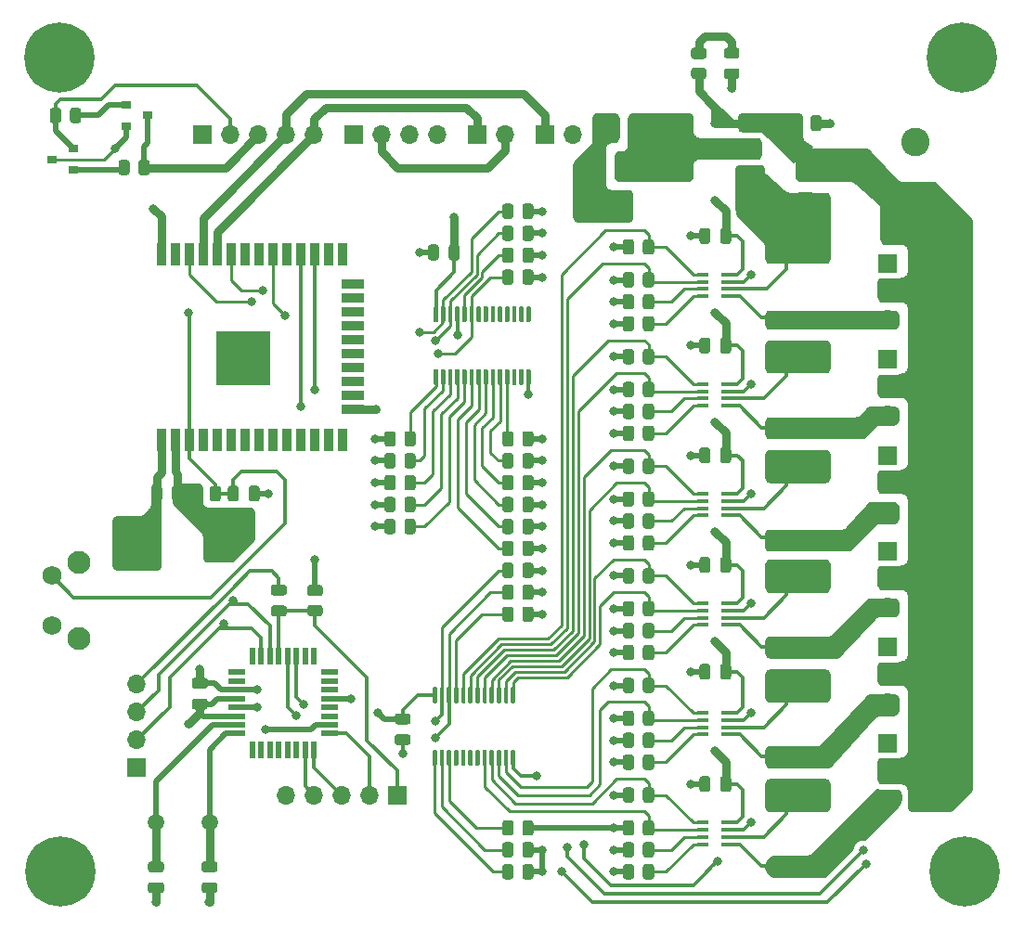
<source format=gbr>
%TF.GenerationSoftware,KiCad,Pcbnew,(5.1.10)-1*%
%TF.CreationDate,2021-07-26T19:48:54+02:00*%
%TF.ProjectId,RobotskaRuka,526f626f-7473-46b6-9152-756b612e6b69,rev?*%
%TF.SameCoordinates,Original*%
%TF.FileFunction,Copper,L1,Top*%
%TF.FilePolarity,Positive*%
%FSLAX46Y46*%
G04 Gerber Fmt 4.6, Leading zero omitted, Abs format (unit mm)*
G04 Created by KiCad (PCBNEW (5.1.10)-1) date 2021-07-26 19:48:54*
%MOMM*%
%LPD*%
G01*
G04 APERTURE LIST*
%TA.AperFunction,ComponentPad*%
%ADD10R,2.600000X2.600000*%
%TD*%
%TA.AperFunction,ComponentPad*%
%ADD11C,2.600000*%
%TD*%
%TA.AperFunction,SMDPad,CuDef*%
%ADD12R,0.900000X0.800000*%
%TD*%
%TA.AperFunction,ComponentPad*%
%ADD13C,2.100000*%
%TD*%
%TA.AperFunction,ComponentPad*%
%ADD14C,1.750000*%
%TD*%
%TA.AperFunction,SMDPad,CuDef*%
%ADD15R,2.000000X3.800000*%
%TD*%
%TA.AperFunction,SMDPad,CuDef*%
%ADD16R,2.000000X1.500000*%
%TD*%
%TA.AperFunction,SMDPad,CuDef*%
%ADD17R,1.600000X0.550000*%
%TD*%
%TA.AperFunction,SMDPad,CuDef*%
%ADD18R,0.550000X1.600000*%
%TD*%
%TA.AperFunction,SMDPad,CuDef*%
%ADD19R,5.000000X5.000000*%
%TD*%
%TA.AperFunction,SMDPad,CuDef*%
%ADD20R,0.900000X2.000000*%
%TD*%
%TA.AperFunction,SMDPad,CuDef*%
%ADD21R,2.000000X0.900000*%
%TD*%
%TA.AperFunction,SMDPad,CuDef*%
%ADD22R,1.060000X0.400000*%
%TD*%
%TA.AperFunction,ComponentPad*%
%ADD23C,1.500000*%
%TD*%
%TA.AperFunction,ComponentPad*%
%ADD24C,0.800000*%
%TD*%
%TA.AperFunction,ComponentPad*%
%ADD25C,6.400000*%
%TD*%
%TA.AperFunction,ComponentPad*%
%ADD26O,1.700000X1.700000*%
%TD*%
%TA.AperFunction,ComponentPad*%
%ADD27R,1.700000X1.700000*%
%TD*%
%TA.AperFunction,ViaPad*%
%ADD28C,0.800000*%
%TD*%
%TA.AperFunction,Conductor*%
%ADD29C,0.508000*%
%TD*%
%TA.AperFunction,Conductor*%
%ADD30C,0.355600*%
%TD*%
%TA.AperFunction,Conductor*%
%ADD31C,0.762000*%
%TD*%
%TA.AperFunction,Conductor*%
%ADD32C,0.250000*%
%TD*%
%TA.AperFunction,Conductor*%
%ADD33C,0.254000*%
%TD*%
%TA.AperFunction,Conductor*%
%ADD34C,0.100000*%
%TD*%
G04 APERTURE END LIST*
%TO.P,C2,2*%
%TO.N,GND*%
%TA.AperFunction,SMDPad,CuDef*%
G36*
G01*
X164200000Y-75175000D02*
X164200000Y-74225000D01*
G75*
G02*
X164450000Y-73975000I250000J0D01*
G01*
X164950000Y-73975000D01*
G75*
G02*
X165200000Y-74225000I0J-250000D01*
G01*
X165200000Y-75175000D01*
G75*
G02*
X164950000Y-75425000I-250000J0D01*
G01*
X164450000Y-75425000D01*
G75*
G02*
X164200000Y-75175000I0J250000D01*
G01*
G37*
%TD.AperFunction*%
%TO.P,C2,1*%
%TO.N,+5V*%
%TA.AperFunction,SMDPad,CuDef*%
G36*
G01*
X162300000Y-75175000D02*
X162300000Y-74225000D01*
G75*
G02*
X162550000Y-73975000I250000J0D01*
G01*
X163050000Y-73975000D01*
G75*
G02*
X163300000Y-74225000I0J-250000D01*
G01*
X163300000Y-75175000D01*
G75*
G02*
X163050000Y-75425000I-250000J0D01*
G01*
X162550000Y-75425000D01*
G75*
G02*
X162300000Y-75175000I0J250000D01*
G01*
G37*
%TD.AperFunction*%
%TD*%
%TO.P,C4,2*%
%TO.N,GND*%
%TA.AperFunction,SMDPad,CuDef*%
G36*
G01*
X146800000Y-74225000D02*
X146800000Y-75175000D01*
G75*
G02*
X146550000Y-75425000I-250000J0D01*
G01*
X146050000Y-75425000D01*
G75*
G02*
X145800000Y-75175000I0J250000D01*
G01*
X145800000Y-74225000D01*
G75*
G02*
X146050000Y-73975000I250000J0D01*
G01*
X146550000Y-73975000D01*
G75*
G02*
X146800000Y-74225000I0J-250000D01*
G01*
G37*
%TD.AperFunction*%
%TO.P,C4,1*%
%TO.N,+3V3*%
%TA.AperFunction,SMDPad,CuDef*%
G36*
G01*
X148700000Y-74225000D02*
X148700000Y-75175000D01*
G75*
G02*
X148450000Y-75425000I-250000J0D01*
G01*
X147950000Y-75425000D01*
G75*
G02*
X147700000Y-75175000I0J250000D01*
G01*
X147700000Y-74225000D01*
G75*
G02*
X147950000Y-73975000I250000J0D01*
G01*
X148450000Y-73975000D01*
G75*
G02*
X148700000Y-74225000I0J-250000D01*
G01*
G37*
%TD.AperFunction*%
%TD*%
%TO.P,C5,2*%
%TO.N,DTR2*%
%TA.AperFunction,SMDPad,CuDef*%
G36*
G01*
X116175000Y-117800000D02*
X115225000Y-117800000D01*
G75*
G02*
X114975000Y-117550000I0J250000D01*
G01*
X114975000Y-117050000D01*
G75*
G02*
X115225000Y-116800000I250000J0D01*
G01*
X116175000Y-116800000D01*
G75*
G02*
X116425000Y-117050000I0J-250000D01*
G01*
X116425000Y-117550000D01*
G75*
G02*
X116175000Y-117800000I-250000J0D01*
G01*
G37*
%TD.AperFunction*%
%TO.P,C5,1*%
%TO.N,RES*%
%TA.AperFunction,SMDPad,CuDef*%
G36*
G01*
X116175000Y-119700000D02*
X115225000Y-119700000D01*
G75*
G02*
X114975000Y-119450000I0J250000D01*
G01*
X114975000Y-118950000D01*
G75*
G02*
X115225000Y-118700000I250000J0D01*
G01*
X116175000Y-118700000D01*
G75*
G02*
X116425000Y-118950000I0J-250000D01*
G01*
X116425000Y-119450000D01*
G75*
G02*
X116175000Y-119700000I-250000J0D01*
G01*
G37*
%TD.AperFunction*%
%TD*%
%TO.P,C6,2*%
%TO.N,GND*%
%TA.AperFunction,SMDPad,CuDef*%
G36*
G01*
X108975000Y-126300000D02*
X108025000Y-126300000D01*
G75*
G02*
X107775000Y-126050000I0J250000D01*
G01*
X107775000Y-125550000D01*
G75*
G02*
X108025000Y-125300000I250000J0D01*
G01*
X108975000Y-125300000D01*
G75*
G02*
X109225000Y-125550000I0J-250000D01*
G01*
X109225000Y-126050000D01*
G75*
G02*
X108975000Y-126300000I-250000J0D01*
G01*
G37*
%TD.AperFunction*%
%TO.P,C6,1*%
%TO.N,+5V*%
%TA.AperFunction,SMDPad,CuDef*%
G36*
G01*
X108975000Y-128200000D02*
X108025000Y-128200000D01*
G75*
G02*
X107775000Y-127950000I0J250000D01*
G01*
X107775000Y-127450000D01*
G75*
G02*
X108025000Y-127200000I250000J0D01*
G01*
X108975000Y-127200000D01*
G75*
G02*
X109225000Y-127450000I0J-250000D01*
G01*
X109225000Y-127950000D01*
G75*
G02*
X108975000Y-128200000I-250000J0D01*
G01*
G37*
%TD.AperFunction*%
%TD*%
%TO.P,C7,1*%
%TO.N,Net-(C7-Pad1)*%
%TA.AperFunction,SMDPad,CuDef*%
G36*
G01*
X108905000Y-142050000D02*
X109855000Y-142050000D01*
G75*
G02*
X110105000Y-142300000I0J-250000D01*
G01*
X110105000Y-142800000D01*
G75*
G02*
X109855000Y-143050000I-250000J0D01*
G01*
X108905000Y-143050000D01*
G75*
G02*
X108655000Y-142800000I0J250000D01*
G01*
X108655000Y-142300000D01*
G75*
G02*
X108905000Y-142050000I250000J0D01*
G01*
G37*
%TD.AperFunction*%
%TO.P,C7,2*%
%TO.N,GND*%
%TA.AperFunction,SMDPad,CuDef*%
G36*
G01*
X108905000Y-143950000D02*
X109855000Y-143950000D01*
G75*
G02*
X110105000Y-144200000I0J-250000D01*
G01*
X110105000Y-144700000D01*
G75*
G02*
X109855000Y-144950000I-250000J0D01*
G01*
X108905000Y-144950000D01*
G75*
G02*
X108655000Y-144700000I0J250000D01*
G01*
X108655000Y-144200000D01*
G75*
G02*
X108905000Y-143950000I250000J0D01*
G01*
G37*
%TD.AperFunction*%
%TD*%
%TO.P,C8,1*%
%TO.N,Net-(C8-Pad1)*%
%TA.AperFunction,SMDPad,CuDef*%
G36*
G01*
X104025000Y-142050000D02*
X104975000Y-142050000D01*
G75*
G02*
X105225000Y-142300000I0J-250000D01*
G01*
X105225000Y-142800000D01*
G75*
G02*
X104975000Y-143050000I-250000J0D01*
G01*
X104025000Y-143050000D01*
G75*
G02*
X103775000Y-142800000I0J250000D01*
G01*
X103775000Y-142300000D01*
G75*
G02*
X104025000Y-142050000I250000J0D01*
G01*
G37*
%TD.AperFunction*%
%TO.P,C8,2*%
%TO.N,GND*%
%TA.AperFunction,SMDPad,CuDef*%
G36*
G01*
X104025000Y-143950000D02*
X104975000Y-143950000D01*
G75*
G02*
X105225000Y-144200000I0J-250000D01*
G01*
X105225000Y-144700000D01*
G75*
G02*
X104975000Y-144950000I-250000J0D01*
G01*
X104025000Y-144950000D01*
G75*
G02*
X103775000Y-144700000I0J250000D01*
G01*
X103775000Y-144200000D01*
G75*
G02*
X104025000Y-143950000I250000J0D01*
G01*
G37*
%TD.AperFunction*%
%TD*%
%TO.P,C9,2*%
%TO.N,GND*%
%TA.AperFunction,SMDPad,CuDef*%
G36*
G01*
X105050000Y-108025000D02*
X105050000Y-108975000D01*
G75*
G02*
X104800000Y-109225000I-250000J0D01*
G01*
X104300000Y-109225000D01*
G75*
G02*
X104050000Y-108975000I0J250000D01*
G01*
X104050000Y-108025000D01*
G75*
G02*
X104300000Y-107775000I250000J0D01*
G01*
X104800000Y-107775000D01*
G75*
G02*
X105050000Y-108025000I0J-250000D01*
G01*
G37*
%TD.AperFunction*%
%TO.P,C9,1*%
%TO.N,+3V3*%
%TA.AperFunction,SMDPad,CuDef*%
G36*
G01*
X106950000Y-108025000D02*
X106950000Y-108975000D01*
G75*
G02*
X106700000Y-109225000I-250000J0D01*
G01*
X106200000Y-109225000D01*
G75*
G02*
X105950000Y-108975000I0J250000D01*
G01*
X105950000Y-108025000D01*
G75*
G02*
X106200000Y-107775000I250000J0D01*
G01*
X106700000Y-107775000D01*
G75*
G02*
X106950000Y-108025000I0J-250000D01*
G01*
G37*
%TD.AperFunction*%
%TD*%
%TO.P,C10,1*%
%TO.N,GND*%
%TA.AperFunction,SMDPad,CuDef*%
G36*
G01*
X113950000Y-108025000D02*
X113950000Y-108975000D01*
G75*
G02*
X113700000Y-109225000I-250000J0D01*
G01*
X113200000Y-109225000D01*
G75*
G02*
X112950000Y-108975000I0J250000D01*
G01*
X112950000Y-108025000D01*
G75*
G02*
X113200000Y-107775000I250000J0D01*
G01*
X113700000Y-107775000D01*
G75*
G02*
X113950000Y-108025000I0J-250000D01*
G01*
G37*
%TD.AperFunction*%
%TO.P,C10,2*%
%TO.N,EN*%
%TA.AperFunction,SMDPad,CuDef*%
G36*
G01*
X112050000Y-108025000D02*
X112050000Y-108975000D01*
G75*
G02*
X111800000Y-109225000I-250000J0D01*
G01*
X111300000Y-109225000D01*
G75*
G02*
X111050000Y-108975000I0J250000D01*
G01*
X111050000Y-108025000D01*
G75*
G02*
X111300000Y-107775000I250000J0D01*
G01*
X111800000Y-107775000D01*
G75*
G02*
X112050000Y-108025000I0J-250000D01*
G01*
G37*
%TD.AperFunction*%
%TD*%
%TO.P,C11,1*%
%TO.N,+3V3*%
%TA.AperFunction,SMDPad,CuDef*%
G36*
G01*
X111150000Y-112225000D02*
X111150000Y-114275000D01*
G75*
G02*
X110900000Y-114525000I-250000J0D01*
G01*
X109325000Y-114525000D01*
G75*
G02*
X109075000Y-114275000I0J250000D01*
G01*
X109075000Y-112225000D01*
G75*
G02*
X109325000Y-111975000I250000J0D01*
G01*
X110900000Y-111975000D01*
G75*
G02*
X111150000Y-112225000I0J-250000D01*
G01*
G37*
%TD.AperFunction*%
%TO.P,C11,2*%
%TO.N,GND*%
%TA.AperFunction,SMDPad,CuDef*%
G36*
G01*
X104925000Y-112225000D02*
X104925000Y-114275000D01*
G75*
G02*
X104675000Y-114525000I-250000J0D01*
G01*
X103100000Y-114525000D01*
G75*
G02*
X102850000Y-114275000I0J250000D01*
G01*
X102850000Y-112225000D01*
G75*
G02*
X103100000Y-111975000I250000J0D01*
G01*
X104675000Y-111975000D01*
G75*
G02*
X104925000Y-112225000I0J-250000D01*
G01*
G37*
%TD.AperFunction*%
%TD*%
%TO.P,C12,1*%
%TO.N,+5V*%
%TA.AperFunction,SMDPad,CuDef*%
G36*
G01*
X126525000Y-128550000D02*
X127475000Y-128550000D01*
G75*
G02*
X127725000Y-128800000I0J-250000D01*
G01*
X127725000Y-129300000D01*
G75*
G02*
X127475000Y-129550000I-250000J0D01*
G01*
X126525000Y-129550000D01*
G75*
G02*
X126275000Y-129300000I0J250000D01*
G01*
X126275000Y-128800000D01*
G75*
G02*
X126525000Y-128550000I250000J0D01*
G01*
G37*
%TD.AperFunction*%
%TO.P,C12,2*%
%TO.N,GND*%
%TA.AperFunction,SMDPad,CuDef*%
G36*
G01*
X126525000Y-130450000D02*
X127475000Y-130450000D01*
G75*
G02*
X127725000Y-130700000I0J-250000D01*
G01*
X127725000Y-131200000D01*
G75*
G02*
X127475000Y-131450000I-250000J0D01*
G01*
X126525000Y-131450000D01*
G75*
G02*
X126275000Y-131200000I0J250000D01*
G01*
X126275000Y-130700000D01*
G75*
G02*
X126525000Y-130450000I250000J0D01*
G01*
G37*
%TD.AperFunction*%
%TD*%
%TO.P,C13,2*%
%TO.N,GND*%
%TA.AperFunction,SMDPad,CuDef*%
G36*
G01*
X155050000Y-134525000D02*
X155050000Y-135475000D01*
G75*
G02*
X154800000Y-135725000I-250000J0D01*
G01*
X154300000Y-135725000D01*
G75*
G02*
X154050000Y-135475000I0J250000D01*
G01*
X154050000Y-134525000D01*
G75*
G02*
X154300000Y-134275000I250000J0D01*
G01*
X154800000Y-134275000D01*
G75*
G02*
X155050000Y-134525000I0J-250000D01*
G01*
G37*
%TD.AperFunction*%
%TO.P,C13,1*%
%TO.N,+5V*%
%TA.AperFunction,SMDPad,CuDef*%
G36*
G01*
X156950000Y-134525000D02*
X156950000Y-135475000D01*
G75*
G02*
X156700000Y-135725000I-250000J0D01*
G01*
X156200000Y-135725000D01*
G75*
G02*
X155950000Y-135475000I0J250000D01*
G01*
X155950000Y-134525000D01*
G75*
G02*
X156200000Y-134275000I250000J0D01*
G01*
X156700000Y-134275000D01*
G75*
G02*
X156950000Y-134525000I0J-250000D01*
G01*
G37*
%TD.AperFunction*%
%TD*%
%TO.P,C14,2*%
%TO.N,GND*%
%TA.AperFunction,SMDPad,CuDef*%
G36*
G01*
X155050000Y-124275000D02*
X155050000Y-125225000D01*
G75*
G02*
X154800000Y-125475000I-250000J0D01*
G01*
X154300000Y-125475000D01*
G75*
G02*
X154050000Y-125225000I0J250000D01*
G01*
X154050000Y-124275000D01*
G75*
G02*
X154300000Y-124025000I250000J0D01*
G01*
X154800000Y-124025000D01*
G75*
G02*
X155050000Y-124275000I0J-250000D01*
G01*
G37*
%TD.AperFunction*%
%TO.P,C14,1*%
%TO.N,+5V*%
%TA.AperFunction,SMDPad,CuDef*%
G36*
G01*
X156950000Y-124275000D02*
X156950000Y-125225000D01*
G75*
G02*
X156700000Y-125475000I-250000J0D01*
G01*
X156200000Y-125475000D01*
G75*
G02*
X155950000Y-125225000I0J250000D01*
G01*
X155950000Y-124275000D01*
G75*
G02*
X156200000Y-124025000I250000J0D01*
G01*
X156700000Y-124025000D01*
G75*
G02*
X156950000Y-124275000I0J-250000D01*
G01*
G37*
%TD.AperFunction*%
%TD*%
%TO.P,C15,1*%
%TO.N,+5V*%
%TA.AperFunction,SMDPad,CuDef*%
G36*
G01*
X156950000Y-114525000D02*
X156950000Y-115475000D01*
G75*
G02*
X156700000Y-115725000I-250000J0D01*
G01*
X156200000Y-115725000D01*
G75*
G02*
X155950000Y-115475000I0J250000D01*
G01*
X155950000Y-114525000D01*
G75*
G02*
X156200000Y-114275000I250000J0D01*
G01*
X156700000Y-114275000D01*
G75*
G02*
X156950000Y-114525000I0J-250000D01*
G01*
G37*
%TD.AperFunction*%
%TO.P,C15,2*%
%TO.N,GND*%
%TA.AperFunction,SMDPad,CuDef*%
G36*
G01*
X155050000Y-114525000D02*
X155050000Y-115475000D01*
G75*
G02*
X154800000Y-115725000I-250000J0D01*
G01*
X154300000Y-115725000D01*
G75*
G02*
X154050000Y-115475000I0J250000D01*
G01*
X154050000Y-114525000D01*
G75*
G02*
X154300000Y-114275000I250000J0D01*
G01*
X154800000Y-114275000D01*
G75*
G02*
X155050000Y-114525000I0J-250000D01*
G01*
G37*
%TD.AperFunction*%
%TD*%
%TO.P,C16,1*%
%TO.N,+5V*%
%TA.AperFunction,SMDPad,CuDef*%
G36*
G01*
X156950000Y-104525000D02*
X156950000Y-105475000D01*
G75*
G02*
X156700000Y-105725000I-250000J0D01*
G01*
X156200000Y-105725000D01*
G75*
G02*
X155950000Y-105475000I0J250000D01*
G01*
X155950000Y-104525000D01*
G75*
G02*
X156200000Y-104275000I250000J0D01*
G01*
X156700000Y-104275000D01*
G75*
G02*
X156950000Y-104525000I0J-250000D01*
G01*
G37*
%TD.AperFunction*%
%TO.P,C16,2*%
%TO.N,GND*%
%TA.AperFunction,SMDPad,CuDef*%
G36*
G01*
X155050000Y-104525000D02*
X155050000Y-105475000D01*
G75*
G02*
X154800000Y-105725000I-250000J0D01*
G01*
X154300000Y-105725000D01*
G75*
G02*
X154050000Y-105475000I0J250000D01*
G01*
X154050000Y-104525000D01*
G75*
G02*
X154300000Y-104275000I250000J0D01*
G01*
X154800000Y-104275000D01*
G75*
G02*
X155050000Y-104525000I0J-250000D01*
G01*
G37*
%TD.AperFunction*%
%TD*%
%TO.P,C17,2*%
%TO.N,GND*%
%TA.AperFunction,SMDPad,CuDef*%
G36*
G01*
X155050000Y-94525000D02*
X155050000Y-95475000D01*
G75*
G02*
X154800000Y-95725000I-250000J0D01*
G01*
X154300000Y-95725000D01*
G75*
G02*
X154050000Y-95475000I0J250000D01*
G01*
X154050000Y-94525000D01*
G75*
G02*
X154300000Y-94275000I250000J0D01*
G01*
X154800000Y-94275000D01*
G75*
G02*
X155050000Y-94525000I0J-250000D01*
G01*
G37*
%TD.AperFunction*%
%TO.P,C17,1*%
%TO.N,+5V*%
%TA.AperFunction,SMDPad,CuDef*%
G36*
G01*
X156950000Y-94525000D02*
X156950000Y-95475000D01*
G75*
G02*
X156700000Y-95725000I-250000J0D01*
G01*
X156200000Y-95725000D01*
G75*
G02*
X155950000Y-95475000I0J250000D01*
G01*
X155950000Y-94525000D01*
G75*
G02*
X156200000Y-94275000I250000J0D01*
G01*
X156700000Y-94275000D01*
G75*
G02*
X156950000Y-94525000I0J-250000D01*
G01*
G37*
%TD.AperFunction*%
%TD*%
%TO.P,C18,1*%
%TO.N,+5V*%
%TA.AperFunction,SMDPad,CuDef*%
G36*
G01*
X156950000Y-84525000D02*
X156950000Y-85475000D01*
G75*
G02*
X156700000Y-85725000I-250000J0D01*
G01*
X156200000Y-85725000D01*
G75*
G02*
X155950000Y-85475000I0J250000D01*
G01*
X155950000Y-84525000D01*
G75*
G02*
X156200000Y-84275000I250000J0D01*
G01*
X156700000Y-84275000D01*
G75*
G02*
X156950000Y-84525000I0J-250000D01*
G01*
G37*
%TD.AperFunction*%
%TO.P,C18,2*%
%TO.N,GND*%
%TA.AperFunction,SMDPad,CuDef*%
G36*
G01*
X155050000Y-84525000D02*
X155050000Y-85475000D01*
G75*
G02*
X154800000Y-85725000I-250000J0D01*
G01*
X154300000Y-85725000D01*
G75*
G02*
X154050000Y-85475000I0J250000D01*
G01*
X154050000Y-84525000D01*
G75*
G02*
X154300000Y-84275000I250000J0D01*
G01*
X154800000Y-84275000D01*
G75*
G02*
X155050000Y-84525000I0J-250000D01*
G01*
G37*
%TD.AperFunction*%
%TD*%
%TO.P,C19,2*%
%TO.N,GND*%
%TA.AperFunction,SMDPad,CuDef*%
G36*
G01*
X130300000Y-86025000D02*
X130300000Y-86975000D01*
G75*
G02*
X130050000Y-87225000I-250000J0D01*
G01*
X129550000Y-87225000D01*
G75*
G02*
X129300000Y-86975000I0J250000D01*
G01*
X129300000Y-86025000D01*
G75*
G02*
X129550000Y-85775000I250000J0D01*
G01*
X130050000Y-85775000D01*
G75*
G02*
X130300000Y-86025000I0J-250000D01*
G01*
G37*
%TD.AperFunction*%
%TO.P,C19,1*%
%TO.N,+5V*%
%TA.AperFunction,SMDPad,CuDef*%
G36*
G01*
X132200000Y-86025000D02*
X132200000Y-86975000D01*
G75*
G02*
X131950000Y-87225000I-250000J0D01*
G01*
X131450000Y-87225000D01*
G75*
G02*
X131200000Y-86975000I0J250000D01*
G01*
X131200000Y-86025000D01*
G75*
G02*
X131450000Y-85775000I250000J0D01*
G01*
X131950000Y-85775000D01*
G75*
G02*
X132200000Y-86025000I0J-250000D01*
G01*
G37*
%TD.AperFunction*%
%TD*%
%TO.P,D1,1*%
%TO.N,GND*%
%TA.AperFunction,SMDPad,CuDef*%
G36*
G01*
X157456250Y-70675000D02*
X156543750Y-70675000D01*
G75*
G02*
X156300000Y-70431250I0J243750D01*
G01*
X156300000Y-69943750D01*
G75*
G02*
X156543750Y-69700000I243750J0D01*
G01*
X157456250Y-69700000D01*
G75*
G02*
X157700000Y-69943750I0J-243750D01*
G01*
X157700000Y-70431250D01*
G75*
G02*
X157456250Y-70675000I-243750J0D01*
G01*
G37*
%TD.AperFunction*%
%TO.P,D1,2*%
%TO.N,Net-(D1-Pad2)*%
%TA.AperFunction,SMDPad,CuDef*%
G36*
G01*
X157456250Y-68800000D02*
X156543750Y-68800000D01*
G75*
G02*
X156300000Y-68556250I0J243750D01*
G01*
X156300000Y-68068750D01*
G75*
G02*
X156543750Y-67825000I243750J0D01*
G01*
X157456250Y-67825000D01*
G75*
G02*
X157700000Y-68068750I0J-243750D01*
G01*
X157700000Y-68556250D01*
G75*
G02*
X157456250Y-68800000I-243750J0D01*
G01*
G37*
%TD.AperFunction*%
%TD*%
D10*
%TO.P,J1,1*%
%TO.N,+5V*%
X173750000Y-81500000D03*
D11*
%TO.P,J1,2*%
%TO.N,GND*%
X173750000Y-76420000D03*
%TD*%
D12*
%TO.P,Q2,1*%
%TO.N,Net-(Q2-Pad1)*%
X97000000Y-78950000D03*
%TO.P,Q2,2*%
%TO.N,CTS*%
X97000000Y-77050000D03*
%TO.P,Q2,3*%
%TO.N,EN*%
X95000000Y-78000000D03*
%TD*%
%TO.P,Q3,1*%
%TO.N,Net-(Q3-Pad1)*%
X101750000Y-73050000D03*
%TO.P,Q3,2*%
%TO.N,EN*%
X101750000Y-74950000D03*
%TO.P,Q3,3*%
%TO.N,DTR*%
X103750000Y-74000000D03*
%TD*%
%TO.P,R1,2*%
%TO.N,Net-(D1-Pad2)*%
%TA.AperFunction,SMDPad,CuDef*%
G36*
G01*
X154450002Y-68850000D02*
X153549998Y-68850000D01*
G75*
G02*
X153300000Y-68600002I0J249998D01*
G01*
X153300000Y-68074998D01*
G75*
G02*
X153549998Y-67825000I249998J0D01*
G01*
X154450002Y-67825000D01*
G75*
G02*
X154700000Y-68074998I0J-249998D01*
G01*
X154700000Y-68600002D01*
G75*
G02*
X154450002Y-68850000I-249998J0D01*
G01*
G37*
%TD.AperFunction*%
%TO.P,R1,1*%
%TO.N,+5V*%
%TA.AperFunction,SMDPad,CuDef*%
G36*
G01*
X154450002Y-70675000D02*
X153549998Y-70675000D01*
G75*
G02*
X153300000Y-70425002I0J249998D01*
G01*
X153300000Y-69899998D01*
G75*
G02*
X153549998Y-69650000I249998J0D01*
G01*
X154450002Y-69650000D01*
G75*
G02*
X154700000Y-69899998I0J-249998D01*
G01*
X154700000Y-70425002D01*
G75*
G02*
X154450002Y-70675000I-249998J0D01*
G01*
G37*
%TD.AperFunction*%
%TD*%
%TO.P,R2,2*%
%TO.N,RES*%
%TA.AperFunction,SMDPad,CuDef*%
G36*
G01*
X118549998Y-118650000D02*
X119450002Y-118650000D01*
G75*
G02*
X119700000Y-118899998I0J-249998D01*
G01*
X119700000Y-119425002D01*
G75*
G02*
X119450002Y-119675000I-249998J0D01*
G01*
X118549998Y-119675000D01*
G75*
G02*
X118300000Y-119425002I0J249998D01*
G01*
X118300000Y-118899998D01*
G75*
G02*
X118549998Y-118650000I249998J0D01*
G01*
G37*
%TD.AperFunction*%
%TO.P,R2,1*%
%TO.N,+5V*%
%TA.AperFunction,SMDPad,CuDef*%
G36*
G01*
X118549998Y-116825000D02*
X119450002Y-116825000D01*
G75*
G02*
X119700000Y-117074998I0J-249998D01*
G01*
X119700000Y-117600002D01*
G75*
G02*
X119450002Y-117850000I-249998J0D01*
G01*
X118549998Y-117850000D01*
G75*
G02*
X118300000Y-117600002I0J249998D01*
G01*
X118300000Y-117074998D01*
G75*
G02*
X118549998Y-116825000I249998J0D01*
G01*
G37*
%TD.AperFunction*%
%TD*%
%TO.P,R3,1*%
%TO.N,EN*%
%TA.AperFunction,SMDPad,CuDef*%
G36*
G01*
X110425000Y-108049998D02*
X110425000Y-108950002D01*
G75*
G02*
X110175002Y-109200000I-249998J0D01*
G01*
X109649998Y-109200000D01*
G75*
G02*
X109400000Y-108950002I0J249998D01*
G01*
X109400000Y-108049998D01*
G75*
G02*
X109649998Y-107800000I249998J0D01*
G01*
X110175002Y-107800000D01*
G75*
G02*
X110425000Y-108049998I0J-249998D01*
G01*
G37*
%TD.AperFunction*%
%TO.P,R3,2*%
%TO.N,+3V3*%
%TA.AperFunction,SMDPad,CuDef*%
G36*
G01*
X108600000Y-108049998D02*
X108600000Y-108950002D01*
G75*
G02*
X108350002Y-109200000I-249998J0D01*
G01*
X107824998Y-109200000D01*
G75*
G02*
X107575000Y-108950002I0J249998D01*
G01*
X107575000Y-108049998D01*
G75*
G02*
X107824998Y-107800000I249998J0D01*
G01*
X108350002Y-107800000D01*
G75*
G02*
X108600000Y-108049998I0J-249998D01*
G01*
G37*
%TD.AperFunction*%
%TD*%
%TO.P,R4,2*%
%TO.N,Net-(Q2-Pad1)*%
%TA.AperFunction,SMDPad,CuDef*%
G36*
G01*
X102100000Y-78299998D02*
X102100000Y-79200002D01*
G75*
G02*
X101850002Y-79450000I-249998J0D01*
G01*
X101324998Y-79450000D01*
G75*
G02*
X101075000Y-79200002I0J249998D01*
G01*
X101075000Y-78299998D01*
G75*
G02*
X101324998Y-78050000I249998J0D01*
G01*
X101850002Y-78050000D01*
G75*
G02*
X102100000Y-78299998I0J-249998D01*
G01*
G37*
%TD.AperFunction*%
%TO.P,R4,1*%
%TO.N,DTR*%
%TA.AperFunction,SMDPad,CuDef*%
G36*
G01*
X103925000Y-78299998D02*
X103925000Y-79200002D01*
G75*
G02*
X103675002Y-79450000I-249998J0D01*
G01*
X103149998Y-79450000D01*
G75*
G02*
X102900000Y-79200002I0J249998D01*
G01*
X102900000Y-78299998D01*
G75*
G02*
X103149998Y-78050000I249998J0D01*
G01*
X103675002Y-78050000D01*
G75*
G02*
X103925000Y-78299998I0J-249998D01*
G01*
G37*
%TD.AperFunction*%
%TD*%
%TO.P,R5,2*%
%TO.N,Net-(Q3-Pad1)*%
%TA.AperFunction,SMDPad,CuDef*%
G36*
G01*
X96650000Y-74450002D02*
X96650000Y-73549998D01*
G75*
G02*
X96899998Y-73300000I249998J0D01*
G01*
X97425002Y-73300000D01*
G75*
G02*
X97675000Y-73549998I0J-249998D01*
G01*
X97675000Y-74450002D01*
G75*
G02*
X97425002Y-74700000I-249998J0D01*
G01*
X96899998Y-74700000D01*
G75*
G02*
X96650000Y-74450002I0J249998D01*
G01*
G37*
%TD.AperFunction*%
%TO.P,R5,1*%
%TO.N,CTS*%
%TA.AperFunction,SMDPad,CuDef*%
G36*
G01*
X94825000Y-74450002D02*
X94825000Y-73549998D01*
G75*
G02*
X95074998Y-73300000I249998J0D01*
G01*
X95600002Y-73300000D01*
G75*
G02*
X95850000Y-73549998I0J-249998D01*
G01*
X95850000Y-74450002D01*
G75*
G02*
X95600002Y-74700000I-249998J0D01*
G01*
X95074998Y-74700000D01*
G75*
G02*
X94825000Y-74450002I0J249998D01*
G01*
G37*
%TD.AperFunction*%
%TD*%
%TO.P,R6,1*%
%TO.N,+5V*%
%TA.AperFunction,SMDPad,CuDef*%
G36*
G01*
X138925000Y-117049998D02*
X138925000Y-117950002D01*
G75*
G02*
X138675002Y-118200000I-249998J0D01*
G01*
X138149998Y-118200000D01*
G75*
G02*
X137900000Y-117950002I0J249998D01*
G01*
X137900000Y-117049998D01*
G75*
G02*
X138149998Y-116800000I249998J0D01*
G01*
X138675002Y-116800000D01*
G75*
G02*
X138925000Y-117049998I0J-249998D01*
G01*
G37*
%TD.AperFunction*%
%TO.P,R6,2*%
%TO.N,AT_SCL*%
%TA.AperFunction,SMDPad,CuDef*%
G36*
G01*
X137100000Y-117049998D02*
X137100000Y-117950002D01*
G75*
G02*
X136850002Y-118200000I-249998J0D01*
G01*
X136324998Y-118200000D01*
G75*
G02*
X136075000Y-117950002I0J249998D01*
G01*
X136075000Y-117049998D01*
G75*
G02*
X136324998Y-116800000I249998J0D01*
G01*
X136850002Y-116800000D01*
G75*
G02*
X137100000Y-117049998I0J-249998D01*
G01*
G37*
%TD.AperFunction*%
%TD*%
%TO.P,R7,1*%
%TO.N,+5V*%
%TA.AperFunction,SMDPad,CuDef*%
G36*
G01*
X138925000Y-115049998D02*
X138925000Y-115950002D01*
G75*
G02*
X138675002Y-116200000I-249998J0D01*
G01*
X138149998Y-116200000D01*
G75*
G02*
X137900000Y-115950002I0J249998D01*
G01*
X137900000Y-115049998D01*
G75*
G02*
X138149998Y-114800000I249998J0D01*
G01*
X138675002Y-114800000D01*
G75*
G02*
X138925000Y-115049998I0J-249998D01*
G01*
G37*
%TD.AperFunction*%
%TO.P,R7,2*%
%TO.N,AT_SDA*%
%TA.AperFunction,SMDPad,CuDef*%
G36*
G01*
X137100000Y-115049998D02*
X137100000Y-115950002D01*
G75*
G02*
X136850002Y-116200000I-249998J0D01*
G01*
X136324998Y-116200000D01*
G75*
G02*
X136075000Y-115950002I0J249998D01*
G01*
X136075000Y-115049998D01*
G75*
G02*
X136324998Y-114800000I249998J0D01*
G01*
X136850002Y-114800000D01*
G75*
G02*
X137100000Y-115049998I0J-249998D01*
G01*
G37*
%TD.AperFunction*%
%TD*%
%TO.P,R8,2*%
%TO.N,Net-(R8-Pad2)*%
%TA.AperFunction,SMDPad,CuDef*%
G36*
G01*
X137100000Y-138549998D02*
X137100000Y-139450002D01*
G75*
G02*
X136850002Y-139700000I-249998J0D01*
G01*
X136324998Y-139700000D01*
G75*
G02*
X136075000Y-139450002I0J249998D01*
G01*
X136075000Y-138549998D01*
G75*
G02*
X136324998Y-138300000I249998J0D01*
G01*
X136850002Y-138300000D01*
G75*
G02*
X137100000Y-138549998I0J-249998D01*
G01*
G37*
%TD.AperFunction*%
%TO.P,R8,1*%
%TO.N,+5V*%
%TA.AperFunction,SMDPad,CuDef*%
G36*
G01*
X138925000Y-138549998D02*
X138925000Y-139450002D01*
G75*
G02*
X138675002Y-139700000I-249998J0D01*
G01*
X138149998Y-139700000D01*
G75*
G02*
X137900000Y-139450002I0J249998D01*
G01*
X137900000Y-138549998D01*
G75*
G02*
X138149998Y-138300000I249998J0D01*
G01*
X138675002Y-138300000D01*
G75*
G02*
X138925000Y-138549998I0J-249998D01*
G01*
G37*
%TD.AperFunction*%
%TD*%
%TO.P,R9,2*%
%TO.N,Net-(R9-Pad2)*%
%TA.AperFunction,SMDPad,CuDef*%
G36*
G01*
X137100000Y-119049998D02*
X137100000Y-119950002D01*
G75*
G02*
X136850002Y-120200000I-249998J0D01*
G01*
X136324998Y-120200000D01*
G75*
G02*
X136075000Y-119950002I0J249998D01*
G01*
X136075000Y-119049998D01*
G75*
G02*
X136324998Y-118800000I249998J0D01*
G01*
X136850002Y-118800000D01*
G75*
G02*
X137100000Y-119049998I0J-249998D01*
G01*
G37*
%TD.AperFunction*%
%TO.P,R9,1*%
%TO.N,GND*%
%TA.AperFunction,SMDPad,CuDef*%
G36*
G01*
X138925000Y-119049998D02*
X138925000Y-119950002D01*
G75*
G02*
X138675002Y-120200000I-249998J0D01*
G01*
X138149998Y-120200000D01*
G75*
G02*
X137900000Y-119950002I0J249998D01*
G01*
X137900000Y-119049998D01*
G75*
G02*
X138149998Y-118800000I249998J0D01*
G01*
X138675002Y-118800000D01*
G75*
G02*
X138925000Y-119049998I0J-249998D01*
G01*
G37*
%TD.AperFunction*%
%TD*%
%TO.P,R10,1*%
%TO.N,GND*%
%TA.AperFunction,SMDPad,CuDef*%
G36*
G01*
X138925000Y-140549998D02*
X138925000Y-141450002D01*
G75*
G02*
X138675002Y-141700000I-249998J0D01*
G01*
X138149998Y-141700000D01*
G75*
G02*
X137900000Y-141450002I0J249998D01*
G01*
X137900000Y-140549998D01*
G75*
G02*
X138149998Y-140300000I249998J0D01*
G01*
X138675002Y-140300000D01*
G75*
G02*
X138925000Y-140549998I0J-249998D01*
G01*
G37*
%TD.AperFunction*%
%TO.P,R10,2*%
%TO.N,Net-(R10-Pad2)*%
%TA.AperFunction,SMDPad,CuDef*%
G36*
G01*
X137100000Y-140549998D02*
X137100000Y-141450002D01*
G75*
G02*
X136850002Y-141700000I-249998J0D01*
G01*
X136324998Y-141700000D01*
G75*
G02*
X136075000Y-141450002I0J249998D01*
G01*
X136075000Y-140549998D01*
G75*
G02*
X136324998Y-140300000I249998J0D01*
G01*
X136850002Y-140300000D01*
G75*
G02*
X137100000Y-140549998I0J-249998D01*
G01*
G37*
%TD.AperFunction*%
%TD*%
%TO.P,R11,2*%
%TO.N,Net-(R11-Pad2)*%
%TA.AperFunction,SMDPad,CuDef*%
G36*
G01*
X137100000Y-142549998D02*
X137100000Y-143450002D01*
G75*
G02*
X136850002Y-143700000I-249998J0D01*
G01*
X136324998Y-143700000D01*
G75*
G02*
X136075000Y-143450002I0J249998D01*
G01*
X136075000Y-142549998D01*
G75*
G02*
X136324998Y-142300000I249998J0D01*
G01*
X136850002Y-142300000D01*
G75*
G02*
X137100000Y-142549998I0J-249998D01*
G01*
G37*
%TD.AperFunction*%
%TO.P,R11,1*%
%TO.N,GND*%
%TA.AperFunction,SMDPad,CuDef*%
G36*
G01*
X138925000Y-142549998D02*
X138925000Y-143450002D01*
G75*
G02*
X138675002Y-143700000I-249998J0D01*
G01*
X138149998Y-143700000D01*
G75*
G02*
X137900000Y-143450002I0J249998D01*
G01*
X137900000Y-142549998D01*
G75*
G02*
X138149998Y-142300000I249998J0D01*
G01*
X138675002Y-142300000D01*
G75*
G02*
X138925000Y-142549998I0J-249998D01*
G01*
G37*
%TD.AperFunction*%
%TD*%
%TO.P,R15,1*%
%TO.N,Net-(R15-Pad1)*%
%TA.AperFunction,SMDPad,CuDef*%
G36*
G01*
X149925000Y-140549998D02*
X149925000Y-141450002D01*
G75*
G02*
X149675002Y-141700000I-249998J0D01*
G01*
X149149998Y-141700000D01*
G75*
G02*
X148900000Y-141450002I0J249998D01*
G01*
X148900000Y-140549998D01*
G75*
G02*
X149149998Y-140300000I249998J0D01*
G01*
X149675002Y-140300000D01*
G75*
G02*
X149925000Y-140549998I0J-249998D01*
G01*
G37*
%TD.AperFunction*%
%TO.P,R15,2*%
%TO.N,GND*%
%TA.AperFunction,SMDPad,CuDef*%
G36*
G01*
X148100000Y-140549998D02*
X148100000Y-141450002D01*
G75*
G02*
X147850002Y-141700000I-249998J0D01*
G01*
X147324998Y-141700000D01*
G75*
G02*
X147075000Y-141450002I0J249998D01*
G01*
X147075000Y-140549998D01*
G75*
G02*
X147324998Y-140300000I249998J0D01*
G01*
X147850002Y-140300000D01*
G75*
G02*
X148100000Y-140549998I0J-249998D01*
G01*
G37*
%TD.AperFunction*%
%TD*%
%TO.P,R16,1*%
%TO.N,Net-(R16-Pad1)*%
%TA.AperFunction,SMDPad,CuDef*%
G36*
G01*
X149925000Y-130549998D02*
X149925000Y-131450002D01*
G75*
G02*
X149675002Y-131700000I-249998J0D01*
G01*
X149149998Y-131700000D01*
G75*
G02*
X148900000Y-131450002I0J249998D01*
G01*
X148900000Y-130549998D01*
G75*
G02*
X149149998Y-130300000I249998J0D01*
G01*
X149675002Y-130300000D01*
G75*
G02*
X149925000Y-130549998I0J-249998D01*
G01*
G37*
%TD.AperFunction*%
%TO.P,R16,2*%
%TO.N,GND*%
%TA.AperFunction,SMDPad,CuDef*%
G36*
G01*
X148100000Y-130549998D02*
X148100000Y-131450002D01*
G75*
G02*
X147850002Y-131700000I-249998J0D01*
G01*
X147324998Y-131700000D01*
G75*
G02*
X147075000Y-131450002I0J249998D01*
G01*
X147075000Y-130549998D01*
G75*
G02*
X147324998Y-130300000I249998J0D01*
G01*
X147850002Y-130300000D01*
G75*
G02*
X148100000Y-130549998I0J-249998D01*
G01*
G37*
%TD.AperFunction*%
%TD*%
%TO.P,R17,2*%
%TO.N,GND*%
%TA.AperFunction,SMDPad,CuDef*%
G36*
G01*
X148100000Y-120549998D02*
X148100000Y-121450002D01*
G75*
G02*
X147850002Y-121700000I-249998J0D01*
G01*
X147324998Y-121700000D01*
G75*
G02*
X147075000Y-121450002I0J249998D01*
G01*
X147075000Y-120549998D01*
G75*
G02*
X147324998Y-120300000I249998J0D01*
G01*
X147850002Y-120300000D01*
G75*
G02*
X148100000Y-120549998I0J-249998D01*
G01*
G37*
%TD.AperFunction*%
%TO.P,R17,1*%
%TO.N,Net-(R17-Pad1)*%
%TA.AperFunction,SMDPad,CuDef*%
G36*
G01*
X149925000Y-120549998D02*
X149925000Y-121450002D01*
G75*
G02*
X149675002Y-121700000I-249998J0D01*
G01*
X149149998Y-121700000D01*
G75*
G02*
X148900000Y-121450002I0J249998D01*
G01*
X148900000Y-120549998D01*
G75*
G02*
X149149998Y-120300000I249998J0D01*
G01*
X149675002Y-120300000D01*
G75*
G02*
X149925000Y-120549998I0J-249998D01*
G01*
G37*
%TD.AperFunction*%
%TD*%
%TO.P,R18,2*%
%TO.N,GND*%
%TA.AperFunction,SMDPad,CuDef*%
G36*
G01*
X148100000Y-142549998D02*
X148100000Y-143450002D01*
G75*
G02*
X147850002Y-143700000I-249998J0D01*
G01*
X147324998Y-143700000D01*
G75*
G02*
X147075000Y-143450002I0J249998D01*
G01*
X147075000Y-142549998D01*
G75*
G02*
X147324998Y-142300000I249998J0D01*
G01*
X147850002Y-142300000D01*
G75*
G02*
X148100000Y-142549998I0J-249998D01*
G01*
G37*
%TD.AperFunction*%
%TO.P,R18,1*%
%TO.N,Net-(R18-Pad1)*%
%TA.AperFunction,SMDPad,CuDef*%
G36*
G01*
X149925000Y-142549998D02*
X149925000Y-143450002D01*
G75*
G02*
X149675002Y-143700000I-249998J0D01*
G01*
X149149998Y-143700000D01*
G75*
G02*
X148900000Y-143450002I0J249998D01*
G01*
X148900000Y-142549998D01*
G75*
G02*
X149149998Y-142300000I249998J0D01*
G01*
X149675002Y-142300000D01*
G75*
G02*
X149925000Y-142549998I0J-249998D01*
G01*
G37*
%TD.AperFunction*%
%TD*%
%TO.P,R19,1*%
%TO.N,Net-(R19-Pad1)*%
%TA.AperFunction,SMDPad,CuDef*%
G36*
G01*
X149925000Y-132549998D02*
X149925000Y-133450002D01*
G75*
G02*
X149675002Y-133700000I-249998J0D01*
G01*
X149149998Y-133700000D01*
G75*
G02*
X148900000Y-133450002I0J249998D01*
G01*
X148900000Y-132549998D01*
G75*
G02*
X149149998Y-132300000I249998J0D01*
G01*
X149675002Y-132300000D01*
G75*
G02*
X149925000Y-132549998I0J-249998D01*
G01*
G37*
%TD.AperFunction*%
%TO.P,R19,2*%
%TO.N,GND*%
%TA.AperFunction,SMDPad,CuDef*%
G36*
G01*
X148100000Y-132549998D02*
X148100000Y-133450002D01*
G75*
G02*
X147850002Y-133700000I-249998J0D01*
G01*
X147324998Y-133700000D01*
G75*
G02*
X147075000Y-133450002I0J249998D01*
G01*
X147075000Y-132549998D01*
G75*
G02*
X147324998Y-132300000I249998J0D01*
G01*
X147850002Y-132300000D01*
G75*
G02*
X148100000Y-132549998I0J-249998D01*
G01*
G37*
%TD.AperFunction*%
%TD*%
%TO.P,R20,1*%
%TO.N,Net-(R20-Pad1)*%
%TA.AperFunction,SMDPad,CuDef*%
G36*
G01*
X149925000Y-122549998D02*
X149925000Y-123450002D01*
G75*
G02*
X149675002Y-123700000I-249998J0D01*
G01*
X149149998Y-123700000D01*
G75*
G02*
X148900000Y-123450002I0J249998D01*
G01*
X148900000Y-122549998D01*
G75*
G02*
X149149998Y-122300000I249998J0D01*
G01*
X149675002Y-122300000D01*
G75*
G02*
X149925000Y-122549998I0J-249998D01*
G01*
G37*
%TD.AperFunction*%
%TO.P,R20,2*%
%TO.N,GND*%
%TA.AperFunction,SMDPad,CuDef*%
G36*
G01*
X148100000Y-122549998D02*
X148100000Y-123450002D01*
G75*
G02*
X147850002Y-123700000I-249998J0D01*
G01*
X147324998Y-123700000D01*
G75*
G02*
X147075000Y-123450002I0J249998D01*
G01*
X147075000Y-122549998D01*
G75*
G02*
X147324998Y-122300000I249998J0D01*
G01*
X147850002Y-122300000D01*
G75*
G02*
X148100000Y-122549998I0J-249998D01*
G01*
G37*
%TD.AperFunction*%
%TD*%
%TO.P,R21,1*%
%TO.N,+5V*%
%TA.AperFunction,SMDPad,CuDef*%
G36*
G01*
X147075000Y-136450002D02*
X147075000Y-135549998D01*
G75*
G02*
X147324998Y-135300000I249998J0D01*
G01*
X147850002Y-135300000D01*
G75*
G02*
X148100000Y-135549998I0J-249998D01*
G01*
X148100000Y-136450002D01*
G75*
G02*
X147850002Y-136700000I-249998J0D01*
G01*
X147324998Y-136700000D01*
G75*
G02*
X147075000Y-136450002I0J249998D01*
G01*
G37*
%TD.AperFunction*%
%TO.P,R21,2*%
%TO.N,SCL2*%
%TA.AperFunction,SMDPad,CuDef*%
G36*
G01*
X148900000Y-136450002D02*
X148900000Y-135549998D01*
G75*
G02*
X149149998Y-135300000I249998J0D01*
G01*
X149675002Y-135300000D01*
G75*
G02*
X149925000Y-135549998I0J-249998D01*
G01*
X149925000Y-136450002D01*
G75*
G02*
X149675002Y-136700000I-249998J0D01*
G01*
X149149998Y-136700000D01*
G75*
G02*
X148900000Y-136450002I0J249998D01*
G01*
G37*
%TD.AperFunction*%
%TD*%
%TO.P,R22,2*%
%TO.N,SDA2*%
%TA.AperFunction,SMDPad,CuDef*%
G36*
G01*
X148900000Y-139450002D02*
X148900000Y-138549998D01*
G75*
G02*
X149149998Y-138300000I249998J0D01*
G01*
X149675002Y-138300000D01*
G75*
G02*
X149925000Y-138549998I0J-249998D01*
G01*
X149925000Y-139450002D01*
G75*
G02*
X149675002Y-139700000I-249998J0D01*
G01*
X149149998Y-139700000D01*
G75*
G02*
X148900000Y-139450002I0J249998D01*
G01*
G37*
%TD.AperFunction*%
%TO.P,R22,1*%
%TO.N,+5V*%
%TA.AperFunction,SMDPad,CuDef*%
G36*
G01*
X147075000Y-139450002D02*
X147075000Y-138549998D01*
G75*
G02*
X147324998Y-138300000I249998J0D01*
G01*
X147850002Y-138300000D01*
G75*
G02*
X148100000Y-138549998I0J-249998D01*
G01*
X148100000Y-139450002D01*
G75*
G02*
X147850002Y-139700000I-249998J0D01*
G01*
X147324998Y-139700000D01*
G75*
G02*
X147075000Y-139450002I0J249998D01*
G01*
G37*
%TD.AperFunction*%
%TD*%
%TO.P,R23,1*%
%TO.N,+5V*%
%TA.AperFunction,SMDPad,CuDef*%
G36*
G01*
X147075000Y-126450002D02*
X147075000Y-125549998D01*
G75*
G02*
X147324998Y-125300000I249998J0D01*
G01*
X147850002Y-125300000D01*
G75*
G02*
X148100000Y-125549998I0J-249998D01*
G01*
X148100000Y-126450002D01*
G75*
G02*
X147850002Y-126700000I-249998J0D01*
G01*
X147324998Y-126700000D01*
G75*
G02*
X147075000Y-126450002I0J249998D01*
G01*
G37*
%TD.AperFunction*%
%TO.P,R23,2*%
%TO.N,SCL3*%
%TA.AperFunction,SMDPad,CuDef*%
G36*
G01*
X148900000Y-126450002D02*
X148900000Y-125549998D01*
G75*
G02*
X149149998Y-125300000I249998J0D01*
G01*
X149675002Y-125300000D01*
G75*
G02*
X149925000Y-125549998I0J-249998D01*
G01*
X149925000Y-126450002D01*
G75*
G02*
X149675002Y-126700000I-249998J0D01*
G01*
X149149998Y-126700000D01*
G75*
G02*
X148900000Y-126450002I0J249998D01*
G01*
G37*
%TD.AperFunction*%
%TD*%
%TO.P,R24,1*%
%TO.N,+5V*%
%TA.AperFunction,SMDPad,CuDef*%
G36*
G01*
X147075000Y-129450002D02*
X147075000Y-128549998D01*
G75*
G02*
X147324998Y-128300000I249998J0D01*
G01*
X147850002Y-128300000D01*
G75*
G02*
X148100000Y-128549998I0J-249998D01*
G01*
X148100000Y-129450002D01*
G75*
G02*
X147850002Y-129700000I-249998J0D01*
G01*
X147324998Y-129700000D01*
G75*
G02*
X147075000Y-129450002I0J249998D01*
G01*
G37*
%TD.AperFunction*%
%TO.P,R24,2*%
%TO.N,SDA3*%
%TA.AperFunction,SMDPad,CuDef*%
G36*
G01*
X148900000Y-129450002D02*
X148900000Y-128549998D01*
G75*
G02*
X149149998Y-128300000I249998J0D01*
G01*
X149675002Y-128300000D01*
G75*
G02*
X149925000Y-128549998I0J-249998D01*
G01*
X149925000Y-129450002D01*
G75*
G02*
X149675002Y-129700000I-249998J0D01*
G01*
X149149998Y-129700000D01*
G75*
G02*
X148900000Y-129450002I0J249998D01*
G01*
G37*
%TD.AperFunction*%
%TD*%
%TO.P,R25,1*%
%TO.N,+5V*%
%TA.AperFunction,SMDPad,CuDef*%
G36*
G01*
X147075000Y-116450002D02*
X147075000Y-115549998D01*
G75*
G02*
X147324998Y-115300000I249998J0D01*
G01*
X147850002Y-115300000D01*
G75*
G02*
X148100000Y-115549998I0J-249998D01*
G01*
X148100000Y-116450002D01*
G75*
G02*
X147850002Y-116700000I-249998J0D01*
G01*
X147324998Y-116700000D01*
G75*
G02*
X147075000Y-116450002I0J249998D01*
G01*
G37*
%TD.AperFunction*%
%TO.P,R25,2*%
%TO.N,SCL4*%
%TA.AperFunction,SMDPad,CuDef*%
G36*
G01*
X148900000Y-116450002D02*
X148900000Y-115549998D01*
G75*
G02*
X149149998Y-115300000I249998J0D01*
G01*
X149675002Y-115300000D01*
G75*
G02*
X149925000Y-115549998I0J-249998D01*
G01*
X149925000Y-116450002D01*
G75*
G02*
X149675002Y-116700000I-249998J0D01*
G01*
X149149998Y-116700000D01*
G75*
G02*
X148900000Y-116450002I0J249998D01*
G01*
G37*
%TD.AperFunction*%
%TD*%
%TO.P,R26,1*%
%TO.N,+5V*%
%TA.AperFunction,SMDPad,CuDef*%
G36*
G01*
X147075000Y-119450002D02*
X147075000Y-118549998D01*
G75*
G02*
X147324998Y-118300000I249998J0D01*
G01*
X147850002Y-118300000D01*
G75*
G02*
X148100000Y-118549998I0J-249998D01*
G01*
X148100000Y-119450002D01*
G75*
G02*
X147850002Y-119700000I-249998J0D01*
G01*
X147324998Y-119700000D01*
G75*
G02*
X147075000Y-119450002I0J249998D01*
G01*
G37*
%TD.AperFunction*%
%TO.P,R26,2*%
%TO.N,SDA4*%
%TA.AperFunction,SMDPad,CuDef*%
G36*
G01*
X148900000Y-119450002D02*
X148900000Y-118549998D01*
G75*
G02*
X149149998Y-118300000I249998J0D01*
G01*
X149675002Y-118300000D01*
G75*
G02*
X149925000Y-118549998I0J-249998D01*
G01*
X149925000Y-119450002D01*
G75*
G02*
X149675002Y-119700000I-249998J0D01*
G01*
X149149998Y-119700000D01*
G75*
G02*
X148900000Y-119450002I0J249998D01*
G01*
G37*
%TD.AperFunction*%
%TD*%
%TO.P,R30,2*%
%TO.N,GND*%
%TA.AperFunction,SMDPad,CuDef*%
G36*
G01*
X148100000Y-110549998D02*
X148100000Y-111450002D01*
G75*
G02*
X147850002Y-111700000I-249998J0D01*
G01*
X147324998Y-111700000D01*
G75*
G02*
X147075000Y-111450002I0J249998D01*
G01*
X147075000Y-110549998D01*
G75*
G02*
X147324998Y-110300000I249998J0D01*
G01*
X147850002Y-110300000D01*
G75*
G02*
X148100000Y-110549998I0J-249998D01*
G01*
G37*
%TD.AperFunction*%
%TO.P,R30,1*%
%TO.N,Net-(R30-Pad1)*%
%TA.AperFunction,SMDPad,CuDef*%
G36*
G01*
X149925000Y-110549998D02*
X149925000Y-111450002D01*
G75*
G02*
X149675002Y-111700000I-249998J0D01*
G01*
X149149998Y-111700000D01*
G75*
G02*
X148900000Y-111450002I0J249998D01*
G01*
X148900000Y-110549998D01*
G75*
G02*
X149149998Y-110300000I249998J0D01*
G01*
X149675002Y-110300000D01*
G75*
G02*
X149925000Y-110549998I0J-249998D01*
G01*
G37*
%TD.AperFunction*%
%TD*%
%TO.P,R31,2*%
%TO.N,GND*%
%TA.AperFunction,SMDPad,CuDef*%
G36*
G01*
X148100000Y-100549998D02*
X148100000Y-101450002D01*
G75*
G02*
X147850002Y-101700000I-249998J0D01*
G01*
X147324998Y-101700000D01*
G75*
G02*
X147075000Y-101450002I0J249998D01*
G01*
X147075000Y-100549998D01*
G75*
G02*
X147324998Y-100300000I249998J0D01*
G01*
X147850002Y-100300000D01*
G75*
G02*
X148100000Y-100549998I0J-249998D01*
G01*
G37*
%TD.AperFunction*%
%TO.P,R31,1*%
%TO.N,Net-(R31-Pad1)*%
%TA.AperFunction,SMDPad,CuDef*%
G36*
G01*
X149925000Y-100549998D02*
X149925000Y-101450002D01*
G75*
G02*
X149675002Y-101700000I-249998J0D01*
G01*
X149149998Y-101700000D01*
G75*
G02*
X148900000Y-101450002I0J249998D01*
G01*
X148900000Y-100549998D01*
G75*
G02*
X149149998Y-100300000I249998J0D01*
G01*
X149675002Y-100300000D01*
G75*
G02*
X149925000Y-100549998I0J-249998D01*
G01*
G37*
%TD.AperFunction*%
%TD*%
%TO.P,R32,2*%
%TO.N,GND*%
%TA.AperFunction,SMDPad,CuDef*%
G36*
G01*
X148100000Y-90549998D02*
X148100000Y-91450002D01*
G75*
G02*
X147850002Y-91700000I-249998J0D01*
G01*
X147324998Y-91700000D01*
G75*
G02*
X147075000Y-91450002I0J249998D01*
G01*
X147075000Y-90549998D01*
G75*
G02*
X147324998Y-90300000I249998J0D01*
G01*
X147850002Y-90300000D01*
G75*
G02*
X148100000Y-90549998I0J-249998D01*
G01*
G37*
%TD.AperFunction*%
%TO.P,R32,1*%
%TO.N,Net-(R32-Pad1)*%
%TA.AperFunction,SMDPad,CuDef*%
G36*
G01*
X149925000Y-90549998D02*
X149925000Y-91450002D01*
G75*
G02*
X149675002Y-91700000I-249998J0D01*
G01*
X149149998Y-91700000D01*
G75*
G02*
X148900000Y-91450002I0J249998D01*
G01*
X148900000Y-90549998D01*
G75*
G02*
X149149998Y-90300000I249998J0D01*
G01*
X149675002Y-90300000D01*
G75*
G02*
X149925000Y-90549998I0J-249998D01*
G01*
G37*
%TD.AperFunction*%
%TD*%
%TO.P,R33,1*%
%TO.N,Net-(R33-Pad1)*%
%TA.AperFunction,SMDPad,CuDef*%
G36*
G01*
X149925000Y-112549998D02*
X149925000Y-113450002D01*
G75*
G02*
X149675002Y-113700000I-249998J0D01*
G01*
X149149998Y-113700000D01*
G75*
G02*
X148900000Y-113450002I0J249998D01*
G01*
X148900000Y-112549998D01*
G75*
G02*
X149149998Y-112300000I249998J0D01*
G01*
X149675002Y-112300000D01*
G75*
G02*
X149925000Y-112549998I0J-249998D01*
G01*
G37*
%TD.AperFunction*%
%TO.P,R33,2*%
%TO.N,GND*%
%TA.AperFunction,SMDPad,CuDef*%
G36*
G01*
X148100000Y-112549998D02*
X148100000Y-113450002D01*
G75*
G02*
X147850002Y-113700000I-249998J0D01*
G01*
X147324998Y-113700000D01*
G75*
G02*
X147075000Y-113450002I0J249998D01*
G01*
X147075000Y-112549998D01*
G75*
G02*
X147324998Y-112300000I249998J0D01*
G01*
X147850002Y-112300000D01*
G75*
G02*
X148100000Y-112549998I0J-249998D01*
G01*
G37*
%TD.AperFunction*%
%TD*%
%TO.P,R34,1*%
%TO.N,Net-(R34-Pad1)*%
%TA.AperFunction,SMDPad,CuDef*%
G36*
G01*
X149925000Y-102549998D02*
X149925000Y-103450002D01*
G75*
G02*
X149675002Y-103700000I-249998J0D01*
G01*
X149149998Y-103700000D01*
G75*
G02*
X148900000Y-103450002I0J249998D01*
G01*
X148900000Y-102549998D01*
G75*
G02*
X149149998Y-102300000I249998J0D01*
G01*
X149675002Y-102300000D01*
G75*
G02*
X149925000Y-102549998I0J-249998D01*
G01*
G37*
%TD.AperFunction*%
%TO.P,R34,2*%
%TO.N,GND*%
%TA.AperFunction,SMDPad,CuDef*%
G36*
G01*
X148100000Y-102549998D02*
X148100000Y-103450002D01*
G75*
G02*
X147850002Y-103700000I-249998J0D01*
G01*
X147324998Y-103700000D01*
G75*
G02*
X147075000Y-103450002I0J249998D01*
G01*
X147075000Y-102549998D01*
G75*
G02*
X147324998Y-102300000I249998J0D01*
G01*
X147850002Y-102300000D01*
G75*
G02*
X148100000Y-102549998I0J-249998D01*
G01*
G37*
%TD.AperFunction*%
%TD*%
%TO.P,R35,1*%
%TO.N,Net-(R35-Pad1)*%
%TA.AperFunction,SMDPad,CuDef*%
G36*
G01*
X149925000Y-92549998D02*
X149925000Y-93450002D01*
G75*
G02*
X149675002Y-93700000I-249998J0D01*
G01*
X149149998Y-93700000D01*
G75*
G02*
X148900000Y-93450002I0J249998D01*
G01*
X148900000Y-92549998D01*
G75*
G02*
X149149998Y-92300000I249998J0D01*
G01*
X149675002Y-92300000D01*
G75*
G02*
X149925000Y-92549998I0J-249998D01*
G01*
G37*
%TD.AperFunction*%
%TO.P,R35,2*%
%TO.N,GND*%
%TA.AperFunction,SMDPad,CuDef*%
G36*
G01*
X148100000Y-92549998D02*
X148100000Y-93450002D01*
G75*
G02*
X147850002Y-93700000I-249998J0D01*
G01*
X147324998Y-93700000D01*
G75*
G02*
X147075000Y-93450002I0J249998D01*
G01*
X147075000Y-92549998D01*
G75*
G02*
X147324998Y-92300000I249998J0D01*
G01*
X147850002Y-92300000D01*
G75*
G02*
X148100000Y-92549998I0J-249998D01*
G01*
G37*
%TD.AperFunction*%
%TD*%
%TO.P,R36,2*%
%TO.N,SCL5*%
%TA.AperFunction,SMDPad,CuDef*%
G36*
G01*
X148900000Y-106450002D02*
X148900000Y-105549998D01*
G75*
G02*
X149149998Y-105300000I249998J0D01*
G01*
X149675002Y-105300000D01*
G75*
G02*
X149925000Y-105549998I0J-249998D01*
G01*
X149925000Y-106450002D01*
G75*
G02*
X149675002Y-106700000I-249998J0D01*
G01*
X149149998Y-106700000D01*
G75*
G02*
X148900000Y-106450002I0J249998D01*
G01*
G37*
%TD.AperFunction*%
%TO.P,R36,1*%
%TO.N,+5V*%
%TA.AperFunction,SMDPad,CuDef*%
G36*
G01*
X147075000Y-106450002D02*
X147075000Y-105549998D01*
G75*
G02*
X147324998Y-105300000I249998J0D01*
G01*
X147850002Y-105300000D01*
G75*
G02*
X148100000Y-105549998I0J-249998D01*
G01*
X148100000Y-106450002D01*
G75*
G02*
X147850002Y-106700000I-249998J0D01*
G01*
X147324998Y-106700000D01*
G75*
G02*
X147075000Y-106450002I0J249998D01*
G01*
G37*
%TD.AperFunction*%
%TD*%
%TO.P,R37,1*%
%TO.N,+5V*%
%TA.AperFunction,SMDPad,CuDef*%
G36*
G01*
X147075000Y-109450002D02*
X147075000Y-108549998D01*
G75*
G02*
X147324998Y-108300000I249998J0D01*
G01*
X147850002Y-108300000D01*
G75*
G02*
X148100000Y-108549998I0J-249998D01*
G01*
X148100000Y-109450002D01*
G75*
G02*
X147850002Y-109700000I-249998J0D01*
G01*
X147324998Y-109700000D01*
G75*
G02*
X147075000Y-109450002I0J249998D01*
G01*
G37*
%TD.AperFunction*%
%TO.P,R37,2*%
%TO.N,SDA5*%
%TA.AperFunction,SMDPad,CuDef*%
G36*
G01*
X148900000Y-109450002D02*
X148900000Y-108549998D01*
G75*
G02*
X149149998Y-108300000I249998J0D01*
G01*
X149675002Y-108300000D01*
G75*
G02*
X149925000Y-108549998I0J-249998D01*
G01*
X149925000Y-109450002D01*
G75*
G02*
X149675002Y-109700000I-249998J0D01*
G01*
X149149998Y-109700000D01*
G75*
G02*
X148900000Y-109450002I0J249998D01*
G01*
G37*
%TD.AperFunction*%
%TD*%
%TO.P,R38,2*%
%TO.N,SCL6*%
%TA.AperFunction,SMDPad,CuDef*%
G36*
G01*
X148900000Y-96450002D02*
X148900000Y-95549998D01*
G75*
G02*
X149149998Y-95300000I249998J0D01*
G01*
X149675002Y-95300000D01*
G75*
G02*
X149925000Y-95549998I0J-249998D01*
G01*
X149925000Y-96450002D01*
G75*
G02*
X149675002Y-96700000I-249998J0D01*
G01*
X149149998Y-96700000D01*
G75*
G02*
X148900000Y-96450002I0J249998D01*
G01*
G37*
%TD.AperFunction*%
%TO.P,R38,1*%
%TO.N,+5V*%
%TA.AperFunction,SMDPad,CuDef*%
G36*
G01*
X147075000Y-96450002D02*
X147075000Y-95549998D01*
G75*
G02*
X147324998Y-95300000I249998J0D01*
G01*
X147850002Y-95300000D01*
G75*
G02*
X148100000Y-95549998I0J-249998D01*
G01*
X148100000Y-96450002D01*
G75*
G02*
X147850002Y-96700000I-249998J0D01*
G01*
X147324998Y-96700000D01*
G75*
G02*
X147075000Y-96450002I0J249998D01*
G01*
G37*
%TD.AperFunction*%
%TD*%
%TO.P,R39,2*%
%TO.N,SDA6*%
%TA.AperFunction,SMDPad,CuDef*%
G36*
G01*
X148900000Y-99450002D02*
X148900000Y-98549998D01*
G75*
G02*
X149149998Y-98300000I249998J0D01*
G01*
X149675002Y-98300000D01*
G75*
G02*
X149925000Y-98549998I0J-249998D01*
G01*
X149925000Y-99450002D01*
G75*
G02*
X149675002Y-99700000I-249998J0D01*
G01*
X149149998Y-99700000D01*
G75*
G02*
X148900000Y-99450002I0J249998D01*
G01*
G37*
%TD.AperFunction*%
%TO.P,R39,1*%
%TO.N,+5V*%
%TA.AperFunction,SMDPad,CuDef*%
G36*
G01*
X147075000Y-99450002D02*
X147075000Y-98549998D01*
G75*
G02*
X147324998Y-98300000I249998J0D01*
G01*
X147850002Y-98300000D01*
G75*
G02*
X148100000Y-98549998I0J-249998D01*
G01*
X148100000Y-99450002D01*
G75*
G02*
X147850002Y-99700000I-249998J0D01*
G01*
X147324998Y-99700000D01*
G75*
G02*
X147075000Y-99450002I0J249998D01*
G01*
G37*
%TD.AperFunction*%
%TD*%
%TO.P,R40,2*%
%TO.N,SCL7*%
%TA.AperFunction,SMDPad,CuDef*%
G36*
G01*
X148900000Y-86450002D02*
X148900000Y-85549998D01*
G75*
G02*
X149149998Y-85300000I249998J0D01*
G01*
X149675002Y-85300000D01*
G75*
G02*
X149925000Y-85549998I0J-249998D01*
G01*
X149925000Y-86450002D01*
G75*
G02*
X149675002Y-86700000I-249998J0D01*
G01*
X149149998Y-86700000D01*
G75*
G02*
X148900000Y-86450002I0J249998D01*
G01*
G37*
%TD.AperFunction*%
%TO.P,R40,1*%
%TO.N,+5V*%
%TA.AperFunction,SMDPad,CuDef*%
G36*
G01*
X147075000Y-86450002D02*
X147075000Y-85549998D01*
G75*
G02*
X147324998Y-85300000I249998J0D01*
G01*
X147850002Y-85300000D01*
G75*
G02*
X148100000Y-85549998I0J-249998D01*
G01*
X148100000Y-86450002D01*
G75*
G02*
X147850002Y-86700000I-249998J0D01*
G01*
X147324998Y-86700000D01*
G75*
G02*
X147075000Y-86450002I0J249998D01*
G01*
G37*
%TD.AperFunction*%
%TD*%
%TO.P,R41,1*%
%TO.N,+5V*%
%TA.AperFunction,SMDPad,CuDef*%
G36*
G01*
X147075000Y-89450002D02*
X147075000Y-88549998D01*
G75*
G02*
X147324998Y-88300000I249998J0D01*
G01*
X147850002Y-88300000D01*
G75*
G02*
X148100000Y-88549998I0J-249998D01*
G01*
X148100000Y-89450002D01*
G75*
G02*
X147850002Y-89700000I-249998J0D01*
G01*
X147324998Y-89700000D01*
G75*
G02*
X147075000Y-89450002I0J249998D01*
G01*
G37*
%TD.AperFunction*%
%TO.P,R41,2*%
%TO.N,SDA7*%
%TA.AperFunction,SMDPad,CuDef*%
G36*
G01*
X148900000Y-89450002D02*
X148900000Y-88549998D01*
G75*
G02*
X149149998Y-88300000I249998J0D01*
G01*
X149675002Y-88300000D01*
G75*
G02*
X149925000Y-88549998I0J-249998D01*
G01*
X149925000Y-89450002D01*
G75*
G02*
X149675002Y-89700000I-249998J0D01*
G01*
X149149998Y-89700000D01*
G75*
G02*
X148900000Y-89450002I0J249998D01*
G01*
G37*
%TD.AperFunction*%
%TD*%
%TO.P,R42,1*%
%TO.N,Net-(R42-Pad1)*%
%TA.AperFunction,SMDPad,CuDef*%
G36*
G01*
X128175000Y-103049998D02*
X128175000Y-103950002D01*
G75*
G02*
X127925002Y-104200000I-249998J0D01*
G01*
X127399998Y-104200000D01*
G75*
G02*
X127150000Y-103950002I0J249998D01*
G01*
X127150000Y-103049998D01*
G75*
G02*
X127399998Y-102800000I249998J0D01*
G01*
X127925002Y-102800000D01*
G75*
G02*
X128175000Y-103049998I0J-249998D01*
G01*
G37*
%TD.AperFunction*%
%TO.P,R42,2*%
%TO.N,GND*%
%TA.AperFunction,SMDPad,CuDef*%
G36*
G01*
X126350000Y-103049998D02*
X126350000Y-103950002D01*
G75*
G02*
X126100002Y-104200000I-249998J0D01*
G01*
X125574998Y-104200000D01*
G75*
G02*
X125325000Y-103950002I0J249998D01*
G01*
X125325000Y-103049998D01*
G75*
G02*
X125574998Y-102800000I249998J0D01*
G01*
X126100002Y-102800000D01*
G75*
G02*
X126350000Y-103049998I0J-249998D01*
G01*
G37*
%TD.AperFunction*%
%TD*%
%TO.P,R43,2*%
%TO.N,GND*%
%TA.AperFunction,SMDPad,CuDef*%
G36*
G01*
X126350000Y-105049998D02*
X126350000Y-105950002D01*
G75*
G02*
X126100002Y-106200000I-249998J0D01*
G01*
X125574998Y-106200000D01*
G75*
G02*
X125325000Y-105950002I0J249998D01*
G01*
X125325000Y-105049998D01*
G75*
G02*
X125574998Y-104800000I249998J0D01*
G01*
X126100002Y-104800000D01*
G75*
G02*
X126350000Y-105049998I0J-249998D01*
G01*
G37*
%TD.AperFunction*%
%TO.P,R43,1*%
%TO.N,Net-(R43-Pad1)*%
%TA.AperFunction,SMDPad,CuDef*%
G36*
G01*
X128175000Y-105049998D02*
X128175000Y-105950002D01*
G75*
G02*
X127925002Y-106200000I-249998J0D01*
G01*
X127399998Y-106200000D01*
G75*
G02*
X127150000Y-105950002I0J249998D01*
G01*
X127150000Y-105049998D01*
G75*
G02*
X127399998Y-104800000I249998J0D01*
G01*
X127925002Y-104800000D01*
G75*
G02*
X128175000Y-105049998I0J-249998D01*
G01*
G37*
%TD.AperFunction*%
%TD*%
%TO.P,R44,1*%
%TO.N,Net-(R44-Pad1)*%
%TA.AperFunction,SMDPad,CuDef*%
G36*
G01*
X128175000Y-107049998D02*
X128175000Y-107950002D01*
G75*
G02*
X127925002Y-108200000I-249998J0D01*
G01*
X127399998Y-108200000D01*
G75*
G02*
X127150000Y-107950002I0J249998D01*
G01*
X127150000Y-107049998D01*
G75*
G02*
X127399998Y-106800000I249998J0D01*
G01*
X127925002Y-106800000D01*
G75*
G02*
X128175000Y-107049998I0J-249998D01*
G01*
G37*
%TD.AperFunction*%
%TO.P,R44,2*%
%TO.N,GND*%
%TA.AperFunction,SMDPad,CuDef*%
G36*
G01*
X126350000Y-107049998D02*
X126350000Y-107950002D01*
G75*
G02*
X126100002Y-108200000I-249998J0D01*
G01*
X125574998Y-108200000D01*
G75*
G02*
X125325000Y-107950002I0J249998D01*
G01*
X125325000Y-107049998D01*
G75*
G02*
X125574998Y-106800000I249998J0D01*
G01*
X126100002Y-106800000D01*
G75*
G02*
X126350000Y-107049998I0J-249998D01*
G01*
G37*
%TD.AperFunction*%
%TD*%
%TO.P,R45,1*%
%TO.N,Net-(R45-Pad1)*%
%TA.AperFunction,SMDPad,CuDef*%
G36*
G01*
X128175000Y-109049998D02*
X128175000Y-109950002D01*
G75*
G02*
X127925002Y-110200000I-249998J0D01*
G01*
X127399998Y-110200000D01*
G75*
G02*
X127150000Y-109950002I0J249998D01*
G01*
X127150000Y-109049998D01*
G75*
G02*
X127399998Y-108800000I249998J0D01*
G01*
X127925002Y-108800000D01*
G75*
G02*
X128175000Y-109049998I0J-249998D01*
G01*
G37*
%TD.AperFunction*%
%TO.P,R45,2*%
%TO.N,GND*%
%TA.AperFunction,SMDPad,CuDef*%
G36*
G01*
X126350000Y-109049998D02*
X126350000Y-109950002D01*
G75*
G02*
X126100002Y-110200000I-249998J0D01*
G01*
X125574998Y-110200000D01*
G75*
G02*
X125325000Y-109950002I0J249998D01*
G01*
X125325000Y-109049998D01*
G75*
G02*
X125574998Y-108800000I249998J0D01*
G01*
X126100002Y-108800000D01*
G75*
G02*
X126350000Y-109049998I0J-249998D01*
G01*
G37*
%TD.AperFunction*%
%TD*%
%TO.P,R46,2*%
%TO.N,GND*%
%TA.AperFunction,SMDPad,CuDef*%
G36*
G01*
X126350000Y-111049998D02*
X126350000Y-111950002D01*
G75*
G02*
X126100002Y-112200000I-249998J0D01*
G01*
X125574998Y-112200000D01*
G75*
G02*
X125325000Y-111950002I0J249998D01*
G01*
X125325000Y-111049998D01*
G75*
G02*
X125574998Y-110800000I249998J0D01*
G01*
X126100002Y-110800000D01*
G75*
G02*
X126350000Y-111049998I0J-249998D01*
G01*
G37*
%TD.AperFunction*%
%TO.P,R46,1*%
%TO.N,Net-(R46-Pad1)*%
%TA.AperFunction,SMDPad,CuDef*%
G36*
G01*
X128175000Y-111049998D02*
X128175000Y-111950002D01*
G75*
G02*
X127925002Y-112200000I-249998J0D01*
G01*
X127399998Y-112200000D01*
G75*
G02*
X127150000Y-111950002I0J249998D01*
G01*
X127150000Y-111049998D01*
G75*
G02*
X127399998Y-110800000I249998J0D01*
G01*
X127925002Y-110800000D01*
G75*
G02*
X128175000Y-111049998I0J-249998D01*
G01*
G37*
%TD.AperFunction*%
%TD*%
%TO.P,R47,2*%
%TO.N,GND*%
%TA.AperFunction,SMDPad,CuDef*%
G36*
G01*
X137900000Y-89200002D02*
X137900000Y-88299998D01*
G75*
G02*
X138149998Y-88050000I249998J0D01*
G01*
X138675002Y-88050000D01*
G75*
G02*
X138925000Y-88299998I0J-249998D01*
G01*
X138925000Y-89200002D01*
G75*
G02*
X138675002Y-89450000I-249998J0D01*
G01*
X138149998Y-89450000D01*
G75*
G02*
X137900000Y-89200002I0J249998D01*
G01*
G37*
%TD.AperFunction*%
%TO.P,R47,1*%
%TO.N,OE*%
%TA.AperFunction,SMDPad,CuDef*%
G36*
G01*
X136075000Y-89200002D02*
X136075000Y-88299998D01*
G75*
G02*
X136324998Y-88050000I249998J0D01*
G01*
X136850002Y-88050000D01*
G75*
G02*
X137100000Y-88299998I0J-249998D01*
G01*
X137100000Y-89200002D01*
G75*
G02*
X136850002Y-89450000I-249998J0D01*
G01*
X136324998Y-89450000D01*
G75*
G02*
X136075000Y-89200002I0J249998D01*
G01*
G37*
%TD.AperFunction*%
%TD*%
%TO.P,R48,1*%
%TO.N,Net-(R48-Pad1)*%
%TA.AperFunction,SMDPad,CuDef*%
G36*
G01*
X136075000Y-87200002D02*
X136075000Y-86299998D01*
G75*
G02*
X136324998Y-86050000I249998J0D01*
G01*
X136850002Y-86050000D01*
G75*
G02*
X137100000Y-86299998I0J-249998D01*
G01*
X137100000Y-87200002D01*
G75*
G02*
X136850002Y-87450000I-249998J0D01*
G01*
X136324998Y-87450000D01*
G75*
G02*
X136075000Y-87200002I0J249998D01*
G01*
G37*
%TD.AperFunction*%
%TO.P,R48,2*%
%TO.N,GND*%
%TA.AperFunction,SMDPad,CuDef*%
G36*
G01*
X137900000Y-87200002D02*
X137900000Y-86299998D01*
G75*
G02*
X138149998Y-86050000I249998J0D01*
G01*
X138675002Y-86050000D01*
G75*
G02*
X138925000Y-86299998I0J-249998D01*
G01*
X138925000Y-87200002D01*
G75*
G02*
X138675002Y-87450000I-249998J0D01*
G01*
X138149998Y-87450000D01*
G75*
G02*
X137900000Y-87200002I0J249998D01*
G01*
G37*
%TD.AperFunction*%
%TD*%
%TO.P,R49,2*%
%TO.N,Net-(R49-Pad2)*%
%TA.AperFunction,SMDPad,CuDef*%
G36*
G01*
X137100000Y-113049998D02*
X137100000Y-113950002D01*
G75*
G02*
X136850002Y-114200000I-249998J0D01*
G01*
X136324998Y-114200000D01*
G75*
G02*
X136075000Y-113950002I0J249998D01*
G01*
X136075000Y-113049998D01*
G75*
G02*
X136324998Y-112800000I249998J0D01*
G01*
X136850002Y-112800000D01*
G75*
G02*
X137100000Y-113049998I0J-249998D01*
G01*
G37*
%TD.AperFunction*%
%TO.P,R49,1*%
%TO.N,PWM_1*%
%TA.AperFunction,SMDPad,CuDef*%
G36*
G01*
X138925000Y-113049998D02*
X138925000Y-113950002D01*
G75*
G02*
X138675002Y-114200000I-249998J0D01*
G01*
X138149998Y-114200000D01*
G75*
G02*
X137900000Y-113950002I0J249998D01*
G01*
X137900000Y-113049998D01*
G75*
G02*
X138149998Y-112800000I249998J0D01*
G01*
X138675002Y-112800000D01*
G75*
G02*
X138925000Y-113049998I0J-249998D01*
G01*
G37*
%TD.AperFunction*%
%TD*%
%TO.P,R50,1*%
%TO.N,PWM_2*%
%TA.AperFunction,SMDPad,CuDef*%
G36*
G01*
X138925000Y-111049998D02*
X138925000Y-111950002D01*
G75*
G02*
X138675002Y-112200000I-249998J0D01*
G01*
X138149998Y-112200000D01*
G75*
G02*
X137900000Y-111950002I0J249998D01*
G01*
X137900000Y-111049998D01*
G75*
G02*
X138149998Y-110800000I249998J0D01*
G01*
X138675002Y-110800000D01*
G75*
G02*
X138925000Y-111049998I0J-249998D01*
G01*
G37*
%TD.AperFunction*%
%TO.P,R50,2*%
%TO.N,Net-(R50-Pad2)*%
%TA.AperFunction,SMDPad,CuDef*%
G36*
G01*
X137100000Y-111049998D02*
X137100000Y-111950002D01*
G75*
G02*
X136850002Y-112200000I-249998J0D01*
G01*
X136324998Y-112200000D01*
G75*
G02*
X136075000Y-111950002I0J249998D01*
G01*
X136075000Y-111049998D01*
G75*
G02*
X136324998Y-110800000I249998J0D01*
G01*
X136850002Y-110800000D01*
G75*
G02*
X137100000Y-111049998I0J-249998D01*
G01*
G37*
%TD.AperFunction*%
%TD*%
%TO.P,R51,1*%
%TO.N,PWM_3*%
%TA.AperFunction,SMDPad,CuDef*%
G36*
G01*
X138925000Y-109049998D02*
X138925000Y-109950002D01*
G75*
G02*
X138675002Y-110200000I-249998J0D01*
G01*
X138149998Y-110200000D01*
G75*
G02*
X137900000Y-109950002I0J249998D01*
G01*
X137900000Y-109049998D01*
G75*
G02*
X138149998Y-108800000I249998J0D01*
G01*
X138675002Y-108800000D01*
G75*
G02*
X138925000Y-109049998I0J-249998D01*
G01*
G37*
%TD.AperFunction*%
%TO.P,R51,2*%
%TO.N,Net-(R51-Pad2)*%
%TA.AperFunction,SMDPad,CuDef*%
G36*
G01*
X137100000Y-109049998D02*
X137100000Y-109950002D01*
G75*
G02*
X136850002Y-110200000I-249998J0D01*
G01*
X136324998Y-110200000D01*
G75*
G02*
X136075000Y-109950002I0J249998D01*
G01*
X136075000Y-109049998D01*
G75*
G02*
X136324998Y-108800000I249998J0D01*
G01*
X136850002Y-108800000D01*
G75*
G02*
X137100000Y-109049998I0J-249998D01*
G01*
G37*
%TD.AperFunction*%
%TD*%
%TO.P,R52,2*%
%TO.N,Net-(R52-Pad2)*%
%TA.AperFunction,SMDPad,CuDef*%
G36*
G01*
X137100000Y-107049998D02*
X137100000Y-107950002D01*
G75*
G02*
X136850002Y-108200000I-249998J0D01*
G01*
X136324998Y-108200000D01*
G75*
G02*
X136075000Y-107950002I0J249998D01*
G01*
X136075000Y-107049998D01*
G75*
G02*
X136324998Y-106800000I249998J0D01*
G01*
X136850002Y-106800000D01*
G75*
G02*
X137100000Y-107049998I0J-249998D01*
G01*
G37*
%TD.AperFunction*%
%TO.P,R52,1*%
%TO.N,PWM_4*%
%TA.AperFunction,SMDPad,CuDef*%
G36*
G01*
X138925000Y-107049998D02*
X138925000Y-107950002D01*
G75*
G02*
X138675002Y-108200000I-249998J0D01*
G01*
X138149998Y-108200000D01*
G75*
G02*
X137900000Y-107950002I0J249998D01*
G01*
X137900000Y-107049998D01*
G75*
G02*
X138149998Y-106800000I249998J0D01*
G01*
X138675002Y-106800000D01*
G75*
G02*
X138925000Y-107049998I0J-249998D01*
G01*
G37*
%TD.AperFunction*%
%TD*%
%TO.P,R53,1*%
%TO.N,PWM_5*%
%TA.AperFunction,SMDPad,CuDef*%
G36*
G01*
X138925000Y-105049998D02*
X138925000Y-105950002D01*
G75*
G02*
X138675002Y-106200000I-249998J0D01*
G01*
X138149998Y-106200000D01*
G75*
G02*
X137900000Y-105950002I0J249998D01*
G01*
X137900000Y-105049998D01*
G75*
G02*
X138149998Y-104800000I249998J0D01*
G01*
X138675002Y-104800000D01*
G75*
G02*
X138925000Y-105049998I0J-249998D01*
G01*
G37*
%TD.AperFunction*%
%TO.P,R53,2*%
%TO.N,Net-(R53-Pad2)*%
%TA.AperFunction,SMDPad,CuDef*%
G36*
G01*
X137100000Y-105049998D02*
X137100000Y-105950002D01*
G75*
G02*
X136850002Y-106200000I-249998J0D01*
G01*
X136324998Y-106200000D01*
G75*
G02*
X136075000Y-105950002I0J249998D01*
G01*
X136075000Y-105049998D01*
G75*
G02*
X136324998Y-104800000I249998J0D01*
G01*
X136850002Y-104800000D01*
G75*
G02*
X137100000Y-105049998I0J-249998D01*
G01*
G37*
%TD.AperFunction*%
%TD*%
%TO.P,R54,1*%
%TO.N,PWM_6*%
%TA.AperFunction,SMDPad,CuDef*%
G36*
G01*
X138925000Y-103049998D02*
X138925000Y-103950002D01*
G75*
G02*
X138675002Y-104200000I-249998J0D01*
G01*
X138149998Y-104200000D01*
G75*
G02*
X137900000Y-103950002I0J249998D01*
G01*
X137900000Y-103049998D01*
G75*
G02*
X138149998Y-102800000I249998J0D01*
G01*
X138675002Y-102800000D01*
G75*
G02*
X138925000Y-103049998I0J-249998D01*
G01*
G37*
%TD.AperFunction*%
%TO.P,R54,2*%
%TO.N,Net-(R54-Pad2)*%
%TA.AperFunction,SMDPad,CuDef*%
G36*
G01*
X137100000Y-103049998D02*
X137100000Y-103950002D01*
G75*
G02*
X136850002Y-104200000I-249998J0D01*
G01*
X136324998Y-104200000D01*
G75*
G02*
X136075000Y-103950002I0J249998D01*
G01*
X136075000Y-103049998D01*
G75*
G02*
X136324998Y-102800000I249998J0D01*
G01*
X136850002Y-102800000D01*
G75*
G02*
X137100000Y-103049998I0J-249998D01*
G01*
G37*
%TD.AperFunction*%
%TD*%
%TO.P,R55,2*%
%TO.N,ESP_SCL*%
%TA.AperFunction,SMDPad,CuDef*%
G36*
G01*
X137100000Y-84299998D02*
X137100000Y-85200002D01*
G75*
G02*
X136850002Y-85450000I-249998J0D01*
G01*
X136324998Y-85450000D01*
G75*
G02*
X136075000Y-85200002I0J249998D01*
G01*
X136075000Y-84299998D01*
G75*
G02*
X136324998Y-84050000I249998J0D01*
G01*
X136850002Y-84050000D01*
G75*
G02*
X137100000Y-84299998I0J-249998D01*
G01*
G37*
%TD.AperFunction*%
%TO.P,R55,1*%
%TO.N,+5V*%
%TA.AperFunction,SMDPad,CuDef*%
G36*
G01*
X138925000Y-84299998D02*
X138925000Y-85200002D01*
G75*
G02*
X138675002Y-85450000I-249998J0D01*
G01*
X138149998Y-85450000D01*
G75*
G02*
X137900000Y-85200002I0J249998D01*
G01*
X137900000Y-84299998D01*
G75*
G02*
X138149998Y-84050000I249998J0D01*
G01*
X138675002Y-84050000D01*
G75*
G02*
X138925000Y-84299998I0J-249998D01*
G01*
G37*
%TD.AperFunction*%
%TD*%
%TO.P,R56,2*%
%TO.N,ESP_SDA*%
%TA.AperFunction,SMDPad,CuDef*%
G36*
G01*
X137100000Y-82299998D02*
X137100000Y-83200002D01*
G75*
G02*
X136850002Y-83450000I-249998J0D01*
G01*
X136324998Y-83450000D01*
G75*
G02*
X136075000Y-83200002I0J249998D01*
G01*
X136075000Y-82299998D01*
G75*
G02*
X136324998Y-82050000I249998J0D01*
G01*
X136850002Y-82050000D01*
G75*
G02*
X137100000Y-82299998I0J-249998D01*
G01*
G37*
%TD.AperFunction*%
%TO.P,R56,1*%
%TO.N,+5V*%
%TA.AperFunction,SMDPad,CuDef*%
G36*
G01*
X138925000Y-82299998D02*
X138925000Y-83200002D01*
G75*
G02*
X138675002Y-83450000I-249998J0D01*
G01*
X138149998Y-83450000D01*
G75*
G02*
X137900000Y-83200002I0J249998D01*
G01*
X137900000Y-82299998D01*
G75*
G02*
X138149998Y-82050000I249998J0D01*
G01*
X138675002Y-82050000D01*
G75*
G02*
X138925000Y-82299998I0J-249998D01*
G01*
G37*
%TD.AperFunction*%
%TD*%
D13*
%TO.P,SW1,*%
%TO.N,*%
X97490000Y-114740000D03*
D14*
%TO.P,SW1,2*%
%TO.N,EN*%
X95000000Y-116000000D03*
%TO.P,SW1,1*%
%TO.N,GND*%
X95000000Y-120500000D03*
D13*
%TO.P,SW1,*%
%TO.N,*%
X97490000Y-121750000D03*
%TD*%
D15*
%TO.P,U1,2*%
%TO.N,+3V3*%
X152350000Y-77000000D03*
D16*
X158650000Y-77000000D03*
%TO.P,U1,3*%
%TO.N,+5V*%
X158650000Y-74700000D03*
%TO.P,U1,1*%
%TO.N,GND*%
X158650000Y-79300000D03*
%TD*%
D17*
%TO.P,U2,1*%
%TO.N,Net-(U2-Pad1)*%
X111850000Y-124790000D03*
%TO.P,U2,2*%
%TO.N,Net-(U2-Pad2)*%
X111850000Y-125590000D03*
%TO.P,U2,3*%
%TO.N,GND*%
X111850000Y-126390000D03*
%TO.P,U2,4*%
%TO.N,+5V*%
X111850000Y-127190000D03*
%TO.P,U2,5*%
%TO.N,GND*%
X111850000Y-127990000D03*
%TO.P,U2,6*%
%TO.N,+5V*%
X111850000Y-128790000D03*
%TO.P,U2,7*%
%TO.N,Net-(C8-Pad1)*%
X111850000Y-129590000D03*
%TO.P,U2,8*%
%TO.N,Net-(C7-Pad1)*%
X111850000Y-130390000D03*
D18*
%TO.P,U2,9*%
%TO.N,Net-(U2-Pad9)*%
X113300000Y-131840000D03*
%TO.P,U2,10*%
%TO.N,Net-(U2-Pad10)*%
X114100000Y-131840000D03*
%TO.P,U2,11*%
%TO.N,Net-(U2-Pad11)*%
X114900000Y-131840000D03*
%TO.P,U2,12*%
%TO.N,Net-(U2-Pad12)*%
X115700000Y-131840000D03*
%TO.P,U2,13*%
%TO.N,Net-(U2-Pad13)*%
X116500000Y-131840000D03*
%TO.P,U2,14*%
%TO.N,Net-(U2-Pad14)*%
X117300000Y-131840000D03*
%TO.P,U2,15*%
%TO.N,MOSI*%
X118100000Y-131840000D03*
%TO.P,U2,16*%
%TO.N,MISO*%
X118900000Y-131840000D03*
D17*
%TO.P,U2,17*%
%TO.N,SCK*%
X120350000Y-130390000D03*
%TO.P,U2,18*%
%TO.N,+5V*%
X120350000Y-129590000D03*
%TO.P,U2,19*%
%TO.N,Net-(U2-Pad19)*%
X120350000Y-128790000D03*
%TO.P,U2,20*%
%TO.N,Net-(U2-Pad20)*%
X120350000Y-127990000D03*
%TO.P,U2,21*%
%TO.N,GND*%
X120350000Y-127190000D03*
%TO.P,U2,22*%
%TO.N,Net-(U2-Pad22)*%
X120350000Y-126390000D03*
%TO.P,U2,23*%
%TO.N,Net-(U2-Pad23)*%
X120350000Y-125590000D03*
%TO.P,U2,24*%
%TO.N,Net-(U2-Pad24)*%
X120350000Y-124790000D03*
D18*
%TO.P,U2,25*%
%TO.N,Net-(U2-Pad25)*%
X118900000Y-123340000D03*
%TO.P,U2,26*%
%TO.N,Net-(U2-Pad26)*%
X118100000Y-123340000D03*
%TO.P,U2,27*%
%TO.N,AT_SDA*%
X117300000Y-123340000D03*
%TO.P,U2,28*%
%TO.N,AT_SCL*%
X116500000Y-123340000D03*
%TO.P,U2,29*%
%TO.N,RES*%
X115700000Y-123340000D03*
%TO.P,U2,30*%
%TO.N,RXD*%
X114900000Y-123340000D03*
%TO.P,U2,31*%
%TO.N,TXD*%
X114100000Y-123340000D03*
%TO.P,U2,32*%
%TO.N,Net-(U2-Pad32)*%
X113300000Y-123340000D03*
%TD*%
D19*
%TO.P,U3,39*%
%TO.N,GND*%
X112464001Y-96129999D03*
D20*
%TO.P,U3,1*%
X104964001Y-103629999D03*
%TO.P,U3,2*%
%TO.N,+3V3*%
X106234001Y-103629999D03*
%TO.P,U3,3*%
%TO.N,EN*%
X107504001Y-103629999D03*
%TO.P,U3,4*%
%TO.N,Net-(U3-Pad4)*%
X108774001Y-103629999D03*
%TO.P,U3,5*%
%TO.N,Net-(U3-Pad5)*%
X110044001Y-103629999D03*
%TO.P,U3,6*%
%TO.N,Net-(U3-Pad6)*%
X111314001Y-103629999D03*
%TO.P,U3,7*%
%TO.N,Net-(U3-Pad7)*%
X112584001Y-103629999D03*
%TO.P,U3,8*%
%TO.N,Net-(U3-Pad8)*%
X113854001Y-103629999D03*
%TO.P,U3,9*%
%TO.N,Net-(U3-Pad9)*%
X115124001Y-103629999D03*
%TO.P,U3,10*%
%TO.N,Net-(U3-Pad10)*%
X116394001Y-103629999D03*
%TO.P,U3,11*%
%TO.N,Net-(U3-Pad11)*%
X117664001Y-103629999D03*
%TO.P,U3,12*%
%TO.N,Net-(U3-Pad12)*%
X118934001Y-103629999D03*
%TO.P,U3,13*%
%TO.N,Net-(U3-Pad13)*%
X120204001Y-103629999D03*
%TO.P,U3,14*%
%TO.N,Net-(U3-Pad14)*%
X121474001Y-103629999D03*
D21*
%TO.P,U3,15*%
%TO.N,GND*%
X122474001Y-100844999D03*
%TO.P,U3,16*%
%TO.N,Net-(U3-Pad16)*%
X122474001Y-99574999D03*
%TO.P,U3,17*%
%TO.N,Net-(U3-Pad17)*%
X122474001Y-98304999D03*
%TO.P,U3,18*%
%TO.N,Net-(U3-Pad18)*%
X122474001Y-97034999D03*
%TO.P,U3,19*%
%TO.N,Net-(U3-Pad19)*%
X122474001Y-95764999D03*
%TO.P,U3,20*%
%TO.N,Net-(U3-Pad20)*%
X122474001Y-94494999D03*
%TO.P,U3,21*%
%TO.N,Net-(U3-Pad21)*%
X122474001Y-93224999D03*
%TO.P,U3,22*%
%TO.N,Net-(U3-Pad22)*%
X122474001Y-91954999D03*
%TO.P,U3,23*%
%TO.N,Net-(U3-Pad23)*%
X122474001Y-90684999D03*
%TO.P,U3,24*%
%TO.N,Net-(U3-Pad24)*%
X122474001Y-89414999D03*
D20*
%TO.P,U3,25*%
%TO.N,Net-(U3-Pad25)*%
X121474001Y-86629999D03*
%TO.P,U3,26*%
%TO.N,Net-(U3-Pad26)*%
X120204001Y-86629999D03*
%TO.P,U3,27*%
%TO.N,TXD*%
X118934001Y-86629999D03*
%TO.P,U3,28*%
%TO.N,RXD*%
X117664001Y-86629999D03*
%TO.P,U3,29*%
%TO.N,Net-(U3-Pad29)*%
X116394001Y-86629999D03*
%TO.P,U3,30*%
%TO.N,OE*%
X115124001Y-86629999D03*
%TO.P,U3,31*%
%TO.N,Net-(U3-Pad31)*%
X113854001Y-86629999D03*
%TO.P,U3,32*%
%TO.N,Net-(U3-Pad32)*%
X112584001Y-86629999D03*
%TO.P,U3,33*%
%TO.N,ESP_SDA*%
X111314001Y-86629999D03*
%TO.P,U3,34*%
%TO.N,RXD0*%
X110044001Y-86629999D03*
%TO.P,U3,35*%
%TO.N,TXD0*%
X108774001Y-86629999D03*
%TO.P,U3,36*%
%TO.N,ESP_SCL*%
X107504001Y-86629999D03*
%TO.P,U3,37*%
%TO.N,Net-(U3-Pad37)*%
X106234001Y-86629999D03*
%TO.P,U3,38*%
%TO.N,GND*%
X104964001Y-86629999D03*
%TD*%
%TO.P,U4,1*%
%TO.N,Net-(R11-Pad2)*%
%TA.AperFunction,SMDPad,CuDef*%
G36*
G01*
X130025000Y-133350000D02*
X129825000Y-133350000D01*
G75*
G02*
X129725000Y-133250000I0J100000D01*
G01*
X129725000Y-131975000D01*
G75*
G02*
X129825000Y-131875000I100000J0D01*
G01*
X130025000Y-131875000D01*
G75*
G02*
X130125000Y-131975000I0J-100000D01*
G01*
X130125000Y-133250000D01*
G75*
G02*
X130025000Y-133350000I-100000J0D01*
G01*
G37*
%TD.AperFunction*%
%TO.P,U4,2*%
%TO.N,Net-(R10-Pad2)*%
%TA.AperFunction,SMDPad,CuDef*%
G36*
G01*
X130675000Y-133350000D02*
X130475000Y-133350000D01*
G75*
G02*
X130375000Y-133250000I0J100000D01*
G01*
X130375000Y-131975000D01*
G75*
G02*
X130475000Y-131875000I100000J0D01*
G01*
X130675000Y-131875000D01*
G75*
G02*
X130775000Y-131975000I0J-100000D01*
G01*
X130775000Y-133250000D01*
G75*
G02*
X130675000Y-133350000I-100000J0D01*
G01*
G37*
%TD.AperFunction*%
%TO.P,U4,3*%
%TO.N,Net-(R8-Pad2)*%
%TA.AperFunction,SMDPad,CuDef*%
G36*
G01*
X131325000Y-133350000D02*
X131125000Y-133350000D01*
G75*
G02*
X131025000Y-133250000I0J100000D01*
G01*
X131025000Y-131975000D01*
G75*
G02*
X131125000Y-131875000I100000J0D01*
G01*
X131325000Y-131875000D01*
G75*
G02*
X131425000Y-131975000I0J-100000D01*
G01*
X131425000Y-133250000D01*
G75*
G02*
X131325000Y-133350000I-100000J0D01*
G01*
G37*
%TD.AperFunction*%
%TO.P,U4,4*%
%TO.N,Net-(U4-Pad4)*%
%TA.AperFunction,SMDPad,CuDef*%
G36*
G01*
X131975000Y-133350000D02*
X131775000Y-133350000D01*
G75*
G02*
X131675000Y-133250000I0J100000D01*
G01*
X131675000Y-131975000D01*
G75*
G02*
X131775000Y-131875000I100000J0D01*
G01*
X131975000Y-131875000D01*
G75*
G02*
X132075000Y-131975000I0J-100000D01*
G01*
X132075000Y-133250000D01*
G75*
G02*
X131975000Y-133350000I-100000J0D01*
G01*
G37*
%TD.AperFunction*%
%TO.P,U4,5*%
%TO.N,Net-(U4-Pad5)*%
%TA.AperFunction,SMDPad,CuDef*%
G36*
G01*
X132625000Y-133350000D02*
X132425000Y-133350000D01*
G75*
G02*
X132325000Y-133250000I0J100000D01*
G01*
X132325000Y-131975000D01*
G75*
G02*
X132425000Y-131875000I100000J0D01*
G01*
X132625000Y-131875000D01*
G75*
G02*
X132725000Y-131975000I0J-100000D01*
G01*
X132725000Y-133250000D01*
G75*
G02*
X132625000Y-133350000I-100000J0D01*
G01*
G37*
%TD.AperFunction*%
%TO.P,U4,6*%
%TO.N,Net-(U4-Pad6)*%
%TA.AperFunction,SMDPad,CuDef*%
G36*
G01*
X133275000Y-133350000D02*
X133075000Y-133350000D01*
G75*
G02*
X132975000Y-133250000I0J100000D01*
G01*
X132975000Y-131975000D01*
G75*
G02*
X133075000Y-131875000I100000J0D01*
G01*
X133275000Y-131875000D01*
G75*
G02*
X133375000Y-131975000I0J-100000D01*
G01*
X133375000Y-133250000D01*
G75*
G02*
X133275000Y-133350000I-100000J0D01*
G01*
G37*
%TD.AperFunction*%
%TO.P,U4,7*%
%TO.N,Net-(U4-Pad7)*%
%TA.AperFunction,SMDPad,CuDef*%
G36*
G01*
X133925000Y-133350000D02*
X133725000Y-133350000D01*
G75*
G02*
X133625000Y-133250000I0J100000D01*
G01*
X133625000Y-131975000D01*
G75*
G02*
X133725000Y-131875000I100000J0D01*
G01*
X133925000Y-131875000D01*
G75*
G02*
X134025000Y-131975000I0J-100000D01*
G01*
X134025000Y-133250000D01*
G75*
G02*
X133925000Y-133350000I-100000J0D01*
G01*
G37*
%TD.AperFunction*%
%TO.P,U4,8*%
%TO.N,SDA2*%
%TA.AperFunction,SMDPad,CuDef*%
G36*
G01*
X134575000Y-133350000D02*
X134375000Y-133350000D01*
G75*
G02*
X134275000Y-133250000I0J100000D01*
G01*
X134275000Y-131975000D01*
G75*
G02*
X134375000Y-131875000I100000J0D01*
G01*
X134575000Y-131875000D01*
G75*
G02*
X134675000Y-131975000I0J-100000D01*
G01*
X134675000Y-133250000D01*
G75*
G02*
X134575000Y-133350000I-100000J0D01*
G01*
G37*
%TD.AperFunction*%
%TO.P,U4,9*%
%TO.N,SCL2*%
%TA.AperFunction,SMDPad,CuDef*%
G36*
G01*
X135225000Y-133350000D02*
X135025000Y-133350000D01*
G75*
G02*
X134925000Y-133250000I0J100000D01*
G01*
X134925000Y-131975000D01*
G75*
G02*
X135025000Y-131875000I100000J0D01*
G01*
X135225000Y-131875000D01*
G75*
G02*
X135325000Y-131975000I0J-100000D01*
G01*
X135325000Y-133250000D01*
G75*
G02*
X135225000Y-133350000I-100000J0D01*
G01*
G37*
%TD.AperFunction*%
%TO.P,U4,10*%
%TO.N,SDA3*%
%TA.AperFunction,SMDPad,CuDef*%
G36*
G01*
X135875000Y-133350000D02*
X135675000Y-133350000D01*
G75*
G02*
X135575000Y-133250000I0J100000D01*
G01*
X135575000Y-131975000D01*
G75*
G02*
X135675000Y-131875000I100000J0D01*
G01*
X135875000Y-131875000D01*
G75*
G02*
X135975000Y-131975000I0J-100000D01*
G01*
X135975000Y-133250000D01*
G75*
G02*
X135875000Y-133350000I-100000J0D01*
G01*
G37*
%TD.AperFunction*%
%TO.P,U4,11*%
%TO.N,SCL3*%
%TA.AperFunction,SMDPad,CuDef*%
G36*
G01*
X136525000Y-133350000D02*
X136325000Y-133350000D01*
G75*
G02*
X136225000Y-133250000I0J100000D01*
G01*
X136225000Y-131975000D01*
G75*
G02*
X136325000Y-131875000I100000J0D01*
G01*
X136525000Y-131875000D01*
G75*
G02*
X136625000Y-131975000I0J-100000D01*
G01*
X136625000Y-133250000D01*
G75*
G02*
X136525000Y-133350000I-100000J0D01*
G01*
G37*
%TD.AperFunction*%
%TO.P,U4,12*%
%TO.N,GND*%
%TA.AperFunction,SMDPad,CuDef*%
G36*
G01*
X137175000Y-133350000D02*
X136975000Y-133350000D01*
G75*
G02*
X136875000Y-133250000I0J100000D01*
G01*
X136875000Y-131975000D01*
G75*
G02*
X136975000Y-131875000I100000J0D01*
G01*
X137175000Y-131875000D01*
G75*
G02*
X137275000Y-131975000I0J-100000D01*
G01*
X137275000Y-133250000D01*
G75*
G02*
X137175000Y-133350000I-100000J0D01*
G01*
G37*
%TD.AperFunction*%
%TO.P,U4,13*%
%TO.N,SDA4*%
%TA.AperFunction,SMDPad,CuDef*%
G36*
G01*
X137175000Y-127625000D02*
X136975000Y-127625000D01*
G75*
G02*
X136875000Y-127525000I0J100000D01*
G01*
X136875000Y-126250000D01*
G75*
G02*
X136975000Y-126150000I100000J0D01*
G01*
X137175000Y-126150000D01*
G75*
G02*
X137275000Y-126250000I0J-100000D01*
G01*
X137275000Y-127525000D01*
G75*
G02*
X137175000Y-127625000I-100000J0D01*
G01*
G37*
%TD.AperFunction*%
%TO.P,U4,14*%
%TO.N,SCL4*%
%TA.AperFunction,SMDPad,CuDef*%
G36*
G01*
X136525000Y-127625000D02*
X136325000Y-127625000D01*
G75*
G02*
X136225000Y-127525000I0J100000D01*
G01*
X136225000Y-126250000D01*
G75*
G02*
X136325000Y-126150000I100000J0D01*
G01*
X136525000Y-126150000D01*
G75*
G02*
X136625000Y-126250000I0J-100000D01*
G01*
X136625000Y-127525000D01*
G75*
G02*
X136525000Y-127625000I-100000J0D01*
G01*
G37*
%TD.AperFunction*%
%TO.P,U4,15*%
%TO.N,SDA5*%
%TA.AperFunction,SMDPad,CuDef*%
G36*
G01*
X135875000Y-127625000D02*
X135675000Y-127625000D01*
G75*
G02*
X135575000Y-127525000I0J100000D01*
G01*
X135575000Y-126250000D01*
G75*
G02*
X135675000Y-126150000I100000J0D01*
G01*
X135875000Y-126150000D01*
G75*
G02*
X135975000Y-126250000I0J-100000D01*
G01*
X135975000Y-127525000D01*
G75*
G02*
X135875000Y-127625000I-100000J0D01*
G01*
G37*
%TD.AperFunction*%
%TO.P,U4,16*%
%TO.N,SCL5*%
%TA.AperFunction,SMDPad,CuDef*%
G36*
G01*
X135225000Y-127625000D02*
X135025000Y-127625000D01*
G75*
G02*
X134925000Y-127525000I0J100000D01*
G01*
X134925000Y-126250000D01*
G75*
G02*
X135025000Y-126150000I100000J0D01*
G01*
X135225000Y-126150000D01*
G75*
G02*
X135325000Y-126250000I0J-100000D01*
G01*
X135325000Y-127525000D01*
G75*
G02*
X135225000Y-127625000I-100000J0D01*
G01*
G37*
%TD.AperFunction*%
%TO.P,U4,17*%
%TO.N,SDA6*%
%TA.AperFunction,SMDPad,CuDef*%
G36*
G01*
X134575000Y-127625000D02*
X134375000Y-127625000D01*
G75*
G02*
X134275000Y-127525000I0J100000D01*
G01*
X134275000Y-126250000D01*
G75*
G02*
X134375000Y-126150000I100000J0D01*
G01*
X134575000Y-126150000D01*
G75*
G02*
X134675000Y-126250000I0J-100000D01*
G01*
X134675000Y-127525000D01*
G75*
G02*
X134575000Y-127625000I-100000J0D01*
G01*
G37*
%TD.AperFunction*%
%TO.P,U4,18*%
%TO.N,SCL6*%
%TA.AperFunction,SMDPad,CuDef*%
G36*
G01*
X133925000Y-127625000D02*
X133725000Y-127625000D01*
G75*
G02*
X133625000Y-127525000I0J100000D01*
G01*
X133625000Y-126250000D01*
G75*
G02*
X133725000Y-126150000I100000J0D01*
G01*
X133925000Y-126150000D01*
G75*
G02*
X134025000Y-126250000I0J-100000D01*
G01*
X134025000Y-127525000D01*
G75*
G02*
X133925000Y-127625000I-100000J0D01*
G01*
G37*
%TD.AperFunction*%
%TO.P,U4,19*%
%TO.N,SDA7*%
%TA.AperFunction,SMDPad,CuDef*%
G36*
G01*
X133275000Y-127625000D02*
X133075000Y-127625000D01*
G75*
G02*
X132975000Y-127525000I0J100000D01*
G01*
X132975000Y-126250000D01*
G75*
G02*
X133075000Y-126150000I100000J0D01*
G01*
X133275000Y-126150000D01*
G75*
G02*
X133375000Y-126250000I0J-100000D01*
G01*
X133375000Y-127525000D01*
G75*
G02*
X133275000Y-127625000I-100000J0D01*
G01*
G37*
%TD.AperFunction*%
%TO.P,U4,20*%
%TO.N,SCL7*%
%TA.AperFunction,SMDPad,CuDef*%
G36*
G01*
X132625000Y-127625000D02*
X132425000Y-127625000D01*
G75*
G02*
X132325000Y-127525000I0J100000D01*
G01*
X132325000Y-126250000D01*
G75*
G02*
X132425000Y-126150000I100000J0D01*
G01*
X132625000Y-126150000D01*
G75*
G02*
X132725000Y-126250000I0J-100000D01*
G01*
X132725000Y-127525000D01*
G75*
G02*
X132625000Y-127625000I-100000J0D01*
G01*
G37*
%TD.AperFunction*%
%TO.P,U4,21*%
%TO.N,Net-(R9-Pad2)*%
%TA.AperFunction,SMDPad,CuDef*%
G36*
G01*
X131975000Y-127625000D02*
X131775000Y-127625000D01*
G75*
G02*
X131675000Y-127525000I0J100000D01*
G01*
X131675000Y-126250000D01*
G75*
G02*
X131775000Y-126150000I100000J0D01*
G01*
X131975000Y-126150000D01*
G75*
G02*
X132075000Y-126250000I0J-100000D01*
G01*
X132075000Y-127525000D01*
G75*
G02*
X131975000Y-127625000I-100000J0D01*
G01*
G37*
%TD.AperFunction*%
%TO.P,U4,22*%
%TO.N,AT_SCL*%
%TA.AperFunction,SMDPad,CuDef*%
G36*
G01*
X131325000Y-127625000D02*
X131125000Y-127625000D01*
G75*
G02*
X131025000Y-127525000I0J100000D01*
G01*
X131025000Y-126250000D01*
G75*
G02*
X131125000Y-126150000I100000J0D01*
G01*
X131325000Y-126150000D01*
G75*
G02*
X131425000Y-126250000I0J-100000D01*
G01*
X131425000Y-127525000D01*
G75*
G02*
X131325000Y-127625000I-100000J0D01*
G01*
G37*
%TD.AperFunction*%
%TO.P,U4,23*%
%TO.N,AT_SDA*%
%TA.AperFunction,SMDPad,CuDef*%
G36*
G01*
X130675000Y-127625000D02*
X130475000Y-127625000D01*
G75*
G02*
X130375000Y-127525000I0J100000D01*
G01*
X130375000Y-126250000D01*
G75*
G02*
X130475000Y-126150000I100000J0D01*
G01*
X130675000Y-126150000D01*
G75*
G02*
X130775000Y-126250000I0J-100000D01*
G01*
X130775000Y-127525000D01*
G75*
G02*
X130675000Y-127625000I-100000J0D01*
G01*
G37*
%TD.AperFunction*%
%TO.P,U4,24*%
%TO.N,+5V*%
%TA.AperFunction,SMDPad,CuDef*%
G36*
G01*
X130025000Y-127625000D02*
X129825000Y-127625000D01*
G75*
G02*
X129725000Y-127525000I0J100000D01*
G01*
X129725000Y-126250000D01*
G75*
G02*
X129825000Y-126150000I100000J0D01*
G01*
X130025000Y-126150000D01*
G75*
G02*
X130125000Y-126250000I0J-100000D01*
G01*
X130125000Y-127525000D01*
G75*
G02*
X130025000Y-127625000I-100000J0D01*
G01*
G37*
%TD.AperFunction*%
%TD*%
D22*
%TO.P,U5,8*%
%TO.N,Net-(R18-Pad1)*%
X154400000Y-140480000D03*
%TO.P,U5,7*%
%TO.N,Net-(R15-Pad1)*%
X154400000Y-139830000D03*
%TO.P,U5,6*%
%TO.N,SDA2*%
X154400000Y-139170000D03*
%TO.P,U5,5*%
%TO.N,SCL2*%
X154400000Y-138520000D03*
%TO.P,U5,4*%
%TO.N,+5V*%
X156600000Y-138520000D03*
%TO.P,U5,3*%
%TO.N,GND*%
X156600000Y-139170000D03*
%TO.P,U5,2*%
X156600000Y-139830000D03*
%TO.P,U5,1*%
%TO.N,Net-(J8-Pad3)*%
X156600000Y-140480000D03*
%TD*%
%TO.P,U6,1*%
%TO.N,Net-(J9-Pad3)*%
X156600000Y-130480000D03*
%TO.P,U6,2*%
%TO.N,GND*%
X156600000Y-129830000D03*
%TO.P,U6,3*%
X156600000Y-129170000D03*
%TO.P,U6,4*%
%TO.N,+5V*%
X156600000Y-128520000D03*
%TO.P,U6,5*%
%TO.N,SCL3*%
X154400000Y-128520000D03*
%TO.P,U6,6*%
%TO.N,SDA3*%
X154400000Y-129170000D03*
%TO.P,U6,7*%
%TO.N,Net-(R16-Pad1)*%
X154400000Y-129830000D03*
%TO.P,U6,8*%
%TO.N,Net-(R19-Pad1)*%
X154400000Y-130480000D03*
%TD*%
%TO.P,U7,1*%
%TO.N,Net-(J10-Pad3)*%
X156600000Y-120480000D03*
%TO.P,U7,2*%
%TO.N,GND*%
X156600000Y-119830000D03*
%TO.P,U7,3*%
X156600000Y-119170000D03*
%TO.P,U7,4*%
%TO.N,+5V*%
X156600000Y-118520000D03*
%TO.P,U7,5*%
%TO.N,SCL4*%
X154400000Y-118520000D03*
%TO.P,U7,6*%
%TO.N,SDA4*%
X154400000Y-119170000D03*
%TO.P,U7,7*%
%TO.N,Net-(R17-Pad1)*%
X154400000Y-119830000D03*
%TO.P,U7,8*%
%TO.N,Net-(R20-Pad1)*%
X154400000Y-120480000D03*
%TD*%
%TO.P,U8,8*%
%TO.N,Net-(R33-Pad1)*%
X154400000Y-110480000D03*
%TO.P,U8,7*%
%TO.N,Net-(R30-Pad1)*%
X154400000Y-109830000D03*
%TO.P,U8,6*%
%TO.N,SDA5*%
X154400000Y-109170000D03*
%TO.P,U8,5*%
%TO.N,SCL5*%
X154400000Y-108520000D03*
%TO.P,U8,4*%
%TO.N,+5V*%
X156600000Y-108520000D03*
%TO.P,U8,3*%
%TO.N,GND*%
X156600000Y-109170000D03*
%TO.P,U8,2*%
X156600000Y-109830000D03*
%TO.P,U8,1*%
%TO.N,Net-(J11-Pad3)*%
X156600000Y-110480000D03*
%TD*%
%TO.P,U9,8*%
%TO.N,Net-(R34-Pad1)*%
X154400000Y-100480000D03*
%TO.P,U9,7*%
%TO.N,Net-(R31-Pad1)*%
X154400000Y-99830000D03*
%TO.P,U9,6*%
%TO.N,SDA6*%
X154400000Y-99170000D03*
%TO.P,U9,5*%
%TO.N,SCL6*%
X154400000Y-98520000D03*
%TO.P,U9,4*%
%TO.N,+5V*%
X156600000Y-98520000D03*
%TO.P,U9,3*%
%TO.N,GND*%
X156600000Y-99170000D03*
%TO.P,U9,2*%
X156600000Y-99830000D03*
%TO.P,U9,1*%
%TO.N,Net-(J12-Pad3)*%
X156600000Y-100480000D03*
%TD*%
%TO.P,U10,1*%
%TO.N,Net-(J13-Pad3)*%
X156600000Y-90480000D03*
%TO.P,U10,2*%
%TO.N,GND*%
X156600000Y-89830000D03*
%TO.P,U10,3*%
X156600000Y-89170000D03*
%TO.P,U10,4*%
%TO.N,+5V*%
X156600000Y-88520000D03*
%TO.P,U10,5*%
%TO.N,SCL7*%
X154400000Y-88520000D03*
%TO.P,U10,6*%
%TO.N,SDA7*%
X154400000Y-89170000D03*
%TO.P,U10,7*%
%TO.N,Net-(R32-Pad1)*%
X154400000Y-89830000D03*
%TO.P,U10,8*%
%TO.N,Net-(R35-Pad1)*%
X154400000Y-90480000D03*
%TD*%
%TO.P,U11,28*%
%TO.N,+5V*%
%TA.AperFunction,SMDPad,CuDef*%
G36*
G01*
X130125000Y-92875000D02*
X129925000Y-92875000D01*
G75*
G02*
X129825000Y-92775000I0J100000D01*
G01*
X129825000Y-91500000D01*
G75*
G02*
X129925000Y-91400000I100000J0D01*
G01*
X130125000Y-91400000D01*
G75*
G02*
X130225000Y-91500000I0J-100000D01*
G01*
X130225000Y-92775000D01*
G75*
G02*
X130125000Y-92875000I-100000J0D01*
G01*
G37*
%TD.AperFunction*%
%TO.P,U11,27*%
%TO.N,ESP_SDA*%
%TA.AperFunction,SMDPad,CuDef*%
G36*
G01*
X130775000Y-92875000D02*
X130575000Y-92875000D01*
G75*
G02*
X130475000Y-92775000I0J100000D01*
G01*
X130475000Y-91500000D01*
G75*
G02*
X130575000Y-91400000I100000J0D01*
G01*
X130775000Y-91400000D01*
G75*
G02*
X130875000Y-91500000I0J-100000D01*
G01*
X130875000Y-92775000D01*
G75*
G02*
X130775000Y-92875000I-100000J0D01*
G01*
G37*
%TD.AperFunction*%
%TO.P,U11,26*%
%TO.N,ESP_SCL*%
%TA.AperFunction,SMDPad,CuDef*%
G36*
G01*
X131425000Y-92875000D02*
X131225000Y-92875000D01*
G75*
G02*
X131125000Y-92775000I0J100000D01*
G01*
X131125000Y-91500000D01*
G75*
G02*
X131225000Y-91400000I100000J0D01*
G01*
X131425000Y-91400000D01*
G75*
G02*
X131525000Y-91500000I0J-100000D01*
G01*
X131525000Y-92775000D01*
G75*
G02*
X131425000Y-92875000I-100000J0D01*
G01*
G37*
%TD.AperFunction*%
%TO.P,U11,25*%
%TO.N,GND*%
%TA.AperFunction,SMDPad,CuDef*%
G36*
G01*
X132075000Y-92875000D02*
X131875000Y-92875000D01*
G75*
G02*
X131775000Y-92775000I0J100000D01*
G01*
X131775000Y-91500000D01*
G75*
G02*
X131875000Y-91400000I100000J0D01*
G01*
X132075000Y-91400000D01*
G75*
G02*
X132175000Y-91500000I0J-100000D01*
G01*
X132175000Y-92775000D01*
G75*
G02*
X132075000Y-92875000I-100000J0D01*
G01*
G37*
%TD.AperFunction*%
%TO.P,U11,24*%
%TO.N,Net-(R48-Pad1)*%
%TA.AperFunction,SMDPad,CuDef*%
G36*
G01*
X132725000Y-92875000D02*
X132525000Y-92875000D01*
G75*
G02*
X132425000Y-92775000I0J100000D01*
G01*
X132425000Y-91500000D01*
G75*
G02*
X132525000Y-91400000I100000J0D01*
G01*
X132725000Y-91400000D01*
G75*
G02*
X132825000Y-91500000I0J-100000D01*
G01*
X132825000Y-92775000D01*
G75*
G02*
X132725000Y-92875000I-100000J0D01*
G01*
G37*
%TD.AperFunction*%
%TO.P,U11,23*%
%TO.N,OE*%
%TA.AperFunction,SMDPad,CuDef*%
G36*
G01*
X133375000Y-92875000D02*
X133175000Y-92875000D01*
G75*
G02*
X133075000Y-92775000I0J100000D01*
G01*
X133075000Y-91500000D01*
G75*
G02*
X133175000Y-91400000I100000J0D01*
G01*
X133375000Y-91400000D01*
G75*
G02*
X133475000Y-91500000I0J-100000D01*
G01*
X133475000Y-92775000D01*
G75*
G02*
X133375000Y-92875000I-100000J0D01*
G01*
G37*
%TD.AperFunction*%
%TO.P,U11,22*%
%TO.N,Net-(U11-Pad22)*%
%TA.AperFunction,SMDPad,CuDef*%
G36*
G01*
X134025000Y-92875000D02*
X133825000Y-92875000D01*
G75*
G02*
X133725000Y-92775000I0J100000D01*
G01*
X133725000Y-91500000D01*
G75*
G02*
X133825000Y-91400000I100000J0D01*
G01*
X134025000Y-91400000D01*
G75*
G02*
X134125000Y-91500000I0J-100000D01*
G01*
X134125000Y-92775000D01*
G75*
G02*
X134025000Y-92875000I-100000J0D01*
G01*
G37*
%TD.AperFunction*%
%TO.P,U11,21*%
%TO.N,Net-(U11-Pad21)*%
%TA.AperFunction,SMDPad,CuDef*%
G36*
G01*
X134675000Y-92875000D02*
X134475000Y-92875000D01*
G75*
G02*
X134375000Y-92775000I0J100000D01*
G01*
X134375000Y-91500000D01*
G75*
G02*
X134475000Y-91400000I100000J0D01*
G01*
X134675000Y-91400000D01*
G75*
G02*
X134775000Y-91500000I0J-100000D01*
G01*
X134775000Y-92775000D01*
G75*
G02*
X134675000Y-92875000I-100000J0D01*
G01*
G37*
%TD.AperFunction*%
%TO.P,U11,20*%
%TO.N,Net-(U11-Pad20)*%
%TA.AperFunction,SMDPad,CuDef*%
G36*
G01*
X135325000Y-92875000D02*
X135125000Y-92875000D01*
G75*
G02*
X135025000Y-92775000I0J100000D01*
G01*
X135025000Y-91500000D01*
G75*
G02*
X135125000Y-91400000I100000J0D01*
G01*
X135325000Y-91400000D01*
G75*
G02*
X135425000Y-91500000I0J-100000D01*
G01*
X135425000Y-92775000D01*
G75*
G02*
X135325000Y-92875000I-100000J0D01*
G01*
G37*
%TD.AperFunction*%
%TO.P,U11,19*%
%TO.N,Net-(U11-Pad19)*%
%TA.AperFunction,SMDPad,CuDef*%
G36*
G01*
X135975000Y-92875000D02*
X135775000Y-92875000D01*
G75*
G02*
X135675000Y-92775000I0J100000D01*
G01*
X135675000Y-91500000D01*
G75*
G02*
X135775000Y-91400000I100000J0D01*
G01*
X135975000Y-91400000D01*
G75*
G02*
X136075000Y-91500000I0J-100000D01*
G01*
X136075000Y-92775000D01*
G75*
G02*
X135975000Y-92875000I-100000J0D01*
G01*
G37*
%TD.AperFunction*%
%TO.P,U11,18*%
%TO.N,Net-(U11-Pad18)*%
%TA.AperFunction,SMDPad,CuDef*%
G36*
G01*
X136625000Y-92875000D02*
X136425000Y-92875000D01*
G75*
G02*
X136325000Y-92775000I0J100000D01*
G01*
X136325000Y-91500000D01*
G75*
G02*
X136425000Y-91400000I100000J0D01*
G01*
X136625000Y-91400000D01*
G75*
G02*
X136725000Y-91500000I0J-100000D01*
G01*
X136725000Y-92775000D01*
G75*
G02*
X136625000Y-92875000I-100000J0D01*
G01*
G37*
%TD.AperFunction*%
%TO.P,U11,17*%
%TO.N,Net-(U11-Pad17)*%
%TA.AperFunction,SMDPad,CuDef*%
G36*
G01*
X137275000Y-92875000D02*
X137075000Y-92875000D01*
G75*
G02*
X136975000Y-92775000I0J100000D01*
G01*
X136975000Y-91500000D01*
G75*
G02*
X137075000Y-91400000I100000J0D01*
G01*
X137275000Y-91400000D01*
G75*
G02*
X137375000Y-91500000I0J-100000D01*
G01*
X137375000Y-92775000D01*
G75*
G02*
X137275000Y-92875000I-100000J0D01*
G01*
G37*
%TD.AperFunction*%
%TO.P,U11,16*%
%TO.N,Net-(U11-Pad16)*%
%TA.AperFunction,SMDPad,CuDef*%
G36*
G01*
X137925000Y-92875000D02*
X137725000Y-92875000D01*
G75*
G02*
X137625000Y-92775000I0J100000D01*
G01*
X137625000Y-91500000D01*
G75*
G02*
X137725000Y-91400000I100000J0D01*
G01*
X137925000Y-91400000D01*
G75*
G02*
X138025000Y-91500000I0J-100000D01*
G01*
X138025000Y-92775000D01*
G75*
G02*
X137925000Y-92875000I-100000J0D01*
G01*
G37*
%TD.AperFunction*%
%TO.P,U11,15*%
%TO.N,Net-(U11-Pad15)*%
%TA.AperFunction,SMDPad,CuDef*%
G36*
G01*
X138575000Y-92875000D02*
X138375000Y-92875000D01*
G75*
G02*
X138275000Y-92775000I0J100000D01*
G01*
X138275000Y-91500000D01*
G75*
G02*
X138375000Y-91400000I100000J0D01*
G01*
X138575000Y-91400000D01*
G75*
G02*
X138675000Y-91500000I0J-100000D01*
G01*
X138675000Y-92775000D01*
G75*
G02*
X138575000Y-92875000I-100000J0D01*
G01*
G37*
%TD.AperFunction*%
%TO.P,U11,14*%
%TO.N,GND*%
%TA.AperFunction,SMDPad,CuDef*%
G36*
G01*
X138575000Y-98600000D02*
X138375000Y-98600000D01*
G75*
G02*
X138275000Y-98500000I0J100000D01*
G01*
X138275000Y-97225000D01*
G75*
G02*
X138375000Y-97125000I100000J0D01*
G01*
X138575000Y-97125000D01*
G75*
G02*
X138675000Y-97225000I0J-100000D01*
G01*
X138675000Y-98500000D01*
G75*
G02*
X138575000Y-98600000I-100000J0D01*
G01*
G37*
%TD.AperFunction*%
%TO.P,U11,13*%
%TO.N,Net-(U11-Pad13)*%
%TA.AperFunction,SMDPad,CuDef*%
G36*
G01*
X137925000Y-98600000D02*
X137725000Y-98600000D01*
G75*
G02*
X137625000Y-98500000I0J100000D01*
G01*
X137625000Y-97225000D01*
G75*
G02*
X137725000Y-97125000I100000J0D01*
G01*
X137925000Y-97125000D01*
G75*
G02*
X138025000Y-97225000I0J-100000D01*
G01*
X138025000Y-98500000D01*
G75*
G02*
X137925000Y-98600000I-100000J0D01*
G01*
G37*
%TD.AperFunction*%
%TO.P,U11,12*%
%TO.N,Net-(U11-Pad12)*%
%TA.AperFunction,SMDPad,CuDef*%
G36*
G01*
X137275000Y-98600000D02*
X137075000Y-98600000D01*
G75*
G02*
X136975000Y-98500000I0J100000D01*
G01*
X136975000Y-97225000D01*
G75*
G02*
X137075000Y-97125000I100000J0D01*
G01*
X137275000Y-97125000D01*
G75*
G02*
X137375000Y-97225000I0J-100000D01*
G01*
X137375000Y-98500000D01*
G75*
G02*
X137275000Y-98600000I-100000J0D01*
G01*
G37*
%TD.AperFunction*%
%TO.P,U11,11*%
%TO.N,Net-(R54-Pad2)*%
%TA.AperFunction,SMDPad,CuDef*%
G36*
G01*
X136625000Y-98600000D02*
X136425000Y-98600000D01*
G75*
G02*
X136325000Y-98500000I0J100000D01*
G01*
X136325000Y-97225000D01*
G75*
G02*
X136425000Y-97125000I100000J0D01*
G01*
X136625000Y-97125000D01*
G75*
G02*
X136725000Y-97225000I0J-100000D01*
G01*
X136725000Y-98500000D01*
G75*
G02*
X136625000Y-98600000I-100000J0D01*
G01*
G37*
%TD.AperFunction*%
%TO.P,U11,10*%
%TO.N,Net-(R53-Pad2)*%
%TA.AperFunction,SMDPad,CuDef*%
G36*
G01*
X135975000Y-98600000D02*
X135775000Y-98600000D01*
G75*
G02*
X135675000Y-98500000I0J100000D01*
G01*
X135675000Y-97225000D01*
G75*
G02*
X135775000Y-97125000I100000J0D01*
G01*
X135975000Y-97125000D01*
G75*
G02*
X136075000Y-97225000I0J-100000D01*
G01*
X136075000Y-98500000D01*
G75*
G02*
X135975000Y-98600000I-100000J0D01*
G01*
G37*
%TD.AperFunction*%
%TO.P,U11,9*%
%TO.N,Net-(R52-Pad2)*%
%TA.AperFunction,SMDPad,CuDef*%
G36*
G01*
X135325000Y-98600000D02*
X135125000Y-98600000D01*
G75*
G02*
X135025000Y-98500000I0J100000D01*
G01*
X135025000Y-97225000D01*
G75*
G02*
X135125000Y-97125000I100000J0D01*
G01*
X135325000Y-97125000D01*
G75*
G02*
X135425000Y-97225000I0J-100000D01*
G01*
X135425000Y-98500000D01*
G75*
G02*
X135325000Y-98600000I-100000J0D01*
G01*
G37*
%TD.AperFunction*%
%TO.P,U11,8*%
%TO.N,Net-(R51-Pad2)*%
%TA.AperFunction,SMDPad,CuDef*%
G36*
G01*
X134675000Y-98600000D02*
X134475000Y-98600000D01*
G75*
G02*
X134375000Y-98500000I0J100000D01*
G01*
X134375000Y-97225000D01*
G75*
G02*
X134475000Y-97125000I100000J0D01*
G01*
X134675000Y-97125000D01*
G75*
G02*
X134775000Y-97225000I0J-100000D01*
G01*
X134775000Y-98500000D01*
G75*
G02*
X134675000Y-98600000I-100000J0D01*
G01*
G37*
%TD.AperFunction*%
%TO.P,U11,7*%
%TO.N,Net-(R50-Pad2)*%
%TA.AperFunction,SMDPad,CuDef*%
G36*
G01*
X134025000Y-98600000D02*
X133825000Y-98600000D01*
G75*
G02*
X133725000Y-98500000I0J100000D01*
G01*
X133725000Y-97225000D01*
G75*
G02*
X133825000Y-97125000I100000J0D01*
G01*
X134025000Y-97125000D01*
G75*
G02*
X134125000Y-97225000I0J-100000D01*
G01*
X134125000Y-98500000D01*
G75*
G02*
X134025000Y-98600000I-100000J0D01*
G01*
G37*
%TD.AperFunction*%
%TO.P,U11,6*%
%TO.N,Net-(R49-Pad2)*%
%TA.AperFunction,SMDPad,CuDef*%
G36*
G01*
X133375000Y-98600000D02*
X133175000Y-98600000D01*
G75*
G02*
X133075000Y-98500000I0J100000D01*
G01*
X133075000Y-97225000D01*
G75*
G02*
X133175000Y-97125000I100000J0D01*
G01*
X133375000Y-97125000D01*
G75*
G02*
X133475000Y-97225000I0J-100000D01*
G01*
X133475000Y-98500000D01*
G75*
G02*
X133375000Y-98600000I-100000J0D01*
G01*
G37*
%TD.AperFunction*%
%TO.P,U11,5*%
%TO.N,Net-(R46-Pad1)*%
%TA.AperFunction,SMDPad,CuDef*%
G36*
G01*
X132725000Y-98600000D02*
X132525000Y-98600000D01*
G75*
G02*
X132425000Y-98500000I0J100000D01*
G01*
X132425000Y-97225000D01*
G75*
G02*
X132525000Y-97125000I100000J0D01*
G01*
X132725000Y-97125000D01*
G75*
G02*
X132825000Y-97225000I0J-100000D01*
G01*
X132825000Y-98500000D01*
G75*
G02*
X132725000Y-98600000I-100000J0D01*
G01*
G37*
%TD.AperFunction*%
%TO.P,U11,4*%
%TO.N,Net-(R45-Pad1)*%
%TA.AperFunction,SMDPad,CuDef*%
G36*
G01*
X132075000Y-98600000D02*
X131875000Y-98600000D01*
G75*
G02*
X131775000Y-98500000I0J100000D01*
G01*
X131775000Y-97225000D01*
G75*
G02*
X131875000Y-97125000I100000J0D01*
G01*
X132075000Y-97125000D01*
G75*
G02*
X132175000Y-97225000I0J-100000D01*
G01*
X132175000Y-98500000D01*
G75*
G02*
X132075000Y-98600000I-100000J0D01*
G01*
G37*
%TD.AperFunction*%
%TO.P,U11,3*%
%TO.N,Net-(R44-Pad1)*%
%TA.AperFunction,SMDPad,CuDef*%
G36*
G01*
X131425000Y-98600000D02*
X131225000Y-98600000D01*
G75*
G02*
X131125000Y-98500000I0J100000D01*
G01*
X131125000Y-97225000D01*
G75*
G02*
X131225000Y-97125000I100000J0D01*
G01*
X131425000Y-97125000D01*
G75*
G02*
X131525000Y-97225000I0J-100000D01*
G01*
X131525000Y-98500000D01*
G75*
G02*
X131425000Y-98600000I-100000J0D01*
G01*
G37*
%TD.AperFunction*%
%TO.P,U11,2*%
%TO.N,Net-(R43-Pad1)*%
%TA.AperFunction,SMDPad,CuDef*%
G36*
G01*
X130775000Y-98600000D02*
X130575000Y-98600000D01*
G75*
G02*
X130475000Y-98500000I0J100000D01*
G01*
X130475000Y-97225000D01*
G75*
G02*
X130575000Y-97125000I100000J0D01*
G01*
X130775000Y-97125000D01*
G75*
G02*
X130875000Y-97225000I0J-100000D01*
G01*
X130875000Y-98500000D01*
G75*
G02*
X130775000Y-98600000I-100000J0D01*
G01*
G37*
%TD.AperFunction*%
%TO.P,U11,1*%
%TO.N,Net-(R42-Pad1)*%
%TA.AperFunction,SMDPad,CuDef*%
G36*
G01*
X130125000Y-98600000D02*
X129925000Y-98600000D01*
G75*
G02*
X129825000Y-98500000I0J100000D01*
G01*
X129825000Y-97225000D01*
G75*
G02*
X129925000Y-97125000I100000J0D01*
G01*
X130125000Y-97125000D01*
G75*
G02*
X130225000Y-97225000I0J-100000D01*
G01*
X130225000Y-98500000D01*
G75*
G02*
X130125000Y-98600000I-100000J0D01*
G01*
G37*
%TD.AperFunction*%
%TD*%
D23*
%TO.P,Y1,1*%
%TO.N,Net-(C8-Pad1)*%
X104500000Y-138500000D03*
%TO.P,Y1,2*%
%TO.N,Net-(C7-Pad1)*%
X109380000Y-138500000D03*
%TD*%
%TO.P,C1,1*%
%TO.N,+5V*%
%TA.AperFunction,SMDPad,CuDef*%
G36*
G01*
X163200000Y-77400000D02*
X164300000Y-77400000D01*
G75*
G02*
X164550000Y-77650000I0J-250000D01*
G01*
X164550000Y-79750000D01*
G75*
G02*
X164300000Y-80000000I-250000J0D01*
G01*
X163200000Y-80000000D01*
G75*
G02*
X162950000Y-79750000I0J250000D01*
G01*
X162950000Y-77650000D01*
G75*
G02*
X163200000Y-77400000I250000J0D01*
G01*
G37*
%TD.AperFunction*%
%TO.P,C1,2*%
%TO.N,GND*%
%TA.AperFunction,SMDPad,CuDef*%
G36*
G01*
X163200000Y-81000000D02*
X164300000Y-81000000D01*
G75*
G02*
X164550000Y-81250000I0J-250000D01*
G01*
X164550000Y-83350000D01*
G75*
G02*
X164300000Y-83600000I-250000J0D01*
G01*
X163200000Y-83600000D01*
G75*
G02*
X162950000Y-83350000I0J250000D01*
G01*
X162950000Y-81250000D01*
G75*
G02*
X163200000Y-81000000I250000J0D01*
G01*
G37*
%TD.AperFunction*%
%TD*%
%TO.P,C3,2*%
%TO.N,GND*%
%TA.AperFunction,SMDPad,CuDef*%
G36*
G01*
X146700000Y-81000000D02*
X147800000Y-81000000D01*
G75*
G02*
X148050000Y-81250000I0J-250000D01*
G01*
X148050000Y-83350000D01*
G75*
G02*
X147800000Y-83600000I-250000J0D01*
G01*
X146700000Y-83600000D01*
G75*
G02*
X146450000Y-83350000I0J250000D01*
G01*
X146450000Y-81250000D01*
G75*
G02*
X146700000Y-81000000I250000J0D01*
G01*
G37*
%TD.AperFunction*%
%TO.P,C3,1*%
%TO.N,+3V3*%
%TA.AperFunction,SMDPad,CuDef*%
G36*
G01*
X146700000Y-77400000D02*
X147800000Y-77400000D01*
G75*
G02*
X148050000Y-77650000I0J-250000D01*
G01*
X148050000Y-79750000D01*
G75*
G02*
X147800000Y-80000000I-250000J0D01*
G01*
X146700000Y-80000000D01*
G75*
G02*
X146450000Y-79750000I0J250000D01*
G01*
X146450000Y-77650000D01*
G75*
G02*
X146700000Y-77400000I250000J0D01*
G01*
G37*
%TD.AperFunction*%
%TD*%
%TO.P,R12,1*%
%TO.N,Net-(J8-Pad3)*%
%TA.AperFunction,SMDPad,CuDef*%
G36*
G01*
X163425001Y-143075000D02*
X160574999Y-143075000D01*
G75*
G02*
X160325000Y-142825001I0J249999D01*
G01*
X160325000Y-142099999D01*
G75*
G02*
X160574999Y-141850000I249999J0D01*
G01*
X163425001Y-141850000D01*
G75*
G02*
X163675000Y-142099999I0J-249999D01*
G01*
X163675000Y-142825001D01*
G75*
G02*
X163425001Y-143075000I-249999J0D01*
G01*
G37*
%TD.AperFunction*%
%TO.P,R12,2*%
%TO.N,GND*%
%TA.AperFunction,SMDPad,CuDef*%
G36*
G01*
X163425001Y-137150000D02*
X160574999Y-137150000D01*
G75*
G02*
X160325000Y-136900001I0J249999D01*
G01*
X160325000Y-136174999D01*
G75*
G02*
X160574999Y-135925000I249999J0D01*
G01*
X163425001Y-135925000D01*
G75*
G02*
X163675000Y-136174999I0J-249999D01*
G01*
X163675000Y-136900001D01*
G75*
G02*
X163425001Y-137150000I-249999J0D01*
G01*
G37*
%TD.AperFunction*%
%TD*%
%TO.P,R13,2*%
%TO.N,GND*%
%TA.AperFunction,SMDPad,CuDef*%
G36*
G01*
X163425001Y-127150000D02*
X160574999Y-127150000D01*
G75*
G02*
X160325000Y-126900001I0J249999D01*
G01*
X160325000Y-126174999D01*
G75*
G02*
X160574999Y-125925000I249999J0D01*
G01*
X163425001Y-125925000D01*
G75*
G02*
X163675000Y-126174999I0J-249999D01*
G01*
X163675000Y-126900001D01*
G75*
G02*
X163425001Y-127150000I-249999J0D01*
G01*
G37*
%TD.AperFunction*%
%TO.P,R13,1*%
%TO.N,Net-(J9-Pad3)*%
%TA.AperFunction,SMDPad,CuDef*%
G36*
G01*
X163425001Y-133075000D02*
X160574999Y-133075000D01*
G75*
G02*
X160325000Y-132825001I0J249999D01*
G01*
X160325000Y-132099999D01*
G75*
G02*
X160574999Y-131850000I249999J0D01*
G01*
X163425001Y-131850000D01*
G75*
G02*
X163675000Y-132099999I0J-249999D01*
G01*
X163675000Y-132825001D01*
G75*
G02*
X163425001Y-133075000I-249999J0D01*
G01*
G37*
%TD.AperFunction*%
%TD*%
%TO.P,R14,2*%
%TO.N,GND*%
%TA.AperFunction,SMDPad,CuDef*%
G36*
G01*
X163425001Y-117150000D02*
X160574999Y-117150000D01*
G75*
G02*
X160325000Y-116900001I0J249999D01*
G01*
X160325000Y-116174999D01*
G75*
G02*
X160574999Y-115925000I249999J0D01*
G01*
X163425001Y-115925000D01*
G75*
G02*
X163675000Y-116174999I0J-249999D01*
G01*
X163675000Y-116900001D01*
G75*
G02*
X163425001Y-117150000I-249999J0D01*
G01*
G37*
%TD.AperFunction*%
%TO.P,R14,1*%
%TO.N,Net-(J10-Pad3)*%
%TA.AperFunction,SMDPad,CuDef*%
G36*
G01*
X163425001Y-123075000D02*
X160574999Y-123075000D01*
G75*
G02*
X160325000Y-122825001I0J249999D01*
G01*
X160325000Y-122099999D01*
G75*
G02*
X160574999Y-121850000I249999J0D01*
G01*
X163425001Y-121850000D01*
G75*
G02*
X163675000Y-122099999I0J-249999D01*
G01*
X163675000Y-122825001D01*
G75*
G02*
X163425001Y-123075000I-249999J0D01*
G01*
G37*
%TD.AperFunction*%
%TD*%
%TO.P,R27,1*%
%TO.N,Net-(J11-Pad3)*%
%TA.AperFunction,SMDPad,CuDef*%
G36*
G01*
X163425001Y-113075000D02*
X160574999Y-113075000D01*
G75*
G02*
X160325000Y-112825001I0J249999D01*
G01*
X160325000Y-112099999D01*
G75*
G02*
X160574999Y-111850000I249999J0D01*
G01*
X163425001Y-111850000D01*
G75*
G02*
X163675000Y-112099999I0J-249999D01*
G01*
X163675000Y-112825001D01*
G75*
G02*
X163425001Y-113075000I-249999J0D01*
G01*
G37*
%TD.AperFunction*%
%TO.P,R27,2*%
%TO.N,GND*%
%TA.AperFunction,SMDPad,CuDef*%
G36*
G01*
X163425001Y-107150000D02*
X160574999Y-107150000D01*
G75*
G02*
X160325000Y-106900001I0J249999D01*
G01*
X160325000Y-106174999D01*
G75*
G02*
X160574999Y-105925000I249999J0D01*
G01*
X163425001Y-105925000D01*
G75*
G02*
X163675000Y-106174999I0J-249999D01*
G01*
X163675000Y-106900001D01*
G75*
G02*
X163425001Y-107150000I-249999J0D01*
G01*
G37*
%TD.AperFunction*%
%TD*%
%TO.P,R28,1*%
%TO.N,Net-(J12-Pad3)*%
%TA.AperFunction,SMDPad,CuDef*%
G36*
G01*
X163425001Y-103075000D02*
X160574999Y-103075000D01*
G75*
G02*
X160325000Y-102825001I0J249999D01*
G01*
X160325000Y-102099999D01*
G75*
G02*
X160574999Y-101850000I249999J0D01*
G01*
X163425001Y-101850000D01*
G75*
G02*
X163675000Y-102099999I0J-249999D01*
G01*
X163675000Y-102825001D01*
G75*
G02*
X163425001Y-103075000I-249999J0D01*
G01*
G37*
%TD.AperFunction*%
%TO.P,R28,2*%
%TO.N,GND*%
%TA.AperFunction,SMDPad,CuDef*%
G36*
G01*
X163425001Y-97150000D02*
X160574999Y-97150000D01*
G75*
G02*
X160325000Y-96900001I0J249999D01*
G01*
X160325000Y-96174999D01*
G75*
G02*
X160574999Y-95925000I249999J0D01*
G01*
X163425001Y-95925000D01*
G75*
G02*
X163675000Y-96174999I0J-249999D01*
G01*
X163675000Y-96900001D01*
G75*
G02*
X163425001Y-97150000I-249999J0D01*
G01*
G37*
%TD.AperFunction*%
%TD*%
%TO.P,R29,2*%
%TO.N,GND*%
%TA.AperFunction,SMDPad,CuDef*%
G36*
G01*
X163425001Y-87150000D02*
X160574999Y-87150000D01*
G75*
G02*
X160325000Y-86900001I0J249999D01*
G01*
X160325000Y-86174999D01*
G75*
G02*
X160574999Y-85925000I249999J0D01*
G01*
X163425001Y-85925000D01*
G75*
G02*
X163675000Y-86174999I0J-249999D01*
G01*
X163675000Y-86900001D01*
G75*
G02*
X163425001Y-87150000I-249999J0D01*
G01*
G37*
%TD.AperFunction*%
%TO.P,R29,1*%
%TO.N,Net-(J13-Pad3)*%
%TA.AperFunction,SMDPad,CuDef*%
G36*
G01*
X163425001Y-93075000D02*
X160574999Y-93075000D01*
G75*
G02*
X160325000Y-92825001I0J249999D01*
G01*
X160325000Y-92099999D01*
G75*
G02*
X160574999Y-91850000I249999J0D01*
G01*
X163425001Y-91850000D01*
G75*
G02*
X163675000Y-92099999I0J-249999D01*
G01*
X163675000Y-92825001D01*
G75*
G02*
X163425001Y-93075000I-249999J0D01*
G01*
G37*
%TD.AperFunction*%
%TD*%
D24*
%TO.P,H1,1*%
%TO.N,N/C*%
X97394112Y-67000000D03*
X95697056Y-66297056D03*
X94000000Y-67000000D03*
X93297056Y-68697056D03*
X94000000Y-70394112D03*
X95697056Y-71097056D03*
X97394112Y-70394112D03*
X98097056Y-68697056D03*
D25*
X95697056Y-68697056D03*
%TD*%
%TO.P,H2,1*%
%TO.N,N/C*%
X178000000Y-68750000D03*
D24*
X180400000Y-68750000D03*
X179697056Y-70447056D03*
X178000000Y-71150000D03*
X176302944Y-70447056D03*
X175600000Y-68750000D03*
X176302944Y-67052944D03*
X178000000Y-66350000D03*
X179697056Y-67052944D03*
%TD*%
%TO.P,H3,1*%
%TO.N,N/C*%
X179947056Y-141302944D03*
X178250000Y-140600000D03*
X176552944Y-141302944D03*
X175850000Y-143000000D03*
X176552944Y-144697056D03*
X178250000Y-145400000D03*
X179947056Y-144697056D03*
X180650000Y-143000000D03*
D25*
X178250000Y-143000000D03*
%TD*%
%TO.P,H4,1*%
%TO.N,N/C*%
X95750000Y-143000000D03*
D24*
X98150000Y-143000000D03*
X97447056Y-144697056D03*
X95750000Y-145400000D03*
X94052944Y-144697056D03*
X93350000Y-143000000D03*
X94052944Y-141302944D03*
X95750000Y-140600000D03*
X97447056Y-141302944D03*
%TD*%
D26*
%TO.P,J8,3*%
%TO.N,Net-(J8-Pad3)*%
X171250000Y-136330000D03*
%TO.P,J8,2*%
%TO.N,+5V*%
X171250000Y-133790000D03*
D27*
%TO.P,J8,1*%
%TO.N,PWM_1*%
X171250000Y-131250000D03*
%TD*%
%TO.P,J9,1*%
%TO.N,PWM_2*%
X171250000Y-122500000D03*
D26*
%TO.P,J9,2*%
%TO.N,+5V*%
X171250000Y-125040000D03*
%TO.P,J9,3*%
%TO.N,Net-(J9-Pad3)*%
X171250000Y-127580000D03*
%TD*%
D27*
%TO.P,J10,1*%
%TO.N,PWM_3*%
X171250000Y-113750000D03*
D26*
%TO.P,J10,2*%
%TO.N,+5V*%
X171250000Y-116290000D03*
%TO.P,J10,3*%
%TO.N,Net-(J10-Pad3)*%
X171250000Y-118830000D03*
%TD*%
%TO.P,J11,3*%
%TO.N,Net-(J11-Pad3)*%
X171250000Y-110080000D03*
%TO.P,J11,2*%
%TO.N,+5V*%
X171250000Y-107540000D03*
D27*
%TO.P,J11,1*%
%TO.N,PWM_4*%
X171250000Y-105000000D03*
%TD*%
%TO.P,J12,1*%
%TO.N,PWM_5*%
X171250000Y-96250000D03*
D26*
%TO.P,J12,2*%
%TO.N,+5V*%
X171250000Y-98790000D03*
%TO.P,J12,3*%
%TO.N,Net-(J12-Pad3)*%
X171250000Y-101330000D03*
%TD*%
%TO.P,J13,3*%
%TO.N,Net-(J13-Pad3)*%
X171250000Y-92580000D03*
%TO.P,J13,2*%
%TO.N,+5V*%
X171250000Y-90040000D03*
D27*
%TO.P,J13,1*%
%TO.N,PWM_6*%
X171250000Y-87500000D03*
%TD*%
%TO.P,J7,1*%
%TO.N,GND*%
X108750000Y-75750000D03*
D26*
%TO.P,J7,2*%
%TO.N,CTS*%
X111290000Y-75750000D03*
%TO.P,J7,3*%
%TO.N,DTR*%
X113830000Y-75750000D03*
%TO.P,J7,4*%
%TO.N,TXD0*%
X116370000Y-75750000D03*
%TO.P,J7,5*%
%TO.N,RXD0*%
X118910000Y-75750000D03*
%TD*%
%TO.P,J2,4*%
%TO.N,DTR2*%
X102750000Y-125880000D03*
%TO.P,J2,3*%
%TO.N,RXD*%
X102750000Y-128420000D03*
%TO.P,J2,2*%
%TO.N,TXD*%
X102750000Y-130960000D03*
D27*
%TO.P,J2,1*%
%TO.N,GND*%
X102750000Y-133500000D03*
%TD*%
%TO.P,J4,1*%
%TO.N,+5V*%
X122500000Y-75750000D03*
D26*
%TO.P,J4,2*%
%TO.N,Net-(J4-Pad2)*%
X125040000Y-75750000D03*
%TO.P,J4,3*%
%TO.N,Net-(J4-Pad3)*%
X127580000Y-75750000D03*
%TO.P,J4,4*%
%TO.N,GND*%
X130120000Y-75750000D03*
%TD*%
D27*
%TO.P,J5,1*%
%TO.N,TXD0*%
X140000000Y-75750000D03*
D26*
%TO.P,J5,2*%
%TO.N,Net-(J4-Pad3)*%
X142540000Y-75750000D03*
%TD*%
%TO.P,J6,2*%
%TO.N,Net-(J4-Pad2)*%
X136290000Y-75750000D03*
D27*
%TO.P,J6,1*%
%TO.N,RXD0*%
X133750000Y-75750000D03*
%TD*%
%TO.P,J3,1*%
%TO.N,RES*%
X126500000Y-136000000D03*
D26*
%TO.P,J3,2*%
%TO.N,SCK*%
X123960000Y-136000000D03*
%TO.P,J3,3*%
%TO.N,MISO*%
X121420000Y-136000000D03*
%TO.P,J3,4*%
%TO.N,MOSI*%
X118880000Y-136000000D03*
%TO.P,J3,5*%
%TO.N,GND*%
X116340000Y-136000000D03*
%TD*%
D28*
%TO.N,+5V*%
X139750000Y-117500000D03*
X139750000Y-115500000D03*
X146250000Y-86000000D03*
X139750000Y-82750000D03*
X139750000Y-84750000D03*
X146250000Y-89000000D03*
X146250000Y-96000000D03*
X146250000Y-99000000D03*
X146250000Y-106000000D03*
X146250000Y-109000000D03*
X146250000Y-139000000D03*
X146250000Y-136000000D03*
X146250000Y-129000000D03*
X146250000Y-126000000D03*
X146250000Y-119000000D03*
X146250000Y-116000000D03*
X119000000Y-114500000D03*
X107500000Y-129500000D03*
X131699000Y-83312000D03*
X124750000Y-128500000D03*
X155500000Y-81750000D03*
X155500000Y-92000000D03*
X155500000Y-102000000D03*
X155500000Y-132000000D03*
X155500000Y-122000000D03*
X155500000Y-112000000D03*
X155500000Y-74750000D03*
X114500000Y-130000000D03*
%TO.N,GND*%
X113500000Y-97250000D03*
X112500000Y-97250000D03*
X111500000Y-97250000D03*
X113500000Y-96250000D03*
X112500000Y-96250000D03*
X111500000Y-96250000D03*
X113500000Y-95250000D03*
X112500000Y-95250000D03*
X111500000Y-95250000D03*
X139750000Y-119500000D03*
X139750000Y-86750000D03*
X139750000Y-88750000D03*
X146250000Y-91000000D03*
X146250000Y-93000000D03*
X146250000Y-101000000D03*
X146250000Y-103000000D03*
X146250000Y-111000000D03*
X146250000Y-113000000D03*
X146250000Y-143000000D03*
X146250000Y-141000000D03*
X139750000Y-143000000D03*
X139750000Y-141000000D03*
X146250000Y-133000000D03*
X146250000Y-131000000D03*
X146250000Y-123000000D03*
X146250000Y-121000000D03*
X124500000Y-103500000D03*
X124500000Y-105500000D03*
X124500000Y-107500000D03*
X124500000Y-109500000D03*
X124500000Y-111500000D03*
X138475000Y-99475000D03*
X153250000Y-85000000D03*
X153250000Y-95000000D03*
X153250000Y-105000000D03*
X153250000Y-115000000D03*
X153250000Y-124750000D03*
X153250000Y-135000000D03*
X127000000Y-132250000D03*
X128500000Y-86500000D03*
X122301000Y-127179000D03*
X113750000Y-128000000D03*
X108500000Y-124500000D03*
X114750000Y-108500000D03*
X109347000Y-145796000D03*
X104521000Y-145796000D03*
X113728500Y-126365000D03*
X124587000Y-100838000D03*
X157000000Y-71500000D03*
X132000000Y-94000000D03*
X104250000Y-82500000D03*
X158750000Y-138500000D03*
X158750000Y-128500000D03*
X158750000Y-118500000D03*
X158750000Y-108500000D03*
X158750000Y-98500000D03*
X158750000Y-88500000D03*
X160500000Y-135000000D03*
X161500000Y-135000000D03*
X162500000Y-135000000D03*
X163500000Y-135000000D03*
X164500000Y-135000000D03*
X164500000Y-136000000D03*
X164500000Y-137000000D03*
X165500000Y-137000000D03*
X165500000Y-136000000D03*
X165500000Y-135000000D03*
X160500000Y-125000000D03*
X161500000Y-125000000D03*
X162500000Y-125000000D03*
X163500000Y-125000000D03*
X164500000Y-125000000D03*
X164500000Y-126000000D03*
X164500000Y-127000000D03*
X165500000Y-127000000D03*
X165500000Y-126000000D03*
X165500000Y-125000000D03*
X160500000Y-115000000D03*
X161500000Y-115000000D03*
X162500000Y-115000000D03*
X163500000Y-115000000D03*
X164500000Y-115000000D03*
X164500000Y-116000000D03*
X164500000Y-117000000D03*
X165500000Y-117000000D03*
X165500000Y-116000000D03*
X165500000Y-115000000D03*
X160500000Y-105000000D03*
X161500000Y-105000000D03*
X162500000Y-105000000D03*
X163500000Y-105000000D03*
X164500000Y-105000000D03*
X164500000Y-106000000D03*
X164500000Y-107000000D03*
X165500000Y-107000000D03*
X165500000Y-106000000D03*
X165500000Y-105000000D03*
X160500000Y-95000000D03*
X161500000Y-95000000D03*
X162500000Y-95000000D03*
X163500000Y-95000000D03*
X164500000Y-95000000D03*
X164500000Y-96000000D03*
X164500000Y-97000000D03*
X165500000Y-97000000D03*
X165500000Y-96000000D03*
X165500000Y-95000000D03*
X160500000Y-85000000D03*
X161500000Y-85000000D03*
X162500000Y-85000000D03*
X163500000Y-85000000D03*
X164500000Y-85000000D03*
X164500000Y-86000000D03*
X164500000Y-87000000D03*
X165500000Y-87000000D03*
X165500000Y-86000000D03*
X165500000Y-85000000D03*
X143000000Y-83250000D03*
X143000000Y-82250000D03*
X143000000Y-81250000D03*
X143000000Y-80250000D03*
X143000000Y-79250000D03*
X144000000Y-83250000D03*
X144000000Y-82250000D03*
X144000000Y-81250000D03*
X144000000Y-80250000D03*
X144000000Y-79250000D03*
X166000000Y-74750000D03*
X102000000Y-115000000D03*
X101000000Y-115000000D03*
X101000000Y-114000000D03*
X102000000Y-114000000D03*
X102000000Y-113000000D03*
X101000000Y-113000000D03*
X101000000Y-112000000D03*
X102000000Y-112000000D03*
X102000000Y-111000000D03*
X101000000Y-111000000D03*
X160500000Y-84000000D03*
X161500000Y-84000000D03*
X165500000Y-84000000D03*
X159500000Y-84000000D03*
X139250000Y-134250000D03*
%TO.N,+3V3*%
X112000000Y-112250000D03*
X112000000Y-111250000D03*
X112000000Y-110250000D03*
X113000000Y-110250000D03*
X113000000Y-111250000D03*
X113000000Y-112250000D03*
X149500000Y-74250000D03*
X150500000Y-74250000D03*
X151500000Y-74250000D03*
X152500000Y-74250000D03*
X149500000Y-75250000D03*
X150500000Y-75250000D03*
X149500000Y-76250000D03*
X148500000Y-76250000D03*
X150500000Y-76250000D03*
X148500000Y-77250000D03*
X149500000Y-77250000D03*
X150500000Y-77250000D03*
X150500000Y-78250000D03*
X149500000Y-78250000D03*
X150500000Y-79250000D03*
%TO.N,EN*%
X107500000Y-92000000D03*
X100750000Y-77000000D03*
%TO.N,TXD*%
X118934001Y-99058501D03*
X110680500Y-120332500D03*
%TO.N,RXD*%
X111506000Y-118237000D03*
X117665500Y-100584000D03*
%TO.N,PWM_1*%
X139750000Y-113500000D03*
X143500000Y-140500000D03*
X155750000Y-142000000D03*
%TO.N,PWM_2*%
X139750000Y-111500000D03*
X142000000Y-140750000D03*
X169000000Y-141000000D03*
%TO.N,PWM_3*%
X139750000Y-109500000D03*
X169250000Y-142250000D03*
X141500000Y-143000000D03*
%TO.N,PWM_4*%
X139750000Y-107500000D03*
%TO.N,PWM_5*%
X139750000Y-105500000D03*
%TO.N,PWM_6*%
X139750000Y-103500000D03*
%TO.N,AT_SCL*%
X117250000Y-128750000D03*
X130000000Y-130750000D03*
%TO.N,AT_SDA*%
X130000000Y-129250000D03*
X118000000Y-127750000D03*
%TO.N,ESP_SCL*%
X130000000Y-94500000D03*
X113250000Y-91000000D03*
%TO.N,ESP_SDA*%
X128500000Y-93750000D03*
X114250000Y-90000000D03*
%TO.N,OE*%
X116250000Y-92250000D03*
X130250000Y-95750000D03*
%TD*%
D29*
%TO.N,+5V*%
X139750000Y-115500000D02*
X138412500Y-115500000D01*
X139750000Y-117500000D02*
X138412500Y-117500000D01*
X147587500Y-86000000D02*
X146250000Y-86000000D01*
X138412500Y-82750000D02*
X139750000Y-82750000D01*
X138412500Y-84750000D02*
X139750000Y-84750000D01*
X147587500Y-89000000D02*
X146250000Y-89000000D01*
X147587500Y-96000000D02*
X146250000Y-96000000D01*
X147587500Y-99000000D02*
X146250000Y-99000000D01*
X147587500Y-106000000D02*
X146250000Y-106000000D01*
X147587500Y-109000000D02*
X146250000Y-109000000D01*
X147587500Y-139000000D02*
X146250000Y-139000000D01*
X147587500Y-136000000D02*
X146250000Y-136000000D01*
X147587500Y-129000000D02*
X146250000Y-129000000D01*
X147587500Y-126000000D02*
X146250000Y-126000000D01*
X147587500Y-119000000D02*
X146250000Y-119000000D01*
X147587500Y-116000000D02*
X146250000Y-116000000D01*
D30*
X156600000Y-88520000D02*
X157480000Y-88520000D01*
X157480000Y-88520000D02*
X158000000Y-88000000D01*
X158000000Y-88000000D02*
X158000000Y-85500000D01*
X157500000Y-85000000D02*
X156450000Y-85000000D01*
X158000000Y-85500000D02*
X157500000Y-85000000D01*
X156450000Y-95000000D02*
X157500000Y-95000000D01*
X157500000Y-95000000D02*
X158000000Y-95500000D01*
X158000000Y-95500000D02*
X158000000Y-98000000D01*
X157480000Y-98520000D02*
X156600000Y-98520000D01*
X158000000Y-98000000D02*
X157480000Y-98520000D01*
X157250000Y-105000000D02*
X156450000Y-105000000D01*
X157500000Y-105000000D02*
X157250000Y-105000000D01*
X158000000Y-105500000D02*
X157500000Y-105000000D01*
X158000000Y-108000000D02*
X158000000Y-105500000D01*
X157480000Y-108520000D02*
X158000000Y-108000000D01*
X156600000Y-108520000D02*
X157480000Y-108520000D01*
X156450000Y-115000000D02*
X157500000Y-115000000D01*
X157500000Y-115000000D02*
X158000000Y-115500000D01*
X158000000Y-115500000D02*
X158000000Y-118000000D01*
X157480000Y-118520000D02*
X156600000Y-118520000D01*
X158000000Y-118000000D02*
X157480000Y-118520000D01*
X156450000Y-124750000D02*
X157500000Y-124750000D01*
X157500000Y-124750000D02*
X158000000Y-125250000D01*
X158000000Y-125250000D02*
X158000000Y-128000000D01*
X157480000Y-128520000D02*
X156600000Y-128520000D01*
X158000000Y-128000000D02*
X157480000Y-128520000D01*
X156450000Y-135000000D02*
X157500000Y-135000000D01*
X157500000Y-135000000D02*
X158000000Y-135500000D01*
X158000000Y-135500000D02*
X158000000Y-138000000D01*
X157480000Y-138520000D02*
X156600000Y-138520000D01*
X158000000Y-138000000D02*
X157480000Y-138520000D01*
D29*
X111850000Y-127190000D02*
X110560000Y-127190000D01*
X108500000Y-127700000D02*
X109550000Y-127700000D01*
X110060000Y-127190000D02*
X110560000Y-127190000D01*
X109550000Y-127700000D02*
X110060000Y-127190000D01*
X111850000Y-128790000D02*
X108790000Y-128790000D01*
X108790000Y-128790000D02*
X108500000Y-128500000D01*
D30*
X129925000Y-126887500D02*
X128362500Y-126887500D01*
X127000000Y-128250000D02*
X127000000Y-129050000D01*
X128362500Y-126887500D02*
X127000000Y-128250000D01*
X130025000Y-92137500D02*
X130025000Y-89975000D01*
X131700000Y-88300000D02*
X131700000Y-86500000D01*
X130025000Y-89975000D02*
X131700000Y-88300000D01*
D29*
X119000000Y-117337500D02*
X119000000Y-114500000D01*
D31*
X154000000Y-70162500D02*
X154000000Y-71750000D01*
D29*
X162800000Y-74700000D02*
X158650000Y-74700000D01*
X162800000Y-74700000D02*
X162800000Y-76050000D01*
X163750000Y-77000000D02*
X163750000Y-78700000D01*
X162800000Y-76050000D02*
X163750000Y-77000000D01*
D31*
X131700000Y-83313000D02*
X131699000Y-83312000D01*
X131700000Y-86500000D02*
X131700000Y-83313000D01*
D29*
X125300000Y-129050000D02*
X124750000Y-128500000D01*
X127000000Y-129050000D02*
X125300000Y-129050000D01*
X119042000Y-129590000D02*
X118632000Y-130000000D01*
X120350000Y-129590000D02*
X119042000Y-129590000D01*
D31*
X156450000Y-82700000D02*
X155500000Y-81750000D01*
X156450000Y-85000000D02*
X156450000Y-82700000D01*
X156450000Y-95000000D02*
X156450000Y-92950000D01*
X156450000Y-92950000D02*
X155500000Y-92000000D01*
X156450000Y-105000000D02*
X156450000Y-102950000D01*
X156450000Y-102950000D02*
X155500000Y-102000000D01*
X156450000Y-132950000D02*
X155500000Y-132000000D01*
X156450000Y-135000000D02*
X156450000Y-132950000D01*
X156450000Y-122950000D02*
X155500000Y-122000000D01*
X156450000Y-124750000D02*
X156450000Y-122950000D01*
X156450000Y-115000000D02*
X156450000Y-112950000D01*
X156450000Y-112950000D02*
X155500000Y-112000000D01*
D29*
X146250000Y-139000000D02*
X138412500Y-139000000D01*
D31*
X156900000Y-74750000D02*
X156950000Y-74700000D01*
X155500000Y-74750000D02*
X156900000Y-74750000D01*
X155500000Y-73250000D02*
X155250000Y-73000000D01*
X155500000Y-74750000D02*
X155500000Y-73250000D01*
X154000000Y-71750000D02*
X155250000Y-73000000D01*
X155500000Y-74750000D02*
X156250000Y-74000000D01*
X156250000Y-74000000D02*
X156950000Y-74700000D01*
X155250000Y-73000000D02*
X156250000Y-74000000D01*
X155550000Y-74700000D02*
X155500000Y-74750000D01*
X158650000Y-74700000D02*
X155550000Y-74700000D01*
D29*
X118632000Y-130000000D02*
X114500000Y-130000000D01*
D31*
X108500000Y-128500000D02*
X107500000Y-129500000D01*
X108500000Y-127700000D02*
X108500000Y-128500000D01*
D29*
%TO.N,GND*%
X138412500Y-119500000D02*
X139750000Y-119500000D01*
D32*
X139750000Y-119500000D02*
X139750000Y-119500000D01*
D29*
X138412500Y-86750000D02*
X139750000Y-86750000D01*
X138412500Y-88750000D02*
X139750000Y-88750000D01*
X147587500Y-91000000D02*
X146250000Y-91000000D01*
X147587500Y-93000000D02*
X146250000Y-93000000D01*
X147587500Y-101000000D02*
X146250000Y-101000000D01*
X147587500Y-103000000D02*
X146250000Y-103000000D01*
X147587500Y-111000000D02*
X146250000Y-111000000D01*
X147587500Y-113000000D02*
X146250000Y-113000000D01*
X147587500Y-143000000D02*
X146250000Y-143000000D01*
X147587500Y-141000000D02*
X146250000Y-141000000D01*
X138412500Y-143000000D02*
X139750000Y-143000000D01*
X138412500Y-141000000D02*
X139750000Y-141000000D01*
X147587500Y-133000000D02*
X146250000Y-133000000D01*
X147587500Y-131000000D02*
X146250000Y-131000000D01*
X147587500Y-123000000D02*
X146250000Y-123000000D01*
X147587500Y-121000000D02*
X146250000Y-121000000D01*
X125837500Y-103500000D02*
X124500000Y-103500000D01*
X125837500Y-105500000D02*
X124500000Y-105500000D01*
X125837500Y-107500000D02*
X124500000Y-107500000D01*
X125837500Y-109500000D02*
X124500000Y-109500000D01*
X125837500Y-111500000D02*
X124500000Y-111500000D01*
D30*
X138475000Y-97862500D02*
X138475000Y-99475000D01*
D29*
X154550000Y-85000000D02*
X153250000Y-85000000D01*
X154550000Y-95000000D02*
X153250000Y-95000000D01*
X154550000Y-105000000D02*
X153250000Y-105000000D01*
X154550000Y-115000000D02*
X153250000Y-115000000D01*
X154550000Y-124750000D02*
X153250000Y-124750000D01*
X154550000Y-135000000D02*
X153250000Y-135000000D01*
D30*
X127000000Y-130950000D02*
X127000000Y-132250000D01*
D29*
X129800000Y-86500000D02*
X128500000Y-86500000D01*
D30*
X137075000Y-132612500D02*
X137075000Y-133575000D01*
X137075000Y-133575000D02*
X137750000Y-134250000D01*
D29*
X108500000Y-125800000D02*
X109800000Y-125800000D01*
X110390000Y-126390000D02*
X111850000Y-126390000D01*
X109800000Y-125800000D02*
X110390000Y-126390000D01*
D30*
X122290000Y-127190000D02*
X122301000Y-127179000D01*
D29*
X120350000Y-127190000D02*
X122290000Y-127190000D01*
D32*
X113740000Y-127990000D02*
X113750000Y-128000000D01*
D29*
X111850000Y-127990000D02*
X113740000Y-127990000D01*
D31*
X108500000Y-125800000D02*
X108500000Y-124500000D01*
D29*
X113450000Y-108500000D02*
X114750000Y-108500000D01*
D31*
X104964001Y-103629999D02*
X104964001Y-106535999D01*
X104550000Y-106950000D02*
X104550000Y-108500000D01*
X104964001Y-106535999D02*
X104550000Y-106950000D01*
X104550000Y-108500000D02*
X104550000Y-110450000D01*
X103887500Y-111112500D02*
X103887500Y-113250000D01*
X104550000Y-110450000D02*
X103887500Y-111112500D01*
X109380000Y-145763000D02*
X109347000Y-145796000D01*
X109380000Y-144450000D02*
X109380000Y-145763000D01*
X104500000Y-145775000D02*
X104521000Y-145796000D01*
X104500000Y-144450000D02*
X104500000Y-145775000D01*
D29*
X113703500Y-126390000D02*
X113728500Y-126365000D01*
X111850000Y-126390000D02*
X113703500Y-126390000D01*
D31*
X124580001Y-100844999D02*
X124587000Y-100838000D01*
X122474001Y-100844999D02*
X124580001Y-100844999D01*
X157000000Y-70187500D02*
X157000000Y-71500000D01*
D32*
X131975000Y-93975000D02*
X132000000Y-94000000D01*
D30*
X131975000Y-92137500D02*
X131975000Y-93975000D01*
X158080000Y-139170000D02*
X158750000Y-138500000D01*
X156600000Y-139170000D02*
X158080000Y-139170000D01*
X158080000Y-129170000D02*
X158750000Y-128500000D01*
X156600000Y-129170000D02*
X158080000Y-129170000D01*
X158080000Y-119170000D02*
X158750000Y-118500000D01*
X156600000Y-119170000D02*
X158080000Y-119170000D01*
X158080000Y-109170000D02*
X158750000Y-108500000D01*
X156600000Y-109170000D02*
X158080000Y-109170000D01*
X158080000Y-99170000D02*
X158750000Y-98500000D01*
X156600000Y-99170000D02*
X158080000Y-99170000D01*
X158080000Y-89170000D02*
X158750000Y-88500000D01*
X156600000Y-89170000D02*
X158080000Y-89170000D01*
X156600000Y-99830000D02*
X159920000Y-99830000D01*
X162000000Y-97750000D02*
X162000000Y-96537500D01*
X159920000Y-99830000D02*
X162000000Y-97750000D01*
X156600000Y-109830000D02*
X159920000Y-109830000D01*
X162000000Y-107750000D02*
X162000000Y-106537500D01*
X159920000Y-109830000D02*
X162000000Y-107750000D01*
X156600000Y-119830000D02*
X159920000Y-119830000D01*
X162000000Y-117750000D02*
X162000000Y-116537500D01*
X159920000Y-119830000D02*
X162000000Y-117750000D01*
X156600000Y-129830000D02*
X159920000Y-129830000D01*
X162000000Y-127750000D02*
X162000000Y-126537500D01*
X159920000Y-129830000D02*
X162000000Y-127750000D01*
X156600000Y-139830000D02*
X159920000Y-139830000D01*
X162000000Y-137750000D02*
X162000000Y-136537500D01*
X159920000Y-139830000D02*
X162000000Y-137750000D01*
D31*
X165950000Y-74700000D02*
X166000000Y-74750000D01*
X164700000Y-74700000D02*
X165950000Y-74700000D01*
D30*
X137750000Y-134250000D02*
X139250000Y-134250000D01*
D29*
X139750000Y-141000000D02*
X139750000Y-143000000D01*
D31*
X104964001Y-83214001D02*
X104250000Y-82500000D01*
X104964001Y-86629999D02*
X104964001Y-83214001D01*
D30*
X156600000Y-89830000D02*
X160170000Y-89830000D01*
X162000000Y-88000000D02*
X162000000Y-86537500D01*
X160170000Y-89830000D02*
X162000000Y-88000000D01*
D31*
%TO.N,+3V3*%
X106234001Y-103629999D02*
X106234001Y-106484001D01*
X106450000Y-106700000D02*
X106450000Y-108500000D01*
X106234001Y-106484001D02*
X106450000Y-106700000D01*
X106450000Y-108500000D02*
X108087500Y-108500000D01*
%TO.N,DTR*%
X110830000Y-78750000D02*
X113830000Y-75750000D01*
X103412500Y-78750000D02*
X110830000Y-78750000D01*
D29*
X103750000Y-76500000D02*
X103412500Y-76837500D01*
X103750000Y-74000000D02*
X103750000Y-76500000D01*
X103412500Y-78750000D02*
X103412500Y-76837500D01*
D30*
%TO.N,RES*%
X115700000Y-122184400D02*
X115700000Y-119200000D01*
X115700000Y-123340000D02*
X115700000Y-122184400D01*
X118962500Y-119200000D02*
X119000000Y-119162500D01*
X115700000Y-119200000D02*
X118962500Y-119200000D01*
X126500000Y-136000000D02*
X126500000Y-133750000D01*
X126500000Y-133750000D02*
X123750000Y-131000000D01*
X123750000Y-131000000D02*
X123750000Y-125250000D01*
X119000000Y-120500000D02*
X119000000Y-119162500D01*
X123750000Y-125250000D02*
X119000000Y-120500000D01*
D31*
%TO.N,Net-(C7-Pad1)*%
X109380000Y-142550000D02*
X109380000Y-138500000D01*
D29*
X109380000Y-138500000D02*
X109380000Y-131870000D01*
X110860000Y-130390000D02*
X111850000Y-130390000D01*
X109380000Y-131870000D02*
X110860000Y-130390000D01*
D31*
%TO.N,Net-(C8-Pad1)*%
X104500000Y-138500000D02*
X104500000Y-142550000D01*
D29*
X111850000Y-129590000D02*
X109660000Y-129590000D01*
X104500000Y-134750000D02*
X104500000Y-138500000D01*
X109660000Y-129590000D02*
X104500000Y-134750000D01*
D30*
%TO.N,EN*%
X109912500Y-108500000D02*
X111550000Y-108500000D01*
X109912500Y-108500000D02*
X109912500Y-107662500D01*
X107504001Y-105254001D02*
X107504001Y-103629999D01*
X109912500Y-107662500D02*
X107504001Y-105254001D01*
D32*
X95000000Y-116000000D02*
X96500000Y-117500000D01*
D30*
X111550000Y-107200000D02*
X111550000Y-108500000D01*
X115500000Y-106500000D02*
X112250000Y-106500000D01*
X116250000Y-107250000D02*
X115500000Y-106500000D01*
X109500000Y-118000000D02*
X116250000Y-111250000D01*
X116250000Y-111250000D02*
X116250000Y-107250000D01*
X97000000Y-118000000D02*
X109500000Y-118000000D01*
X112250000Y-106500000D02*
X111550000Y-107200000D01*
X95000000Y-116000000D02*
X97000000Y-118000000D01*
D32*
X101750000Y-74950000D02*
X101750000Y-75000000D01*
X98750000Y-78000000D02*
X95000000Y-78000000D01*
D30*
X107504001Y-92004001D02*
X107500000Y-92000000D01*
X107504001Y-103629999D02*
X107504001Y-92004001D01*
D32*
X99750000Y-78000000D02*
X100750000Y-77000000D01*
X98750000Y-78000000D02*
X99750000Y-78000000D01*
D29*
X101750000Y-76000000D02*
X100750000Y-77000000D01*
X101750000Y-74950000D02*
X101750000Y-76000000D01*
D31*
%TO.N,Net-(D1-Pad2)*%
X157000000Y-68312500D02*
X157000000Y-67250000D01*
X157000000Y-67250000D02*
X156500000Y-66750000D01*
X156500000Y-66750000D02*
X154500000Y-66750000D01*
X154000000Y-67250000D02*
X154000000Y-68337500D01*
X154500000Y-66750000D02*
X154000000Y-67250000D01*
D30*
%TO.N,TXD*%
X105750000Y-125250000D02*
X110250000Y-120750000D01*
X113250000Y-120750000D02*
X114100000Y-121600000D01*
X114100000Y-121600000D02*
X114100000Y-123340000D01*
X105750000Y-127960000D02*
X105750000Y-125250000D01*
X102750000Y-130960000D02*
X105750000Y-127960000D01*
X118934001Y-86629999D02*
X118934001Y-99058501D01*
X110263000Y-120750000D02*
X110250000Y-120750000D01*
X110680500Y-120332500D02*
X110263000Y-120750000D01*
X111098000Y-120750000D02*
X111288500Y-120750000D01*
X111288500Y-120750000D02*
X113250000Y-120750000D01*
X110680500Y-120332500D02*
X111098000Y-120750000D01*
X110250000Y-120750000D02*
X111288500Y-120750000D01*
%TO.N,RXD*%
X114900000Y-123340000D02*
X114900000Y-121150000D01*
X117664001Y-100582501D02*
X117665500Y-100584000D01*
X117664001Y-86629999D02*
X117664001Y-100582501D01*
X111195500Y-118554500D02*
X111696500Y-118554500D01*
X104750000Y-126420000D02*
X104750000Y-125000000D01*
X104750000Y-125000000D02*
X111195500Y-118554500D01*
X102750000Y-128420000D02*
X104750000Y-126420000D01*
X111696500Y-118554500D02*
X112304500Y-118554500D01*
X114900000Y-120551500D02*
X114900000Y-121150000D01*
X112903000Y-118554500D02*
X114900000Y-120551500D01*
X111506000Y-118244000D02*
X111195500Y-118554500D01*
X111506000Y-118237000D02*
X111506000Y-118244000D01*
X111569500Y-118237000D02*
X111887000Y-118554500D01*
X111506000Y-118237000D02*
X111569500Y-118237000D01*
X111887000Y-118554500D02*
X112903000Y-118554500D01*
X111696500Y-118554500D02*
X111887000Y-118554500D01*
%TO.N,MOSI*%
X118100000Y-135220000D02*
X118880000Y-136000000D01*
X118100000Y-131840000D02*
X118100000Y-135220000D01*
%TO.N,MISO*%
X118900000Y-133480000D02*
X121420000Y-136000000D01*
X118900000Y-131840000D02*
X118900000Y-133480000D01*
%TO.N,SCK*%
X123960000Y-136000000D02*
X123960000Y-132460000D01*
X121890000Y-130390000D02*
X120350000Y-130390000D01*
X123960000Y-132460000D02*
X121890000Y-130390000D01*
D31*
%TO.N,Net-(J4-Pad2)*%
X125040000Y-75750000D02*
X125040000Y-77290000D01*
X125040000Y-77290000D02*
X126500000Y-78750000D01*
X126500000Y-78750000D02*
X134750000Y-78750000D01*
X136290000Y-77210000D02*
X136290000Y-75750000D01*
X134750000Y-78750000D02*
X136290000Y-77210000D01*
%TO.N,TXD0*%
X108774001Y-83345999D02*
X108774001Y-86629999D01*
X116370000Y-75750000D02*
X108774001Y-83345999D01*
X140000000Y-74000000D02*
X140000000Y-75750000D01*
X138000000Y-72000000D02*
X140000000Y-74000000D01*
X118250000Y-72000000D02*
X138000000Y-72000000D01*
X116370000Y-73880000D02*
X118250000Y-72000000D01*
X116370000Y-75750000D02*
X116370000Y-73880000D01*
%TO.N,RXD0*%
X110044001Y-84615999D02*
X110044001Y-86629999D01*
X118910000Y-75750000D02*
X110044001Y-84615999D01*
X133750000Y-75750000D02*
X133750000Y-74250000D01*
X133750000Y-74250000D02*
X132750000Y-73250000D01*
X132750000Y-73250000D02*
X120000000Y-73250000D01*
X118910000Y-74340000D02*
X118910000Y-75750000D01*
X120000000Y-73250000D02*
X118910000Y-74340000D01*
D30*
%TO.N,CTS*%
X111290000Y-74290000D02*
X111290000Y-75750000D01*
X108250000Y-71250000D02*
X111290000Y-74290000D01*
X100750000Y-71250000D02*
X108250000Y-71250000D01*
X99500000Y-72500000D02*
X100750000Y-71250000D01*
X95750000Y-72500000D02*
X99500000Y-72500000D01*
X95337500Y-72912500D02*
X95750000Y-72500000D01*
X95337500Y-74000000D02*
X95337500Y-72912500D01*
D29*
X95337500Y-75387500D02*
X97000000Y-77050000D01*
X95337500Y-74000000D02*
X95337500Y-75387500D01*
%TO.N,PWM_1*%
X138412500Y-113500000D02*
X139750000Y-113500000D01*
D30*
X154500000Y-143250000D02*
X153500000Y-144250000D01*
X146000000Y-144250000D02*
X153500000Y-144250000D01*
X143500000Y-141750000D02*
X146000000Y-144250000D01*
X143500000Y-140500000D02*
X143500000Y-141750000D01*
X154500000Y-143250000D02*
X155250000Y-142500000D01*
X155250000Y-142500000D02*
X155750000Y-142000000D01*
D29*
%TO.N,PWM_2*%
X138412500Y-111500000D02*
X139750000Y-111500000D01*
D30*
X142000000Y-140750000D02*
X142000000Y-141250000D01*
X142000000Y-141598854D02*
X145401146Y-145000000D01*
X142000000Y-141250000D02*
X142000000Y-141598854D01*
X145401146Y-145000000D02*
X146000000Y-145000000D01*
X146000000Y-145000000D02*
X165000000Y-145000000D01*
X165000000Y-145000000D02*
X169000000Y-141000000D01*
D29*
%TO.N,PWM_3*%
X138412500Y-109500000D02*
X139750000Y-109500000D01*
D30*
X165750000Y-145750000D02*
X169250000Y-142250000D01*
X144250000Y-145750000D02*
X145250000Y-145750000D01*
X141500000Y-143000000D02*
X144250000Y-145750000D01*
X145250000Y-145750000D02*
X165750000Y-145750000D01*
X145000000Y-145750000D02*
X145250000Y-145750000D01*
D29*
%TO.N,PWM_4*%
X138412500Y-107500000D02*
X139750000Y-107500000D01*
%TO.N,PWM_5*%
X138412500Y-105500000D02*
X139750000Y-105500000D01*
%TO.N,PWM_6*%
X138412500Y-103500000D02*
X139750000Y-103500000D01*
D32*
%TO.N,AT_SCL*%
X136587500Y-117500000D02*
X135750000Y-117500000D01*
X131225000Y-122025000D02*
X131225000Y-126887500D01*
X131225000Y-122025000D02*
X131225000Y-121275000D01*
X135000000Y-117500000D02*
X136587500Y-117500000D01*
X131225000Y-121275000D02*
X135000000Y-117500000D01*
D30*
X116500000Y-123340000D02*
X116500000Y-128000000D01*
X116500000Y-128000000D02*
X117250000Y-128750000D01*
X131225000Y-129525000D02*
X130000000Y-130750000D01*
X131225000Y-126887500D02*
X131225000Y-129525000D01*
D32*
%TO.N,AT_SDA*%
X136587500Y-115500000D02*
X135750000Y-115500000D01*
X130575000Y-120675000D02*
X131500000Y-119750000D01*
X130575000Y-126887500D02*
X130575000Y-120675000D01*
X135750000Y-115500000D02*
X131500000Y-119750000D01*
D30*
X130575000Y-128675000D02*
X130000000Y-129250000D01*
X130575000Y-126887500D02*
X130575000Y-128675000D01*
X117300000Y-123340000D02*
X117300000Y-127050000D01*
X117300000Y-127050000D02*
X118000000Y-127750000D01*
D32*
%TO.N,SCL2*%
X154400000Y-138520000D02*
X153520000Y-138520000D01*
X151000000Y-136000000D02*
X149412500Y-136000000D01*
X153520000Y-138520000D02*
X151000000Y-136000000D01*
X135125000Y-134625000D02*
X135125000Y-132612500D01*
X137250000Y-136750000D02*
X135125000Y-134625000D01*
X146500000Y-134500000D02*
X144250000Y-136750000D01*
X149000000Y-134500000D02*
X146500000Y-134500000D01*
X144250000Y-136750000D02*
X137250000Y-136750000D01*
X149412500Y-134912500D02*
X149000000Y-134500000D01*
X149412500Y-136000000D02*
X149412500Y-134912500D01*
%TO.N,SDA2*%
X149582500Y-139170000D02*
X149412500Y-139000000D01*
X154400000Y-139170000D02*
X149582500Y-139170000D01*
X149412500Y-137912500D02*
X149412500Y-139000000D01*
X149000000Y-137500000D02*
X149412500Y-137912500D01*
X139500000Y-137500000D02*
X149000000Y-137500000D01*
X134475000Y-135225000D02*
X136750000Y-137500000D01*
X134475000Y-132612500D02*
X134475000Y-135225000D01*
X136750000Y-137500000D02*
X139500000Y-137500000D01*
%TO.N,SCL3*%
X154400000Y-128520000D02*
X153520000Y-128520000D01*
X151000000Y-126000000D02*
X149412500Y-126000000D01*
X153520000Y-128520000D02*
X151000000Y-126000000D01*
X149412500Y-124912500D02*
X149412500Y-126000000D01*
X149000000Y-124500000D02*
X149412500Y-124912500D01*
X144250000Y-126250000D02*
X146000000Y-124500000D01*
X144250000Y-134750000D02*
X144250000Y-126250000D01*
X143750000Y-135250000D02*
X144250000Y-134750000D01*
X137750000Y-135250000D02*
X143750000Y-135250000D01*
X136425000Y-133925000D02*
X137750000Y-135250000D01*
X146000000Y-124500000D02*
X149000000Y-124500000D01*
X136425000Y-132612500D02*
X136425000Y-133925000D01*
%TO.N,SDA3*%
X149582500Y-129170000D02*
X149412500Y-129000000D01*
X154400000Y-129170000D02*
X149582500Y-129170000D01*
X145750000Y-127500000D02*
X149000000Y-127500000D01*
X149000000Y-127500000D02*
X149412500Y-127912500D01*
X145000000Y-135000000D02*
X145000000Y-128250000D01*
X144000000Y-136000000D02*
X145000000Y-135000000D01*
X137500000Y-136000000D02*
X144000000Y-136000000D01*
X145000000Y-128250000D02*
X145750000Y-127500000D01*
X135775000Y-134275000D02*
X137500000Y-136000000D01*
X149412500Y-127912500D02*
X149412500Y-129000000D01*
X135775000Y-132612500D02*
X135775000Y-134275000D01*
%TO.N,SCL4*%
X154400000Y-118520000D02*
X153520000Y-118520000D01*
X151000000Y-116000000D02*
X149412500Y-116000000D01*
X153520000Y-118520000D02*
X151000000Y-116000000D01*
X149412500Y-114912500D02*
X149412500Y-116000000D01*
X146250000Y-114500000D02*
X149000000Y-114500000D01*
X144500000Y-116250000D02*
X146250000Y-114500000D01*
X144500000Y-122000000D02*
X144500000Y-116250000D01*
X149000000Y-114500000D02*
X149412500Y-114912500D01*
X141750000Y-124750000D02*
X144500000Y-122000000D01*
X137250000Y-124750000D02*
X141750000Y-124750000D01*
X136425000Y-125575000D02*
X137250000Y-124750000D01*
X136425000Y-126887500D02*
X136425000Y-125575000D01*
%TO.N,SDA4*%
X149582500Y-119170000D02*
X149412500Y-119000000D01*
X154400000Y-119170000D02*
X149582500Y-119170000D01*
X149412500Y-117912500D02*
X149412500Y-119000000D01*
X146250000Y-117500000D02*
X149000000Y-117500000D01*
X145000000Y-118750000D02*
X146250000Y-117500000D01*
X142000000Y-125250000D02*
X145000000Y-122250000D01*
X149000000Y-117500000D02*
X149412500Y-117912500D01*
X145000000Y-122250000D02*
X145000000Y-118750000D01*
X137500000Y-125250000D02*
X142000000Y-125250000D01*
X137075000Y-125675000D02*
X137500000Y-125250000D01*
X137075000Y-126887500D02*
X137075000Y-125675000D01*
%TO.N,SCL5*%
X154400000Y-108520000D02*
X153520000Y-108520000D01*
X151000000Y-106000000D02*
X149412500Y-106000000D01*
X153520000Y-108520000D02*
X151000000Y-106000000D01*
X149412500Y-104912500D02*
X149412500Y-106000000D01*
X149000000Y-104500000D02*
X149412500Y-104912500D01*
X146000000Y-104500000D02*
X149000000Y-104500000D01*
X143500000Y-107000000D02*
X146000000Y-104500000D01*
X141250000Y-123750000D02*
X143500000Y-121500000D01*
X136863590Y-123750000D02*
X141250000Y-123750000D01*
X135125000Y-125488590D02*
X136863590Y-123750000D01*
X143500000Y-121500000D02*
X143500000Y-107000000D01*
X135125000Y-126887500D02*
X135125000Y-125488590D01*
%TO.N,SDA5*%
X149582500Y-109170000D02*
X149412500Y-109000000D01*
X154400000Y-109170000D02*
X149582500Y-109170000D01*
X149412500Y-107912500D02*
X149412500Y-109000000D01*
X144000000Y-110000000D02*
X146500000Y-107500000D01*
X144000000Y-121750000D02*
X144000000Y-110000000D01*
X149000000Y-107500000D02*
X149412500Y-107912500D01*
X141500000Y-124250000D02*
X144000000Y-121750000D01*
X146500000Y-107500000D02*
X149000000Y-107500000D01*
X137000000Y-124250000D02*
X141500000Y-124250000D01*
X135775000Y-125475000D02*
X137000000Y-124250000D01*
X135775000Y-126887500D02*
X135775000Y-125475000D01*
%TO.N,SCL6*%
X154400000Y-98520000D02*
X153520000Y-98520000D01*
X151000000Y-96000000D02*
X149412500Y-96000000D01*
X153520000Y-98520000D02*
X151000000Y-96000000D01*
X149412500Y-94912500D02*
X149412500Y-96000000D01*
X149000000Y-94500000D02*
X149412500Y-94912500D01*
X140750000Y-122750000D02*
X142500000Y-121000000D01*
X136250000Y-122750000D02*
X140750000Y-122750000D01*
X145750000Y-94500000D02*
X149000000Y-94500000D01*
X142500000Y-121000000D02*
X142500000Y-97750000D01*
X133825000Y-125175000D02*
X136250000Y-122750000D01*
X142500000Y-97750000D02*
X145750000Y-94500000D01*
X133825000Y-126887500D02*
X133825000Y-125175000D01*
%TO.N,SDA6*%
X149582500Y-99170000D02*
X149412500Y-99000000D01*
X154400000Y-99170000D02*
X149582500Y-99170000D01*
X149412500Y-97912500D02*
X149412500Y-99000000D01*
X143000000Y-101000000D02*
X146500000Y-97500000D01*
X141000000Y-123250000D02*
X143000000Y-121250000D01*
X143000000Y-121250000D02*
X143000000Y-101000000D01*
X136500000Y-123250000D02*
X141000000Y-123250000D01*
X149000000Y-97500000D02*
X149412500Y-97912500D01*
X146500000Y-97500000D02*
X149000000Y-97500000D01*
X134475000Y-125275000D02*
X136500000Y-123250000D01*
X134475000Y-126887500D02*
X134475000Y-125275000D01*
%TO.N,SCL7*%
X154400000Y-88520000D02*
X153520000Y-88520000D01*
X151000000Y-86000000D02*
X149412500Y-86000000D01*
X153520000Y-88520000D02*
X151000000Y-86000000D01*
X149412500Y-84912500D02*
X149412500Y-86000000D01*
X145500000Y-84500000D02*
X149000000Y-84500000D01*
X141500000Y-88500000D02*
X145500000Y-84500000D01*
X141500000Y-120500000D02*
X141500000Y-88500000D01*
X135750000Y-121750000D02*
X140250000Y-121750000D01*
X132525000Y-124975000D02*
X135750000Y-121750000D01*
X149000000Y-84500000D02*
X149412500Y-84912500D01*
X140250000Y-121750000D02*
X141500000Y-120500000D01*
X132525000Y-126887500D02*
X132525000Y-124975000D01*
%TO.N,SDA7*%
X149582500Y-89170000D02*
X149412500Y-89000000D01*
X154400000Y-89170000D02*
X149582500Y-89170000D01*
X149000000Y-87500000D02*
X149412500Y-87912500D01*
X149412500Y-87912500D02*
X149412500Y-89000000D01*
X145250000Y-87500000D02*
X149000000Y-87500000D01*
X142000000Y-120750000D02*
X142000000Y-90750000D01*
X140500000Y-122250000D02*
X142000000Y-120750000D01*
X136000000Y-122250000D02*
X140500000Y-122250000D01*
X142000000Y-90750000D02*
X145250000Y-87500000D01*
X133175000Y-125075000D02*
X136000000Y-122250000D01*
X133175000Y-126887500D02*
X133175000Y-125075000D01*
%TO.N,ESP_SCL*%
X131325000Y-90925000D02*
X131325000Y-92137500D01*
X133750000Y-88500000D02*
X131325000Y-90925000D01*
X133750000Y-86750000D02*
X133750000Y-88500000D01*
X135750000Y-84750000D02*
X133750000Y-86750000D01*
X136587500Y-84750000D02*
X135750000Y-84750000D01*
X131325000Y-93175000D02*
X130000000Y-94500000D01*
X131325000Y-92137500D02*
X131325000Y-93175000D01*
X110750000Y-91000000D02*
X113250000Y-91000000D01*
X107504001Y-86629999D02*
X107504001Y-88504001D01*
X110000000Y-91000000D02*
X110750000Y-91000000D01*
X107504001Y-88504001D02*
X110000000Y-91000000D01*
%TO.N,ESP_SDA*%
X130675000Y-91325000D02*
X130675000Y-92137500D01*
X130675000Y-90825000D02*
X130675000Y-91325000D01*
X133250000Y-88250000D02*
X130675000Y-90825000D01*
X133250000Y-85250000D02*
X133250000Y-88250000D01*
X135750000Y-82750000D02*
X133250000Y-85250000D01*
X136587500Y-82750000D02*
X135750000Y-82750000D01*
X130675000Y-92875000D02*
X129800000Y-93750000D01*
X130675000Y-92137500D02*
X130675000Y-92875000D01*
X129800000Y-93750000D02*
X128500000Y-93750000D01*
X111314001Y-86629999D02*
X111314001Y-88814001D01*
X111314001Y-88814001D02*
X111314001Y-89064001D01*
X112250000Y-90000000D02*
X114250000Y-90000000D01*
X111314001Y-89064001D02*
X112250000Y-90000000D01*
D29*
%TO.N,Net-(Q2-Pad1)*%
X101387500Y-78950000D02*
X101587500Y-78750000D01*
X97000000Y-78950000D02*
X101387500Y-78950000D01*
%TO.N,Net-(Q3-Pad1)*%
X99250000Y-74000000D02*
X100200000Y-73050000D01*
X97162500Y-74000000D02*
X99250000Y-74000000D01*
X101750000Y-73050000D02*
X100200000Y-73050000D01*
D32*
%TO.N,Net-(R8-Pad2)*%
X131225000Y-136525000D02*
X131225000Y-132612500D01*
X133700000Y-139000000D02*
X131225000Y-136525000D01*
X136587500Y-139000000D02*
X133700000Y-139000000D01*
%TO.N,Net-(R9-Pad2)*%
X134250000Y-119500000D02*
X136000000Y-119500000D01*
X131875000Y-121875000D02*
X134250000Y-119500000D01*
X131875000Y-122625000D02*
X131875000Y-121875000D01*
X131875000Y-126887500D02*
X131875000Y-122625000D01*
X131875000Y-122625000D02*
X131875000Y-122125000D01*
X136000000Y-119500000D02*
X136587500Y-119500000D01*
%TO.N,Net-(R10-Pad2)*%
X136587500Y-141000000D02*
X134500000Y-141000000D01*
X134500000Y-141000000D02*
X130575000Y-137075000D01*
X130575000Y-137075000D02*
X130575000Y-135675000D01*
X130575000Y-135675000D02*
X130575000Y-132612500D01*
%TO.N,Net-(R11-Pad2)*%
X129925000Y-137175000D02*
X129925000Y-132612500D01*
X129925000Y-137675000D02*
X129925000Y-137175000D01*
X135250000Y-143000000D02*
X129925000Y-137675000D01*
X136587500Y-143000000D02*
X135250000Y-143000000D01*
%TO.N,Net-(R15-Pad1)*%
X154400000Y-139830000D02*
X152670000Y-139830000D01*
X151500000Y-141000000D02*
X149412500Y-141000000D01*
X152670000Y-139830000D02*
X151500000Y-141000000D01*
%TO.N,Net-(R16-Pad1)*%
X154400000Y-129830000D02*
X152670000Y-129830000D01*
X151500000Y-131000000D02*
X149412500Y-131000000D01*
X152670000Y-129830000D02*
X151500000Y-131000000D01*
%TO.N,Net-(R17-Pad1)*%
X151250000Y-121000000D02*
X149412500Y-121000000D01*
X151500000Y-121000000D02*
X151250000Y-121000000D01*
X152670000Y-119830000D02*
X151500000Y-121000000D01*
X154400000Y-119830000D02*
X152670000Y-119830000D01*
%TO.N,Net-(R18-Pad1)*%
X154400000Y-140480000D02*
X153520000Y-140480000D01*
X151000000Y-143000000D02*
X149412500Y-143000000D01*
X153520000Y-140480000D02*
X151000000Y-143000000D01*
%TO.N,Net-(R19-Pad1)*%
X154400000Y-130480000D02*
X153520000Y-130480000D01*
X151000000Y-133000000D02*
X149412500Y-133000000D01*
X153520000Y-130480000D02*
X151000000Y-133000000D01*
%TO.N,Net-(R20-Pad1)*%
X154400000Y-120480000D02*
X153520000Y-120480000D01*
X151000000Y-123000000D02*
X149412500Y-123000000D01*
X153520000Y-120480000D02*
X151000000Y-123000000D01*
%TO.N,Net-(R30-Pad1)*%
X154400000Y-109830000D02*
X152670000Y-109830000D01*
X151500000Y-111000000D02*
X149412500Y-111000000D01*
X152670000Y-109830000D02*
X151500000Y-111000000D01*
%TO.N,Net-(R31-Pad1)*%
X154400000Y-99830000D02*
X152670000Y-99830000D01*
X151500000Y-101000000D02*
X149412500Y-101000000D01*
X152670000Y-99830000D02*
X151500000Y-101000000D01*
%TO.N,Net-(R32-Pad1)*%
X154400000Y-89830000D02*
X152670000Y-89830000D01*
X151500000Y-91000000D02*
X149412500Y-91000000D01*
X152670000Y-89830000D02*
X151500000Y-91000000D01*
%TO.N,Net-(R33-Pad1)*%
X154400000Y-110480000D02*
X153520000Y-110480000D01*
X151000000Y-113000000D02*
X149412500Y-113000000D01*
X153520000Y-110480000D02*
X151000000Y-113000000D01*
%TO.N,Net-(R34-Pad1)*%
X154400000Y-100480000D02*
X153520000Y-100480000D01*
X151000000Y-103000000D02*
X149412500Y-103000000D01*
X153520000Y-100480000D02*
X151000000Y-103000000D01*
%TO.N,Net-(R35-Pad1)*%
X154400000Y-90480000D02*
X153520000Y-90480000D01*
X151000000Y-93000000D02*
X149412500Y-93000000D01*
X153520000Y-90480000D02*
X151000000Y-93000000D01*
%TO.N,Net-(R42-Pad1)*%
X130025000Y-97862500D02*
X130025000Y-98725000D01*
X127662500Y-101087500D02*
X127662500Y-103500000D01*
X130025000Y-98725000D02*
X127662500Y-101087500D01*
%TO.N,Net-(R43-Pad1)*%
X130675000Y-97862500D02*
X130675000Y-99075000D01*
X130675000Y-99075000D02*
X129000000Y-100750000D01*
X129000000Y-100750000D02*
X129000000Y-105000000D01*
X128500000Y-105500000D02*
X127662500Y-105500000D01*
X129000000Y-105000000D02*
X128500000Y-105500000D01*
%TO.N,Net-(R44-Pad1)*%
X131325000Y-97862500D02*
X131325000Y-99425000D01*
X131325000Y-99425000D02*
X129750000Y-101000000D01*
X129750000Y-101000000D02*
X129750000Y-106750000D01*
X129000000Y-107500000D02*
X128162500Y-107500000D01*
X129750000Y-106750000D02*
X129000000Y-107500000D01*
%TO.N,Net-(R45-Pad1)*%
X129000000Y-109500000D02*
X128162500Y-109500000D01*
X130500000Y-108000000D02*
X129000000Y-109500000D01*
X130500000Y-101250000D02*
X130500000Y-108000000D01*
X131975000Y-99775000D02*
X130500000Y-101250000D01*
X131975000Y-97862500D02*
X131975000Y-99775000D01*
%TO.N,Net-(R46-Pad1)*%
X132625000Y-100125000D02*
X131250000Y-101500000D01*
X131250000Y-101500000D02*
X131250000Y-109250000D01*
X129000000Y-111500000D02*
X128162500Y-111500000D01*
X131250000Y-109250000D02*
X129000000Y-111500000D01*
X132625000Y-100125000D02*
X132625000Y-97862500D01*
%TO.N,OE*%
X133275000Y-92137500D02*
X133275000Y-91134000D01*
X135250000Y-88750000D02*
X136587500Y-88750000D01*
X135000000Y-88750000D02*
X135250000Y-88750000D01*
X133275000Y-90475000D02*
X135000000Y-88750000D01*
X133275000Y-92137500D02*
X133275000Y-90475000D01*
X115124001Y-86629999D02*
X115124001Y-91124001D01*
X115124001Y-91124001D02*
X116250000Y-92250000D01*
X130250000Y-95750000D02*
X131750000Y-95750000D01*
X133275000Y-94225000D02*
X133275000Y-92137500D01*
X131750000Y-95750000D02*
X133275000Y-94225000D01*
%TO.N,Net-(R48-Pad1)*%
X135750000Y-86750000D02*
X136587500Y-86750000D01*
X134250000Y-88250000D02*
X135750000Y-86750000D01*
X134250000Y-88750000D02*
X134250000Y-88250000D01*
X132625000Y-90375000D02*
X134250000Y-88750000D01*
X132625000Y-92137500D02*
X132625000Y-90375000D01*
%TO.N,Net-(R49-Pad2)*%
X132000000Y-109750000D02*
X135750000Y-113500000D01*
X132000000Y-101750000D02*
X132000000Y-109750000D01*
X133275000Y-100475000D02*
X132000000Y-101750000D01*
X135750000Y-113500000D02*
X136587500Y-113500000D01*
X133275000Y-100475000D02*
X133275000Y-97862500D01*
%TO.N,Net-(R50-Pad2)*%
X135750000Y-111500000D02*
X136587500Y-111500000D01*
X132750000Y-108500000D02*
X135750000Y-111500000D01*
X133925000Y-100825000D02*
X132750000Y-102000000D01*
X132750000Y-102000000D02*
X132750000Y-108500000D01*
X133925000Y-100825000D02*
X133925000Y-97862500D01*
%TO.N,Net-(R51-Pad2)*%
X133500000Y-102250000D02*
X134575000Y-101175000D01*
X133500000Y-107250000D02*
X133500000Y-102250000D01*
X135750000Y-109500000D02*
X133500000Y-107250000D01*
X136587500Y-109500000D02*
X135750000Y-109500000D01*
X134575000Y-98675000D02*
X134575000Y-97862500D01*
X134575000Y-101175000D02*
X134575000Y-98675000D01*
%TO.N,Net-(R52-Pad2)*%
X135225000Y-101525000D02*
X134250000Y-102500000D01*
X134250000Y-102500000D02*
X134250000Y-106000000D01*
X135750000Y-107500000D02*
X136587500Y-107500000D01*
X134250000Y-106000000D02*
X135750000Y-107500000D01*
X135225000Y-101525000D02*
X135225000Y-97862500D01*
%TO.N,Net-(R53-Pad2)*%
X135875000Y-101875000D02*
X135000000Y-102750000D01*
X135000000Y-102750000D02*
X135000000Y-104750000D01*
X135750000Y-105500000D02*
X136587500Y-105500000D01*
X135000000Y-104750000D02*
X135750000Y-105500000D01*
X135875000Y-101875000D02*
X135875000Y-97875000D01*
%TO.N,Net-(R54-Pad2)*%
X136525000Y-103437500D02*
X136587500Y-103500000D01*
X136525000Y-97862500D02*
X136525000Y-103437500D01*
D30*
%TO.N,DTR2*%
X102750000Y-125880000D02*
X111330000Y-117300000D01*
X115700000Y-117300000D02*
X115700000Y-116200000D01*
X115065000Y-115565000D02*
X113065000Y-115565000D01*
X115700000Y-116200000D02*
X115065000Y-115565000D01*
X113065000Y-115565000D02*
X111330000Y-117300000D01*
%TO.N,Net-(J9-Pad3)*%
X156600000Y-130480000D02*
X157730000Y-130480000D01*
X159712500Y-132462500D02*
X162000000Y-132462500D01*
X157730000Y-130480000D02*
X159712500Y-132462500D01*
%TO.N,Net-(J10-Pad3)*%
X156600000Y-120480000D02*
X157730000Y-120480000D01*
X159712500Y-122462500D02*
X162000000Y-122462500D01*
X157730000Y-120480000D02*
X159712500Y-122462500D01*
%TO.N,Net-(J11-Pad3)*%
X156600000Y-110480000D02*
X157730000Y-110480000D01*
X159712500Y-112462500D02*
X162000000Y-112462500D01*
X157730000Y-110480000D02*
X159712500Y-112462500D01*
%TO.N,Net-(J12-Pad3)*%
X156600000Y-100480000D02*
X157730000Y-100480000D01*
X159712500Y-102462500D02*
X162000000Y-102462500D01*
X157730000Y-100480000D02*
X159712500Y-102462500D01*
%TO.N,Net-(J13-Pad3)*%
X156600000Y-90480000D02*
X157730000Y-90480000D01*
X159712500Y-92462500D02*
X162000000Y-92462500D01*
X157730000Y-90480000D02*
X159712500Y-92462500D01*
%TO.N,Net-(J8-Pad3)*%
X156600000Y-140480000D02*
X157730000Y-140480000D01*
X159712500Y-142462500D02*
X162000000Y-142462500D01*
X157730000Y-140480000D02*
X159712500Y-142462500D01*
%TD*%
D33*
%TO.N,GND*%
X165596257Y-134640769D02*
X165685955Y-134677923D01*
X165762976Y-134737024D01*
X165822077Y-134814045D01*
X165859231Y-134903743D01*
X165873000Y-135008328D01*
X165873000Y-136991672D01*
X165859231Y-137096257D01*
X165822077Y-137185955D01*
X165762976Y-137262976D01*
X165685955Y-137322077D01*
X165596257Y-137359231D01*
X165491672Y-137373000D01*
X160508328Y-137373000D01*
X160403743Y-137359231D01*
X160314045Y-137322077D01*
X160237024Y-137262976D01*
X160177923Y-137185955D01*
X160140769Y-137096257D01*
X160127000Y-136991672D01*
X160127000Y-135008328D01*
X160140769Y-134903743D01*
X160177923Y-134814045D01*
X160237024Y-134737024D01*
X160314045Y-134677923D01*
X160403743Y-134640769D01*
X160508328Y-134627000D01*
X165491672Y-134627000D01*
X165596257Y-134640769D01*
%TA.AperFunction,Conductor*%
D34*
G36*
X165596257Y-134640769D02*
G01*
X165685955Y-134677923D01*
X165762976Y-134737024D01*
X165822077Y-134814045D01*
X165859231Y-134903743D01*
X165873000Y-135008328D01*
X165873000Y-136991672D01*
X165859231Y-137096257D01*
X165822077Y-137185955D01*
X165762976Y-137262976D01*
X165685955Y-137322077D01*
X165596257Y-137359231D01*
X165491672Y-137373000D01*
X160508328Y-137373000D01*
X160403743Y-137359231D01*
X160314045Y-137322077D01*
X160237024Y-137262976D01*
X160177923Y-137185955D01*
X160140769Y-137096257D01*
X160127000Y-136991672D01*
X160127000Y-135008328D01*
X160140769Y-134903743D01*
X160177923Y-134814045D01*
X160237024Y-134737024D01*
X160314045Y-134677923D01*
X160403743Y-134640769D01*
X160508328Y-134627000D01*
X165491672Y-134627000D01*
X165596257Y-134640769D01*
G37*
%TD.AperFunction*%
%TD*%
D33*
%TO.N,GND*%
X165596257Y-124640769D02*
X165685955Y-124677923D01*
X165762976Y-124737024D01*
X165822077Y-124814045D01*
X165859231Y-124903743D01*
X165873000Y-125008328D01*
X165873000Y-126991672D01*
X165859231Y-127096257D01*
X165822077Y-127185955D01*
X165762976Y-127262976D01*
X165685955Y-127322077D01*
X165596257Y-127359231D01*
X165491672Y-127373000D01*
X160508328Y-127373000D01*
X160403743Y-127359231D01*
X160314045Y-127322077D01*
X160237024Y-127262976D01*
X160177923Y-127185955D01*
X160140769Y-127096257D01*
X160127000Y-126991672D01*
X160127000Y-125008328D01*
X160140769Y-124903743D01*
X160177923Y-124814045D01*
X160237024Y-124737024D01*
X160314045Y-124677923D01*
X160403743Y-124640769D01*
X160508328Y-124627000D01*
X165491672Y-124627000D01*
X165596257Y-124640769D01*
%TA.AperFunction,Conductor*%
D34*
G36*
X165596257Y-124640769D02*
G01*
X165685955Y-124677923D01*
X165762976Y-124737024D01*
X165822077Y-124814045D01*
X165859231Y-124903743D01*
X165873000Y-125008328D01*
X165873000Y-126991672D01*
X165859231Y-127096257D01*
X165822077Y-127185955D01*
X165762976Y-127262976D01*
X165685955Y-127322077D01*
X165596257Y-127359231D01*
X165491672Y-127373000D01*
X160508328Y-127373000D01*
X160403743Y-127359231D01*
X160314045Y-127322077D01*
X160237024Y-127262976D01*
X160177923Y-127185955D01*
X160140769Y-127096257D01*
X160127000Y-126991672D01*
X160127000Y-125008328D01*
X160140769Y-124903743D01*
X160177923Y-124814045D01*
X160237024Y-124737024D01*
X160314045Y-124677923D01*
X160403743Y-124640769D01*
X160508328Y-124627000D01*
X165491672Y-124627000D01*
X165596257Y-124640769D01*
G37*
%TD.AperFunction*%
%TD*%
D33*
%TO.N,GND*%
X165596257Y-114640769D02*
X165685955Y-114677923D01*
X165762976Y-114737024D01*
X165822077Y-114814045D01*
X165859231Y-114903743D01*
X165873000Y-115008328D01*
X165873000Y-116991672D01*
X165859231Y-117096257D01*
X165822077Y-117185955D01*
X165762976Y-117262976D01*
X165685955Y-117322077D01*
X165596257Y-117359231D01*
X165491672Y-117373000D01*
X160508328Y-117373000D01*
X160403743Y-117359231D01*
X160314045Y-117322077D01*
X160237024Y-117262976D01*
X160177923Y-117185955D01*
X160140769Y-117096257D01*
X160127000Y-116991672D01*
X160127000Y-115008328D01*
X160140769Y-114903743D01*
X160177923Y-114814045D01*
X160237024Y-114737024D01*
X160314045Y-114677923D01*
X160403743Y-114640769D01*
X160508328Y-114627000D01*
X165491672Y-114627000D01*
X165596257Y-114640769D01*
%TA.AperFunction,Conductor*%
D34*
G36*
X165596257Y-114640769D02*
G01*
X165685955Y-114677923D01*
X165762976Y-114737024D01*
X165822077Y-114814045D01*
X165859231Y-114903743D01*
X165873000Y-115008328D01*
X165873000Y-116991672D01*
X165859231Y-117096257D01*
X165822077Y-117185955D01*
X165762976Y-117262976D01*
X165685955Y-117322077D01*
X165596257Y-117359231D01*
X165491672Y-117373000D01*
X160508328Y-117373000D01*
X160403743Y-117359231D01*
X160314045Y-117322077D01*
X160237024Y-117262976D01*
X160177923Y-117185955D01*
X160140769Y-117096257D01*
X160127000Y-116991672D01*
X160127000Y-115008328D01*
X160140769Y-114903743D01*
X160177923Y-114814045D01*
X160237024Y-114737024D01*
X160314045Y-114677923D01*
X160403743Y-114640769D01*
X160508328Y-114627000D01*
X165491672Y-114627000D01*
X165596257Y-114640769D01*
G37*
%TD.AperFunction*%
%TD*%
D33*
%TO.N,GND*%
X165596257Y-104640769D02*
X165685955Y-104677923D01*
X165762976Y-104737024D01*
X165822077Y-104814045D01*
X165859231Y-104903743D01*
X165873000Y-105008328D01*
X165873000Y-106991672D01*
X165859231Y-107096257D01*
X165822077Y-107185955D01*
X165762976Y-107262976D01*
X165685955Y-107322077D01*
X165596257Y-107359231D01*
X165491672Y-107373000D01*
X160508328Y-107373000D01*
X160403743Y-107359231D01*
X160314045Y-107322077D01*
X160237024Y-107262976D01*
X160177923Y-107185955D01*
X160140769Y-107096257D01*
X160127000Y-106991672D01*
X160127000Y-105008328D01*
X160140769Y-104903743D01*
X160177923Y-104814045D01*
X160237024Y-104737024D01*
X160314045Y-104677923D01*
X160403743Y-104640769D01*
X160508328Y-104627000D01*
X165491672Y-104627000D01*
X165596257Y-104640769D01*
%TA.AperFunction,Conductor*%
D34*
G36*
X165596257Y-104640769D02*
G01*
X165685955Y-104677923D01*
X165762976Y-104737024D01*
X165822077Y-104814045D01*
X165859231Y-104903743D01*
X165873000Y-105008328D01*
X165873000Y-106991672D01*
X165859231Y-107096257D01*
X165822077Y-107185955D01*
X165762976Y-107262976D01*
X165685955Y-107322077D01*
X165596257Y-107359231D01*
X165491672Y-107373000D01*
X160508328Y-107373000D01*
X160403743Y-107359231D01*
X160314045Y-107322077D01*
X160237024Y-107262976D01*
X160177923Y-107185955D01*
X160140769Y-107096257D01*
X160127000Y-106991672D01*
X160127000Y-105008328D01*
X160140769Y-104903743D01*
X160177923Y-104814045D01*
X160237024Y-104737024D01*
X160314045Y-104677923D01*
X160403743Y-104640769D01*
X160508328Y-104627000D01*
X165491672Y-104627000D01*
X165596257Y-104640769D01*
G37*
%TD.AperFunction*%
%TD*%
D33*
%TO.N,GND*%
X165596257Y-94640769D02*
X165685955Y-94677923D01*
X165762976Y-94737024D01*
X165822077Y-94814045D01*
X165859231Y-94903743D01*
X165873000Y-95008328D01*
X165873000Y-96991672D01*
X165859231Y-97096257D01*
X165822077Y-97185955D01*
X165762976Y-97262976D01*
X165685955Y-97322077D01*
X165596257Y-97359231D01*
X165491672Y-97373000D01*
X160508328Y-97373000D01*
X160403743Y-97359231D01*
X160314045Y-97322077D01*
X160237024Y-97262976D01*
X160177923Y-97185955D01*
X160140769Y-97096257D01*
X160127000Y-96991672D01*
X160127000Y-95008328D01*
X160140769Y-94903743D01*
X160177923Y-94814045D01*
X160237024Y-94737024D01*
X160314045Y-94677923D01*
X160403743Y-94640769D01*
X160508328Y-94627000D01*
X165491672Y-94627000D01*
X165596257Y-94640769D01*
%TA.AperFunction,Conductor*%
D34*
G36*
X165596257Y-94640769D02*
G01*
X165685955Y-94677923D01*
X165762976Y-94737024D01*
X165822077Y-94814045D01*
X165859231Y-94903743D01*
X165873000Y-95008328D01*
X165873000Y-96991672D01*
X165859231Y-97096257D01*
X165822077Y-97185955D01*
X165762976Y-97262976D01*
X165685955Y-97322077D01*
X165596257Y-97359231D01*
X165491672Y-97373000D01*
X160508328Y-97373000D01*
X160403743Y-97359231D01*
X160314045Y-97322077D01*
X160237024Y-97262976D01*
X160177923Y-97185955D01*
X160140769Y-97096257D01*
X160127000Y-96991672D01*
X160127000Y-95008328D01*
X160140769Y-94903743D01*
X160177923Y-94814045D01*
X160237024Y-94737024D01*
X160314045Y-94677923D01*
X160403743Y-94640769D01*
X160508328Y-94627000D01*
X165491672Y-94627000D01*
X165596257Y-94640769D01*
G37*
%TD.AperFunction*%
%TD*%
D33*
%TO.N,GND*%
X159701144Y-78640643D02*
X159769838Y-78675644D01*
X159824356Y-78730162D01*
X159859357Y-78798856D01*
X159873000Y-78884992D01*
X159873000Y-79023116D01*
X159874278Y-79041089D01*
X159894305Y-79181182D01*
X159904377Y-79215688D01*
X159962855Y-79344559D01*
X159982191Y-79374860D01*
X160074434Y-79482184D01*
X160087118Y-79494981D01*
X161774985Y-80971865D01*
X161787008Y-80981176D01*
X161885717Y-81048565D01*
X161912655Y-81062562D01*
X162024537Y-81104600D01*
X162054027Y-81111805D01*
X162172689Y-81126090D01*
X162187868Y-81127000D01*
X165491672Y-81127000D01*
X165596257Y-81140769D01*
X165685955Y-81177923D01*
X165762976Y-81237024D01*
X165822077Y-81314045D01*
X165859231Y-81403743D01*
X165873000Y-81508328D01*
X165873000Y-86991672D01*
X165859231Y-87096257D01*
X165822077Y-87185955D01*
X165762976Y-87262976D01*
X165685955Y-87322077D01*
X165596257Y-87359231D01*
X165491672Y-87373000D01*
X160508328Y-87373000D01*
X160403743Y-87359231D01*
X160314045Y-87322077D01*
X160237024Y-87262976D01*
X160177923Y-87185955D01*
X160140769Y-87096257D01*
X160127000Y-86991672D01*
X160127000Y-85957107D01*
X160125914Y-85940530D01*
X160108877Y-85811120D01*
X160100296Y-85779096D01*
X160050346Y-85658506D01*
X160033769Y-85629794D01*
X159954309Y-85526240D01*
X159943356Y-85513750D01*
X157492134Y-83062528D01*
X157466000Y-83028469D01*
X157466000Y-82749902D01*
X157470915Y-82700000D01*
X157451298Y-82500829D01*
X157393202Y-82309312D01*
X157377000Y-82279000D01*
X157377000Y-79008328D01*
X157390769Y-78903743D01*
X157427923Y-78814045D01*
X157487024Y-78737024D01*
X157564045Y-78677923D01*
X157653743Y-78640769D01*
X157697563Y-78635000D01*
X159250000Y-78635000D01*
X159332883Y-78629568D01*
X159352389Y-78627000D01*
X159615008Y-78627000D01*
X159701144Y-78640643D01*
%TA.AperFunction,Conductor*%
D34*
G36*
X159701144Y-78640643D02*
G01*
X159769838Y-78675644D01*
X159824356Y-78730162D01*
X159859357Y-78798856D01*
X159873000Y-78884992D01*
X159873000Y-79023116D01*
X159874278Y-79041089D01*
X159894305Y-79181182D01*
X159904377Y-79215688D01*
X159962855Y-79344559D01*
X159982191Y-79374860D01*
X160074434Y-79482184D01*
X160087118Y-79494981D01*
X161774985Y-80971865D01*
X161787008Y-80981176D01*
X161885717Y-81048565D01*
X161912655Y-81062562D01*
X162024537Y-81104600D01*
X162054027Y-81111805D01*
X162172689Y-81126090D01*
X162187868Y-81127000D01*
X165491672Y-81127000D01*
X165596257Y-81140769D01*
X165685955Y-81177923D01*
X165762976Y-81237024D01*
X165822077Y-81314045D01*
X165859231Y-81403743D01*
X165873000Y-81508328D01*
X165873000Y-86991672D01*
X165859231Y-87096257D01*
X165822077Y-87185955D01*
X165762976Y-87262976D01*
X165685955Y-87322077D01*
X165596257Y-87359231D01*
X165491672Y-87373000D01*
X160508328Y-87373000D01*
X160403743Y-87359231D01*
X160314045Y-87322077D01*
X160237024Y-87262976D01*
X160177923Y-87185955D01*
X160140769Y-87096257D01*
X160127000Y-86991672D01*
X160127000Y-85957107D01*
X160125914Y-85940530D01*
X160108877Y-85811120D01*
X160100296Y-85779096D01*
X160050346Y-85658506D01*
X160033769Y-85629794D01*
X159954309Y-85526240D01*
X159943356Y-85513750D01*
X157492134Y-83062528D01*
X157466000Y-83028469D01*
X157466000Y-82749902D01*
X157470915Y-82700000D01*
X157451298Y-82500829D01*
X157393202Y-82309312D01*
X157377000Y-82279000D01*
X157377000Y-79008328D01*
X157390769Y-78903743D01*
X157427923Y-78814045D01*
X157487024Y-78737024D01*
X157564045Y-78677923D01*
X157653743Y-78640769D01*
X157697563Y-78635000D01*
X159250000Y-78635000D01*
X159332883Y-78629568D01*
X159352389Y-78627000D01*
X159615008Y-78627000D01*
X159701144Y-78640643D01*
G37*
%TD.AperFunction*%
%TD*%
D33*
%TO.N,+5V*%
X163096257Y-73890769D02*
X163185955Y-73927923D01*
X163262976Y-73987024D01*
X163322077Y-74064045D01*
X163359231Y-74153743D01*
X163373000Y-74258328D01*
X163373000Y-75966905D01*
X163374052Y-75983217D01*
X163390549Y-76110594D01*
X163398860Y-76142142D01*
X163447263Y-76261114D01*
X163463337Y-76289503D01*
X163540452Y-76392219D01*
X163563228Y-76415577D01*
X163663965Y-76495258D01*
X163677411Y-76504553D01*
X164291490Y-76873000D01*
X163250000Y-76873000D01*
X163233423Y-76874086D01*
X163104013Y-76891123D01*
X163071989Y-76899704D01*
X162951399Y-76949654D01*
X162922687Y-76966232D01*
X162819134Y-77045692D01*
X162795692Y-77069134D01*
X162716232Y-77172687D01*
X162699654Y-77201399D01*
X162649704Y-77321989D01*
X162641123Y-77354013D01*
X162624086Y-77483423D01*
X162623000Y-77500000D01*
X162623000Y-78193394D01*
X159986250Y-75556644D01*
X159973760Y-75545691D01*
X159870206Y-75466231D01*
X159841494Y-75449654D01*
X159720904Y-75399704D01*
X159688880Y-75391123D01*
X159559470Y-75374086D01*
X159542893Y-75373000D01*
X159352389Y-75373000D01*
X159332883Y-75370432D01*
X159250000Y-75365000D01*
X157947563Y-75365000D01*
X157903743Y-75359231D01*
X157814045Y-75322077D01*
X157737024Y-75262976D01*
X157677923Y-75185955D01*
X157640769Y-75096257D01*
X157627000Y-74991672D01*
X157627000Y-74258328D01*
X157640769Y-74153743D01*
X157677923Y-74064045D01*
X157737024Y-73987024D01*
X157814045Y-73927923D01*
X157903743Y-73890769D01*
X158008328Y-73877000D01*
X162991672Y-73877000D01*
X163096257Y-73890769D01*
%TA.AperFunction,Conductor*%
D34*
G36*
X163096257Y-73890769D02*
G01*
X163185955Y-73927923D01*
X163262976Y-73987024D01*
X163322077Y-74064045D01*
X163359231Y-74153743D01*
X163373000Y-74258328D01*
X163373000Y-75966905D01*
X163374052Y-75983217D01*
X163390549Y-76110594D01*
X163398860Y-76142142D01*
X163447263Y-76261114D01*
X163463337Y-76289503D01*
X163540452Y-76392219D01*
X163563228Y-76415577D01*
X163663965Y-76495258D01*
X163677411Y-76504553D01*
X164291490Y-76873000D01*
X163250000Y-76873000D01*
X163233423Y-76874086D01*
X163104013Y-76891123D01*
X163071989Y-76899704D01*
X162951399Y-76949654D01*
X162922687Y-76966232D01*
X162819134Y-77045692D01*
X162795692Y-77069134D01*
X162716232Y-77172687D01*
X162699654Y-77201399D01*
X162649704Y-77321989D01*
X162641123Y-77354013D01*
X162624086Y-77483423D01*
X162623000Y-77500000D01*
X162623000Y-78193394D01*
X159986250Y-75556644D01*
X159973760Y-75545691D01*
X159870206Y-75466231D01*
X159841494Y-75449654D01*
X159720904Y-75399704D01*
X159688880Y-75391123D01*
X159559470Y-75374086D01*
X159542893Y-75373000D01*
X159352389Y-75373000D01*
X159332883Y-75370432D01*
X159250000Y-75365000D01*
X157947563Y-75365000D01*
X157903743Y-75359231D01*
X157814045Y-75322077D01*
X157737024Y-75262976D01*
X157677923Y-75185955D01*
X157640769Y-75096257D01*
X157627000Y-74991672D01*
X157627000Y-74258328D01*
X157640769Y-74153743D01*
X157677923Y-74064045D01*
X157737024Y-73987024D01*
X157814045Y-73927923D01*
X157903743Y-73890769D01*
X158008328Y-73877000D01*
X162991672Y-73877000D01*
X163096257Y-73890769D01*
G37*
%TD.AperFunction*%
%TD*%
D33*
%TO.N,+3V3*%
X153096257Y-73890769D02*
X153185955Y-73927923D01*
X153262976Y-73987024D01*
X153322077Y-74064045D01*
X153359231Y-74153743D01*
X153373000Y-74258328D01*
X153373000Y-75500000D01*
X153374086Y-75516577D01*
X153391123Y-75645987D01*
X153399704Y-75678011D01*
X153449654Y-75798601D01*
X153466232Y-75827313D01*
X153545692Y-75930866D01*
X153569134Y-75954308D01*
X153672687Y-76033768D01*
X153701399Y-76050346D01*
X153821989Y-76100296D01*
X153854013Y-76108877D01*
X153983423Y-76125914D01*
X154000000Y-76127000D01*
X159241672Y-76127000D01*
X159346257Y-76140769D01*
X159435955Y-76177923D01*
X159512976Y-76237024D01*
X159572077Y-76314045D01*
X159609231Y-76403743D01*
X159623000Y-76508328D01*
X159623000Y-77491672D01*
X159609231Y-77596257D01*
X159572077Y-77685955D01*
X159512976Y-77762976D01*
X159435955Y-77822077D01*
X159346257Y-77859231D01*
X159241672Y-77873000D01*
X154000000Y-77873000D01*
X153983423Y-77874086D01*
X153854013Y-77891123D01*
X153821989Y-77899704D01*
X153701399Y-77949654D01*
X153672687Y-77966232D01*
X153569134Y-78045692D01*
X153545692Y-78069134D01*
X153466232Y-78172687D01*
X153449654Y-78201399D01*
X153399704Y-78321989D01*
X153391123Y-78354013D01*
X153374086Y-78483423D01*
X153373000Y-78500000D01*
X153373000Y-79491672D01*
X153359231Y-79596257D01*
X153322077Y-79685955D01*
X153262976Y-79762976D01*
X153185955Y-79822077D01*
X153096257Y-79859231D01*
X152991672Y-79873000D01*
X146758328Y-79873000D01*
X146653743Y-79859231D01*
X146564045Y-79822077D01*
X146487024Y-79762976D01*
X146427923Y-79685955D01*
X146390769Y-79596257D01*
X146377000Y-79491672D01*
X146377000Y-77758328D01*
X146390769Y-77653743D01*
X146427923Y-77564045D01*
X146487024Y-77487024D01*
X146564045Y-77427923D01*
X146653743Y-77390769D01*
X146758328Y-77377000D01*
X147000000Y-77377000D01*
X147016577Y-77375914D01*
X147145987Y-77358877D01*
X147178011Y-77350296D01*
X147298601Y-77300346D01*
X147327313Y-77283768D01*
X147430866Y-77204308D01*
X147454308Y-77180866D01*
X147533768Y-77077313D01*
X147550346Y-77048601D01*
X147600296Y-76928011D01*
X147608877Y-76895987D01*
X147625914Y-76766577D01*
X147627000Y-76750000D01*
X147627000Y-74258328D01*
X147640769Y-74153743D01*
X147677923Y-74064045D01*
X147737024Y-73987024D01*
X147814045Y-73927923D01*
X147903743Y-73890769D01*
X148008328Y-73877000D01*
X152991672Y-73877000D01*
X153096257Y-73890769D01*
%TA.AperFunction,Conductor*%
D34*
G36*
X153096257Y-73890769D02*
G01*
X153185955Y-73927923D01*
X153262976Y-73987024D01*
X153322077Y-74064045D01*
X153359231Y-74153743D01*
X153373000Y-74258328D01*
X153373000Y-75500000D01*
X153374086Y-75516577D01*
X153391123Y-75645987D01*
X153399704Y-75678011D01*
X153449654Y-75798601D01*
X153466232Y-75827313D01*
X153545692Y-75930866D01*
X153569134Y-75954308D01*
X153672687Y-76033768D01*
X153701399Y-76050346D01*
X153821989Y-76100296D01*
X153854013Y-76108877D01*
X153983423Y-76125914D01*
X154000000Y-76127000D01*
X159241672Y-76127000D01*
X159346257Y-76140769D01*
X159435955Y-76177923D01*
X159512976Y-76237024D01*
X159572077Y-76314045D01*
X159609231Y-76403743D01*
X159623000Y-76508328D01*
X159623000Y-77491672D01*
X159609231Y-77596257D01*
X159572077Y-77685955D01*
X159512976Y-77762976D01*
X159435955Y-77822077D01*
X159346257Y-77859231D01*
X159241672Y-77873000D01*
X154000000Y-77873000D01*
X153983423Y-77874086D01*
X153854013Y-77891123D01*
X153821989Y-77899704D01*
X153701399Y-77949654D01*
X153672687Y-77966232D01*
X153569134Y-78045692D01*
X153545692Y-78069134D01*
X153466232Y-78172687D01*
X153449654Y-78201399D01*
X153399704Y-78321989D01*
X153391123Y-78354013D01*
X153374086Y-78483423D01*
X153373000Y-78500000D01*
X153373000Y-79491672D01*
X153359231Y-79596257D01*
X153322077Y-79685955D01*
X153262976Y-79762976D01*
X153185955Y-79822077D01*
X153096257Y-79859231D01*
X152991672Y-79873000D01*
X146758328Y-79873000D01*
X146653743Y-79859231D01*
X146564045Y-79822077D01*
X146487024Y-79762976D01*
X146427923Y-79685955D01*
X146390769Y-79596257D01*
X146377000Y-79491672D01*
X146377000Y-77758328D01*
X146390769Y-77653743D01*
X146427923Y-77564045D01*
X146487024Y-77487024D01*
X146564045Y-77427923D01*
X146653743Y-77390769D01*
X146758328Y-77377000D01*
X147000000Y-77377000D01*
X147016577Y-77375914D01*
X147145987Y-77358877D01*
X147178011Y-77350296D01*
X147298601Y-77300346D01*
X147327313Y-77283768D01*
X147430866Y-77204308D01*
X147454308Y-77180866D01*
X147533768Y-77077313D01*
X147550346Y-77048601D01*
X147600296Y-76928011D01*
X147608877Y-76895987D01*
X147625914Y-76766577D01*
X147627000Y-76750000D01*
X147627000Y-74258328D01*
X147640769Y-74153743D01*
X147677923Y-74064045D01*
X147737024Y-73987024D01*
X147814045Y-73927923D01*
X147903743Y-73890769D01*
X148008328Y-73877000D01*
X152991672Y-73877000D01*
X153096257Y-73890769D01*
G37*
%TD.AperFunction*%
%TD*%
D33*
%TO.N,GND*%
X146346257Y-73890769D02*
X146435955Y-73927923D01*
X146512976Y-73987024D01*
X146572077Y-74064045D01*
X146609231Y-74153743D01*
X146623000Y-74258328D01*
X146623000Y-75991672D01*
X146609231Y-76096257D01*
X146572077Y-76185955D01*
X146512976Y-76262976D01*
X146435955Y-76322077D01*
X146346257Y-76359231D01*
X146241672Y-76373000D01*
X146000000Y-76373000D01*
X145983423Y-76374086D01*
X145854013Y-76391123D01*
X145821989Y-76399704D01*
X145701399Y-76449654D01*
X145672687Y-76466232D01*
X145569134Y-76545692D01*
X145545692Y-76569134D01*
X145466232Y-76672687D01*
X145449654Y-76701399D01*
X145399704Y-76821989D01*
X145391123Y-76854013D01*
X145374086Y-76983423D01*
X145373000Y-77000000D01*
X145373000Y-80250000D01*
X145374086Y-80266577D01*
X145391123Y-80395987D01*
X145399704Y-80428011D01*
X145449654Y-80548601D01*
X145466232Y-80577313D01*
X145545692Y-80680866D01*
X145569134Y-80704308D01*
X145672687Y-80783768D01*
X145701399Y-80800346D01*
X145821989Y-80850296D01*
X145854013Y-80858877D01*
X145983423Y-80875914D01*
X146000000Y-80877000D01*
X147491672Y-80877000D01*
X147596257Y-80890769D01*
X147685955Y-80927923D01*
X147762976Y-80987024D01*
X147822077Y-81064045D01*
X147859231Y-81153743D01*
X147873000Y-81258328D01*
X147873000Y-83241672D01*
X147859231Y-83346257D01*
X147822077Y-83435955D01*
X147762976Y-83512976D01*
X147685955Y-83572077D01*
X147596257Y-83609231D01*
X147491672Y-83623000D01*
X143008328Y-83623000D01*
X142903743Y-83609231D01*
X142814045Y-83572077D01*
X142737024Y-83512976D01*
X142677923Y-83435955D01*
X142640769Y-83346257D01*
X142627000Y-83241672D01*
X142627000Y-78465435D01*
X142640769Y-78360850D01*
X142677922Y-78271155D01*
X142742134Y-78187472D01*
X144193356Y-76736250D01*
X144204309Y-76723760D01*
X144283769Y-76620206D01*
X144300346Y-76591494D01*
X144350296Y-76470904D01*
X144358877Y-76438880D01*
X144375914Y-76309470D01*
X144377000Y-76292893D01*
X144377000Y-74258328D01*
X144390769Y-74153743D01*
X144427923Y-74064045D01*
X144487024Y-73987024D01*
X144564045Y-73927923D01*
X144653743Y-73890769D01*
X144758328Y-73877000D01*
X146241672Y-73877000D01*
X146346257Y-73890769D01*
%TA.AperFunction,Conductor*%
D34*
G36*
X146346257Y-73890769D02*
G01*
X146435955Y-73927923D01*
X146512976Y-73987024D01*
X146572077Y-74064045D01*
X146609231Y-74153743D01*
X146623000Y-74258328D01*
X146623000Y-75991672D01*
X146609231Y-76096257D01*
X146572077Y-76185955D01*
X146512976Y-76262976D01*
X146435955Y-76322077D01*
X146346257Y-76359231D01*
X146241672Y-76373000D01*
X146000000Y-76373000D01*
X145983423Y-76374086D01*
X145854013Y-76391123D01*
X145821989Y-76399704D01*
X145701399Y-76449654D01*
X145672687Y-76466232D01*
X145569134Y-76545692D01*
X145545692Y-76569134D01*
X145466232Y-76672687D01*
X145449654Y-76701399D01*
X145399704Y-76821989D01*
X145391123Y-76854013D01*
X145374086Y-76983423D01*
X145373000Y-77000000D01*
X145373000Y-80250000D01*
X145374086Y-80266577D01*
X145391123Y-80395987D01*
X145399704Y-80428011D01*
X145449654Y-80548601D01*
X145466232Y-80577313D01*
X145545692Y-80680866D01*
X145569134Y-80704308D01*
X145672687Y-80783768D01*
X145701399Y-80800346D01*
X145821989Y-80850296D01*
X145854013Y-80858877D01*
X145983423Y-80875914D01*
X146000000Y-80877000D01*
X147491672Y-80877000D01*
X147596257Y-80890769D01*
X147685955Y-80927923D01*
X147762976Y-80987024D01*
X147822077Y-81064045D01*
X147859231Y-81153743D01*
X147873000Y-81258328D01*
X147873000Y-83241672D01*
X147859231Y-83346257D01*
X147822077Y-83435955D01*
X147762976Y-83512976D01*
X147685955Y-83572077D01*
X147596257Y-83609231D01*
X147491672Y-83623000D01*
X143008328Y-83623000D01*
X142903743Y-83609231D01*
X142814045Y-83572077D01*
X142737024Y-83512976D01*
X142677923Y-83435955D01*
X142640769Y-83346257D01*
X142627000Y-83241672D01*
X142627000Y-78465435D01*
X142640769Y-78360850D01*
X142677922Y-78271155D01*
X142742134Y-78187472D01*
X144193356Y-76736250D01*
X144204309Y-76723760D01*
X144283769Y-76620206D01*
X144300346Y-76591494D01*
X144350296Y-76470904D01*
X144358877Y-76438880D01*
X144375914Y-76309470D01*
X144377000Y-76292893D01*
X144377000Y-74258328D01*
X144390769Y-74153743D01*
X144427923Y-74064045D01*
X144487024Y-73987024D01*
X144564045Y-73927923D01*
X144653743Y-73890769D01*
X144758328Y-73877000D01*
X146241672Y-73877000D01*
X146346257Y-73890769D01*
G37*
%TD.AperFunction*%
%TD*%
D33*
%TO.N,GND*%
X104596257Y-107640769D02*
X104685955Y-107677923D01*
X104762976Y-107737024D01*
X104822077Y-107814045D01*
X104859231Y-107903743D01*
X104873000Y-108008328D01*
X104873000Y-114991672D01*
X104859231Y-115096257D01*
X104822077Y-115185955D01*
X104762976Y-115262976D01*
X104685955Y-115322077D01*
X104596257Y-115359231D01*
X104491672Y-115373000D01*
X101008328Y-115373000D01*
X100903743Y-115359231D01*
X100814045Y-115322077D01*
X100737024Y-115262976D01*
X100677923Y-115185955D01*
X100640769Y-115096257D01*
X100627000Y-114991672D01*
X100627000Y-111008328D01*
X100640769Y-110903743D01*
X100677923Y-110814045D01*
X100737024Y-110737024D01*
X100814045Y-110677923D01*
X100903743Y-110640769D01*
X101008328Y-110627000D01*
X103042893Y-110627000D01*
X103059470Y-110625914D01*
X103188880Y-110608877D01*
X103220904Y-110600296D01*
X103341494Y-110550346D01*
X103370206Y-110533769D01*
X103473760Y-110454309D01*
X103486250Y-110443356D01*
X103943356Y-109986250D01*
X103954309Y-109973760D01*
X104033769Y-109870206D01*
X104050346Y-109841494D01*
X104100296Y-109720904D01*
X104108877Y-109688880D01*
X104125914Y-109559470D01*
X104127000Y-109542893D01*
X104127000Y-108008328D01*
X104140769Y-107903743D01*
X104177923Y-107814045D01*
X104237024Y-107737024D01*
X104314045Y-107677923D01*
X104403743Y-107640769D01*
X104500000Y-107628096D01*
X104596257Y-107640769D01*
%TA.AperFunction,Conductor*%
D34*
G36*
X104596257Y-107640769D02*
G01*
X104685955Y-107677923D01*
X104762976Y-107737024D01*
X104822077Y-107814045D01*
X104859231Y-107903743D01*
X104873000Y-108008328D01*
X104873000Y-114991672D01*
X104859231Y-115096257D01*
X104822077Y-115185955D01*
X104762976Y-115262976D01*
X104685955Y-115322077D01*
X104596257Y-115359231D01*
X104491672Y-115373000D01*
X101008328Y-115373000D01*
X100903743Y-115359231D01*
X100814045Y-115322077D01*
X100737024Y-115262976D01*
X100677923Y-115185955D01*
X100640769Y-115096257D01*
X100627000Y-114991672D01*
X100627000Y-111008328D01*
X100640769Y-110903743D01*
X100677923Y-110814045D01*
X100737024Y-110737024D01*
X100814045Y-110677923D01*
X100903743Y-110640769D01*
X101008328Y-110627000D01*
X103042893Y-110627000D01*
X103059470Y-110625914D01*
X103188880Y-110608877D01*
X103220904Y-110600296D01*
X103341494Y-110550346D01*
X103370206Y-110533769D01*
X103473760Y-110454309D01*
X103486250Y-110443356D01*
X103943356Y-109986250D01*
X103954309Y-109973760D01*
X104033769Y-109870206D01*
X104050346Y-109841494D01*
X104100296Y-109720904D01*
X104108877Y-109688880D01*
X104125914Y-109559470D01*
X104127000Y-109542893D01*
X104127000Y-108008328D01*
X104140769Y-107903743D01*
X104177923Y-107814045D01*
X104237024Y-107737024D01*
X104314045Y-107677923D01*
X104403743Y-107640769D01*
X104500000Y-107628096D01*
X104596257Y-107640769D01*
G37*
%TD.AperFunction*%
%TD*%
D33*
%TO.N,+3V3*%
X108346257Y-107640769D02*
X108435955Y-107677923D01*
X108512976Y-107737024D01*
X108572077Y-107814045D01*
X108609231Y-107903743D01*
X108623000Y-108008328D01*
X108623000Y-109250000D01*
X108624086Y-109266577D01*
X108641123Y-109395987D01*
X108649704Y-109428011D01*
X108699654Y-109548601D01*
X108716232Y-109577313D01*
X108795692Y-109680866D01*
X108819134Y-109704308D01*
X108922687Y-109783768D01*
X108951399Y-109800346D01*
X109071989Y-109850296D01*
X109104013Y-109858877D01*
X109233423Y-109875914D01*
X109250000Y-109877000D01*
X112991672Y-109877000D01*
X113096257Y-109890769D01*
X113185955Y-109927923D01*
X113262976Y-109987024D01*
X113322077Y-110064045D01*
X113359231Y-110153743D01*
X113373000Y-110258328D01*
X113373000Y-112534565D01*
X113359231Y-112639150D01*
X113322078Y-112728845D01*
X113257866Y-112812528D01*
X111562528Y-114507866D01*
X111478845Y-114572078D01*
X111389150Y-114609231D01*
X111284565Y-114623000D01*
X109258328Y-114623000D01*
X109153743Y-114609231D01*
X109064045Y-114572077D01*
X108987024Y-114512976D01*
X108927923Y-114435955D01*
X108890769Y-114346257D01*
X108877000Y-114241672D01*
X108877000Y-112457107D01*
X108875914Y-112440530D01*
X108858877Y-112311120D01*
X108850296Y-112279096D01*
X108800346Y-112158506D01*
X108783769Y-112129794D01*
X108704309Y-112026240D01*
X108693356Y-112013750D01*
X106242134Y-109562528D01*
X106177922Y-109478845D01*
X106140769Y-109389150D01*
X106127000Y-109284565D01*
X106127000Y-108008328D01*
X106140769Y-107903743D01*
X106177923Y-107814045D01*
X106237024Y-107737024D01*
X106314045Y-107677923D01*
X106403743Y-107640769D01*
X106508328Y-107627000D01*
X108241672Y-107627000D01*
X108346257Y-107640769D01*
%TA.AperFunction,Conductor*%
D34*
G36*
X108346257Y-107640769D02*
G01*
X108435955Y-107677923D01*
X108512976Y-107737024D01*
X108572077Y-107814045D01*
X108609231Y-107903743D01*
X108623000Y-108008328D01*
X108623000Y-109250000D01*
X108624086Y-109266577D01*
X108641123Y-109395987D01*
X108649704Y-109428011D01*
X108699654Y-109548601D01*
X108716232Y-109577313D01*
X108795692Y-109680866D01*
X108819134Y-109704308D01*
X108922687Y-109783768D01*
X108951399Y-109800346D01*
X109071989Y-109850296D01*
X109104013Y-109858877D01*
X109233423Y-109875914D01*
X109250000Y-109877000D01*
X112991672Y-109877000D01*
X113096257Y-109890769D01*
X113185955Y-109927923D01*
X113262976Y-109987024D01*
X113322077Y-110064045D01*
X113359231Y-110153743D01*
X113373000Y-110258328D01*
X113373000Y-112534565D01*
X113359231Y-112639150D01*
X113322078Y-112728845D01*
X113257866Y-112812528D01*
X111562528Y-114507866D01*
X111478845Y-114572078D01*
X111389150Y-114609231D01*
X111284565Y-114623000D01*
X109258328Y-114623000D01*
X109153743Y-114609231D01*
X109064045Y-114572077D01*
X108987024Y-114512976D01*
X108927923Y-114435955D01*
X108890769Y-114346257D01*
X108877000Y-114241672D01*
X108877000Y-112457107D01*
X108875914Y-112440530D01*
X108858877Y-112311120D01*
X108850296Y-112279096D01*
X108800346Y-112158506D01*
X108783769Y-112129794D01*
X108704309Y-112026240D01*
X108693356Y-112013750D01*
X106242134Y-109562528D01*
X106177922Y-109478845D01*
X106140769Y-109389150D01*
X106127000Y-109284565D01*
X106127000Y-108008328D01*
X106140769Y-107903743D01*
X106177923Y-107814045D01*
X106237024Y-107737024D01*
X106314045Y-107677923D01*
X106403743Y-107640769D01*
X106508328Y-107627000D01*
X108241672Y-107627000D01*
X108346257Y-107640769D01*
G37*
%TD.AperFunction*%
%TD*%
D33*
%TO.N,+5V*%
X169381464Y-77142321D02*
X169475184Y-77183548D01*
X169560944Y-77254432D01*
X172007755Y-79923679D01*
X172020464Y-79935753D01*
X172126604Y-80023481D01*
X172156376Y-80041839D01*
X172282422Y-80097287D01*
X172316072Y-80106828D01*
X172452463Y-80125790D01*
X172469951Y-80127000D01*
X175284565Y-80127000D01*
X175389150Y-80140769D01*
X175478845Y-80177922D01*
X175562528Y-80242134D01*
X178757866Y-83437472D01*
X178822078Y-83521155D01*
X178859231Y-83610850D01*
X178873000Y-83715435D01*
X178873000Y-135284565D01*
X178859231Y-135389150D01*
X178822078Y-135478845D01*
X178757866Y-135562528D01*
X177062528Y-137257866D01*
X176978845Y-137322078D01*
X176889150Y-137359231D01*
X176784565Y-137373000D01*
X173508328Y-137373000D01*
X173403743Y-137359231D01*
X173314045Y-137322077D01*
X173237024Y-137262976D01*
X173177923Y-137185955D01*
X173140769Y-137096257D01*
X173127000Y-136991672D01*
X173127000Y-135500000D01*
X173125914Y-135483423D01*
X173108877Y-135354013D01*
X173100296Y-135321989D01*
X173050346Y-135201399D01*
X173033768Y-135172687D01*
X172954308Y-135069134D01*
X172930866Y-135045692D01*
X172827313Y-134966232D01*
X172798601Y-134949654D01*
X172678011Y-134899704D01*
X172645987Y-134891123D01*
X172516577Y-134874086D01*
X172500000Y-134873000D01*
X171537024Y-134873000D01*
X171396260Y-134845000D01*
X171103740Y-134845000D01*
X170962976Y-134873000D01*
X170758328Y-134873000D01*
X170653743Y-134859231D01*
X170564045Y-134822077D01*
X170487024Y-134762976D01*
X170427923Y-134685955D01*
X170390769Y-134596257D01*
X170377000Y-134491672D01*
X170377000Y-133008328D01*
X170390769Y-132903743D01*
X170427923Y-132814045D01*
X170486220Y-132738072D01*
X172100000Y-132738072D01*
X172224482Y-132725812D01*
X172344180Y-132689502D01*
X172454494Y-132630537D01*
X172458804Y-132627000D01*
X172500000Y-132627000D01*
X172516577Y-132625914D01*
X172645987Y-132608877D01*
X172678011Y-132600296D01*
X172798601Y-132550346D01*
X172827313Y-132533768D01*
X172930866Y-132454308D01*
X172954308Y-132430866D01*
X173033768Y-132327313D01*
X173050346Y-132298601D01*
X173100296Y-132178011D01*
X173108877Y-132145987D01*
X173125914Y-132016577D01*
X173127000Y-132000000D01*
X173127000Y-126500000D01*
X173125914Y-126483423D01*
X173108877Y-126354013D01*
X173100296Y-126321989D01*
X173050346Y-126201399D01*
X173033768Y-126172687D01*
X172954308Y-126069134D01*
X172930866Y-126045692D01*
X172827313Y-125966232D01*
X172798601Y-125949654D01*
X172678011Y-125899704D01*
X172645987Y-125891123D01*
X172516577Y-125874086D01*
X172500000Y-125873000D01*
X170758328Y-125873000D01*
X170653743Y-125859231D01*
X170564045Y-125822077D01*
X170487024Y-125762976D01*
X170427923Y-125685955D01*
X170390769Y-125596257D01*
X170377000Y-125491672D01*
X170377000Y-124258328D01*
X170390769Y-124153743D01*
X170427923Y-124064045D01*
X170486220Y-123988072D01*
X172100000Y-123988072D01*
X172224482Y-123975812D01*
X172344180Y-123939502D01*
X172454494Y-123880537D01*
X172458804Y-123877000D01*
X172500000Y-123877000D01*
X172516577Y-123875914D01*
X172645987Y-123858877D01*
X172678011Y-123850296D01*
X172798601Y-123800346D01*
X172827313Y-123783768D01*
X172930866Y-123704308D01*
X172954308Y-123680866D01*
X173033768Y-123577313D01*
X173050346Y-123548601D01*
X173100296Y-123428011D01*
X173108877Y-123395987D01*
X173125914Y-123266577D01*
X173127000Y-123250000D01*
X173127000Y-117750000D01*
X173125914Y-117733423D01*
X173108877Y-117604013D01*
X173100296Y-117571989D01*
X173050346Y-117451399D01*
X173033768Y-117422687D01*
X172954308Y-117319134D01*
X172930866Y-117295692D01*
X172827313Y-117216232D01*
X172798601Y-117199654D01*
X172678011Y-117149704D01*
X172645987Y-117141123D01*
X172516577Y-117124086D01*
X172500000Y-117123000D01*
X170758328Y-117123000D01*
X170653743Y-117109231D01*
X170564045Y-117072077D01*
X170487024Y-117012976D01*
X170427923Y-116935955D01*
X170390769Y-116846257D01*
X170377000Y-116741672D01*
X170377000Y-115508328D01*
X170390769Y-115403743D01*
X170427923Y-115314045D01*
X170486220Y-115238072D01*
X172100000Y-115238072D01*
X172224482Y-115225812D01*
X172344180Y-115189502D01*
X172454494Y-115130537D01*
X172458804Y-115127000D01*
X172500000Y-115127000D01*
X172516577Y-115125914D01*
X172645987Y-115108877D01*
X172678011Y-115100296D01*
X172798601Y-115050346D01*
X172827313Y-115033768D01*
X172930866Y-114954308D01*
X172954308Y-114930866D01*
X173033768Y-114827313D01*
X173050346Y-114798601D01*
X173100296Y-114678011D01*
X173108877Y-114645987D01*
X173125914Y-114516577D01*
X173127000Y-114500000D01*
X173127000Y-109000000D01*
X173125914Y-108983423D01*
X173108877Y-108854013D01*
X173100296Y-108821989D01*
X173050346Y-108701399D01*
X173033768Y-108672687D01*
X172954308Y-108569134D01*
X172930866Y-108545692D01*
X172827313Y-108466232D01*
X172798601Y-108449654D01*
X172678011Y-108399704D01*
X172645987Y-108391123D01*
X172516577Y-108374086D01*
X172500000Y-108373000D01*
X170758328Y-108373000D01*
X170653743Y-108359231D01*
X170564045Y-108322077D01*
X170487024Y-108262976D01*
X170427923Y-108185955D01*
X170390769Y-108096257D01*
X170377000Y-107991672D01*
X170377000Y-106758328D01*
X170390769Y-106653743D01*
X170427923Y-106564045D01*
X170486220Y-106488072D01*
X172100000Y-106488072D01*
X172224482Y-106475812D01*
X172344180Y-106439502D01*
X172454494Y-106380537D01*
X172458804Y-106377000D01*
X172500000Y-106377000D01*
X172516577Y-106375914D01*
X172645987Y-106358877D01*
X172678011Y-106350296D01*
X172798601Y-106300346D01*
X172827313Y-106283768D01*
X172930866Y-106204308D01*
X172954308Y-106180866D01*
X173033768Y-106077313D01*
X173050346Y-106048601D01*
X173100296Y-105928011D01*
X173108877Y-105895987D01*
X173125914Y-105766577D01*
X173127000Y-105750000D01*
X173127000Y-100250000D01*
X173125914Y-100233423D01*
X173108877Y-100104013D01*
X173100296Y-100071989D01*
X173050346Y-99951399D01*
X173033768Y-99922687D01*
X172954308Y-99819134D01*
X172930866Y-99795692D01*
X172827313Y-99716232D01*
X172798601Y-99699654D01*
X172678011Y-99649704D01*
X172645987Y-99641123D01*
X172516577Y-99624086D01*
X172500000Y-99623000D01*
X170758328Y-99623000D01*
X170653743Y-99609231D01*
X170564045Y-99572077D01*
X170487024Y-99512976D01*
X170427923Y-99435955D01*
X170390769Y-99346257D01*
X170377000Y-99241672D01*
X170377000Y-98008328D01*
X170390769Y-97903743D01*
X170427923Y-97814045D01*
X170486220Y-97738072D01*
X172100000Y-97738072D01*
X172224482Y-97725812D01*
X172344180Y-97689502D01*
X172454494Y-97630537D01*
X172458804Y-97627000D01*
X172500000Y-97627000D01*
X172516577Y-97625914D01*
X172645987Y-97608877D01*
X172678011Y-97600296D01*
X172798601Y-97550346D01*
X172827313Y-97533768D01*
X172930866Y-97454308D01*
X172954308Y-97430866D01*
X173033768Y-97327313D01*
X173050346Y-97298601D01*
X173100296Y-97178011D01*
X173108877Y-97145987D01*
X173125914Y-97016577D01*
X173127000Y-97000000D01*
X173127000Y-91500000D01*
X173125914Y-91483423D01*
X173108877Y-91354013D01*
X173100296Y-91321989D01*
X173050346Y-91201399D01*
X173033768Y-91172687D01*
X172954308Y-91069134D01*
X172930866Y-91045692D01*
X172827313Y-90966232D01*
X172798601Y-90949654D01*
X172678011Y-90899704D01*
X172645987Y-90891123D01*
X172516577Y-90874086D01*
X172500000Y-90873000D01*
X170758328Y-90873000D01*
X170653743Y-90859231D01*
X170564045Y-90822077D01*
X170487024Y-90762976D01*
X170427923Y-90685955D01*
X170390769Y-90596257D01*
X170377000Y-90491672D01*
X170377000Y-89258328D01*
X170390769Y-89153743D01*
X170427923Y-89064045D01*
X170486220Y-88988072D01*
X172100000Y-88988072D01*
X172224482Y-88975812D01*
X172344180Y-88939502D01*
X172454494Y-88880537D01*
X172458804Y-88877000D01*
X172500000Y-88877000D01*
X172516577Y-88875914D01*
X172645987Y-88858877D01*
X172678011Y-88850296D01*
X172798601Y-88800346D01*
X172827313Y-88783768D01*
X172930866Y-88704308D01*
X172954308Y-88680866D01*
X173033768Y-88577313D01*
X173050346Y-88548601D01*
X173100296Y-88428011D01*
X173108877Y-88395987D01*
X173125914Y-88266577D01*
X173127000Y-88250000D01*
X173127000Y-86250000D01*
X173125914Y-86233423D01*
X173108877Y-86104013D01*
X173100296Y-86071989D01*
X173050346Y-85951399D01*
X173033768Y-85922687D01*
X172954308Y-85819134D01*
X172930866Y-85795692D01*
X172827313Y-85716232D01*
X172798601Y-85699654D01*
X172678011Y-85649704D01*
X172645987Y-85641123D01*
X172516577Y-85624086D01*
X172500000Y-85623000D01*
X171008328Y-85623000D01*
X170903743Y-85609231D01*
X170814045Y-85572077D01*
X170737024Y-85512976D01*
X170677923Y-85435955D01*
X170640769Y-85346257D01*
X170627000Y-85241672D01*
X170627000Y-82472681D01*
X170625763Y-82455002D01*
X170606384Y-82317148D01*
X170596636Y-82283159D01*
X170540000Y-82155990D01*
X170521257Y-82126005D01*
X170431754Y-82019381D01*
X170419441Y-82006636D01*
X168227573Y-80033955D01*
X168215439Y-80024307D01*
X168115627Y-79954445D01*
X168088301Y-79939921D01*
X167974556Y-79896273D01*
X167944530Y-79888789D01*
X167823605Y-79873946D01*
X167808132Y-79873000D01*
X163258328Y-79873000D01*
X163153743Y-79859231D01*
X163064045Y-79822077D01*
X162987024Y-79762976D01*
X162927923Y-79685955D01*
X162890769Y-79596257D01*
X162877000Y-79491672D01*
X162877000Y-77508328D01*
X162890769Y-77403743D01*
X162927923Y-77314045D01*
X162987024Y-77237024D01*
X163064045Y-77177923D01*
X163153743Y-77140769D01*
X163258328Y-77127000D01*
X169271264Y-77127000D01*
X169381464Y-77142321D01*
%TA.AperFunction,Conductor*%
D34*
G36*
X169381464Y-77142321D02*
G01*
X169475184Y-77183548D01*
X169560944Y-77254432D01*
X172007755Y-79923679D01*
X172020464Y-79935753D01*
X172126604Y-80023481D01*
X172156376Y-80041839D01*
X172282422Y-80097287D01*
X172316072Y-80106828D01*
X172452463Y-80125790D01*
X172469951Y-80127000D01*
X175284565Y-80127000D01*
X175389150Y-80140769D01*
X175478845Y-80177922D01*
X175562528Y-80242134D01*
X178757866Y-83437472D01*
X178822078Y-83521155D01*
X178859231Y-83610850D01*
X178873000Y-83715435D01*
X178873000Y-135284565D01*
X178859231Y-135389150D01*
X178822078Y-135478845D01*
X178757866Y-135562528D01*
X177062528Y-137257866D01*
X176978845Y-137322078D01*
X176889150Y-137359231D01*
X176784565Y-137373000D01*
X173508328Y-137373000D01*
X173403743Y-137359231D01*
X173314045Y-137322077D01*
X173237024Y-137262976D01*
X173177923Y-137185955D01*
X173140769Y-137096257D01*
X173127000Y-136991672D01*
X173127000Y-135500000D01*
X173125914Y-135483423D01*
X173108877Y-135354013D01*
X173100296Y-135321989D01*
X173050346Y-135201399D01*
X173033768Y-135172687D01*
X172954308Y-135069134D01*
X172930866Y-135045692D01*
X172827313Y-134966232D01*
X172798601Y-134949654D01*
X172678011Y-134899704D01*
X172645987Y-134891123D01*
X172516577Y-134874086D01*
X172500000Y-134873000D01*
X171537024Y-134873000D01*
X171396260Y-134845000D01*
X171103740Y-134845000D01*
X170962976Y-134873000D01*
X170758328Y-134873000D01*
X170653743Y-134859231D01*
X170564045Y-134822077D01*
X170487024Y-134762976D01*
X170427923Y-134685955D01*
X170390769Y-134596257D01*
X170377000Y-134491672D01*
X170377000Y-133008328D01*
X170390769Y-132903743D01*
X170427923Y-132814045D01*
X170486220Y-132738072D01*
X172100000Y-132738072D01*
X172224482Y-132725812D01*
X172344180Y-132689502D01*
X172454494Y-132630537D01*
X172458804Y-132627000D01*
X172500000Y-132627000D01*
X172516577Y-132625914D01*
X172645987Y-132608877D01*
X172678011Y-132600296D01*
X172798601Y-132550346D01*
X172827313Y-132533768D01*
X172930866Y-132454308D01*
X172954308Y-132430866D01*
X173033768Y-132327313D01*
X173050346Y-132298601D01*
X173100296Y-132178011D01*
X173108877Y-132145987D01*
X173125914Y-132016577D01*
X173127000Y-132000000D01*
X173127000Y-126500000D01*
X173125914Y-126483423D01*
X173108877Y-126354013D01*
X173100296Y-126321989D01*
X173050346Y-126201399D01*
X173033768Y-126172687D01*
X172954308Y-126069134D01*
X172930866Y-126045692D01*
X172827313Y-125966232D01*
X172798601Y-125949654D01*
X172678011Y-125899704D01*
X172645987Y-125891123D01*
X172516577Y-125874086D01*
X172500000Y-125873000D01*
X170758328Y-125873000D01*
X170653743Y-125859231D01*
X170564045Y-125822077D01*
X170487024Y-125762976D01*
X170427923Y-125685955D01*
X170390769Y-125596257D01*
X170377000Y-125491672D01*
X170377000Y-124258328D01*
X170390769Y-124153743D01*
X170427923Y-124064045D01*
X170486220Y-123988072D01*
X172100000Y-123988072D01*
X172224482Y-123975812D01*
X172344180Y-123939502D01*
X172454494Y-123880537D01*
X172458804Y-123877000D01*
X172500000Y-123877000D01*
X172516577Y-123875914D01*
X172645987Y-123858877D01*
X172678011Y-123850296D01*
X172798601Y-123800346D01*
X172827313Y-123783768D01*
X172930866Y-123704308D01*
X172954308Y-123680866D01*
X173033768Y-123577313D01*
X173050346Y-123548601D01*
X173100296Y-123428011D01*
X173108877Y-123395987D01*
X173125914Y-123266577D01*
X173127000Y-123250000D01*
X173127000Y-117750000D01*
X173125914Y-117733423D01*
X173108877Y-117604013D01*
X173100296Y-117571989D01*
X173050346Y-117451399D01*
X173033768Y-117422687D01*
X172954308Y-117319134D01*
X172930866Y-117295692D01*
X172827313Y-117216232D01*
X172798601Y-117199654D01*
X172678011Y-117149704D01*
X172645987Y-117141123D01*
X172516577Y-117124086D01*
X172500000Y-117123000D01*
X170758328Y-117123000D01*
X170653743Y-117109231D01*
X170564045Y-117072077D01*
X170487024Y-117012976D01*
X170427923Y-116935955D01*
X170390769Y-116846257D01*
X170377000Y-116741672D01*
X170377000Y-115508328D01*
X170390769Y-115403743D01*
X170427923Y-115314045D01*
X170486220Y-115238072D01*
X172100000Y-115238072D01*
X172224482Y-115225812D01*
X172344180Y-115189502D01*
X172454494Y-115130537D01*
X172458804Y-115127000D01*
X172500000Y-115127000D01*
X172516577Y-115125914D01*
X172645987Y-115108877D01*
X172678011Y-115100296D01*
X172798601Y-115050346D01*
X172827313Y-115033768D01*
X172930866Y-114954308D01*
X172954308Y-114930866D01*
X173033768Y-114827313D01*
X173050346Y-114798601D01*
X173100296Y-114678011D01*
X173108877Y-114645987D01*
X173125914Y-114516577D01*
X173127000Y-114500000D01*
X173127000Y-109000000D01*
X173125914Y-108983423D01*
X173108877Y-108854013D01*
X173100296Y-108821989D01*
X173050346Y-108701399D01*
X173033768Y-108672687D01*
X172954308Y-108569134D01*
X172930866Y-108545692D01*
X172827313Y-108466232D01*
X172798601Y-108449654D01*
X172678011Y-108399704D01*
X172645987Y-108391123D01*
X172516577Y-108374086D01*
X172500000Y-108373000D01*
X170758328Y-108373000D01*
X170653743Y-108359231D01*
X170564045Y-108322077D01*
X170487024Y-108262976D01*
X170427923Y-108185955D01*
X170390769Y-108096257D01*
X170377000Y-107991672D01*
X170377000Y-106758328D01*
X170390769Y-106653743D01*
X170427923Y-106564045D01*
X170486220Y-106488072D01*
X172100000Y-106488072D01*
X172224482Y-106475812D01*
X172344180Y-106439502D01*
X172454494Y-106380537D01*
X172458804Y-106377000D01*
X172500000Y-106377000D01*
X172516577Y-106375914D01*
X172645987Y-106358877D01*
X172678011Y-106350296D01*
X172798601Y-106300346D01*
X172827313Y-106283768D01*
X172930866Y-106204308D01*
X172954308Y-106180866D01*
X173033768Y-106077313D01*
X173050346Y-106048601D01*
X173100296Y-105928011D01*
X173108877Y-105895987D01*
X173125914Y-105766577D01*
X173127000Y-105750000D01*
X173127000Y-100250000D01*
X173125914Y-100233423D01*
X173108877Y-100104013D01*
X173100296Y-100071989D01*
X173050346Y-99951399D01*
X173033768Y-99922687D01*
X172954308Y-99819134D01*
X172930866Y-99795692D01*
X172827313Y-99716232D01*
X172798601Y-99699654D01*
X172678011Y-99649704D01*
X172645987Y-99641123D01*
X172516577Y-99624086D01*
X172500000Y-99623000D01*
X170758328Y-99623000D01*
X170653743Y-99609231D01*
X170564045Y-99572077D01*
X170487024Y-99512976D01*
X170427923Y-99435955D01*
X170390769Y-99346257D01*
X170377000Y-99241672D01*
X170377000Y-98008328D01*
X170390769Y-97903743D01*
X170427923Y-97814045D01*
X170486220Y-97738072D01*
X172100000Y-97738072D01*
X172224482Y-97725812D01*
X172344180Y-97689502D01*
X172454494Y-97630537D01*
X172458804Y-97627000D01*
X172500000Y-97627000D01*
X172516577Y-97625914D01*
X172645987Y-97608877D01*
X172678011Y-97600296D01*
X172798601Y-97550346D01*
X172827313Y-97533768D01*
X172930866Y-97454308D01*
X172954308Y-97430866D01*
X173033768Y-97327313D01*
X173050346Y-97298601D01*
X173100296Y-97178011D01*
X173108877Y-97145987D01*
X173125914Y-97016577D01*
X173127000Y-97000000D01*
X173127000Y-91500000D01*
X173125914Y-91483423D01*
X173108877Y-91354013D01*
X173100296Y-91321989D01*
X173050346Y-91201399D01*
X173033768Y-91172687D01*
X172954308Y-91069134D01*
X172930866Y-91045692D01*
X172827313Y-90966232D01*
X172798601Y-90949654D01*
X172678011Y-90899704D01*
X172645987Y-90891123D01*
X172516577Y-90874086D01*
X172500000Y-90873000D01*
X170758328Y-90873000D01*
X170653743Y-90859231D01*
X170564045Y-90822077D01*
X170487024Y-90762976D01*
X170427923Y-90685955D01*
X170390769Y-90596257D01*
X170377000Y-90491672D01*
X170377000Y-89258328D01*
X170390769Y-89153743D01*
X170427923Y-89064045D01*
X170486220Y-88988072D01*
X172100000Y-88988072D01*
X172224482Y-88975812D01*
X172344180Y-88939502D01*
X172454494Y-88880537D01*
X172458804Y-88877000D01*
X172500000Y-88877000D01*
X172516577Y-88875914D01*
X172645987Y-88858877D01*
X172678011Y-88850296D01*
X172798601Y-88800346D01*
X172827313Y-88783768D01*
X172930866Y-88704308D01*
X172954308Y-88680866D01*
X173033768Y-88577313D01*
X173050346Y-88548601D01*
X173100296Y-88428011D01*
X173108877Y-88395987D01*
X173125914Y-88266577D01*
X173127000Y-88250000D01*
X173127000Y-86250000D01*
X173125914Y-86233423D01*
X173108877Y-86104013D01*
X173100296Y-86071989D01*
X173050346Y-85951399D01*
X173033768Y-85922687D01*
X172954308Y-85819134D01*
X172930866Y-85795692D01*
X172827313Y-85716232D01*
X172798601Y-85699654D01*
X172678011Y-85649704D01*
X172645987Y-85641123D01*
X172516577Y-85624086D01*
X172500000Y-85623000D01*
X171008328Y-85623000D01*
X170903743Y-85609231D01*
X170814045Y-85572077D01*
X170737024Y-85512976D01*
X170677923Y-85435955D01*
X170640769Y-85346257D01*
X170627000Y-85241672D01*
X170627000Y-82472681D01*
X170625763Y-82455002D01*
X170606384Y-82317148D01*
X170596636Y-82283159D01*
X170540000Y-82155990D01*
X170521257Y-82126005D01*
X170431754Y-82019381D01*
X170419441Y-82006636D01*
X168227573Y-80033955D01*
X168215439Y-80024307D01*
X168115627Y-79954445D01*
X168088301Y-79939921D01*
X167974556Y-79896273D01*
X167944530Y-79888789D01*
X167823605Y-79873946D01*
X167808132Y-79873000D01*
X163258328Y-79873000D01*
X163153743Y-79859231D01*
X163064045Y-79822077D01*
X162987024Y-79762976D01*
X162927923Y-79685955D01*
X162890769Y-79596257D01*
X162877000Y-79491672D01*
X162877000Y-77508328D01*
X162890769Y-77403743D01*
X162927923Y-77314045D01*
X162987024Y-77237024D01*
X163064045Y-77177923D01*
X163153743Y-77140769D01*
X163258328Y-77127000D01*
X169271264Y-77127000D01*
X169381464Y-77142321D01*
G37*
%TD.AperFunction*%
%TD*%
D33*
%TO.N,Net-(J9-Pad3)*%
X171846257Y-126890769D02*
X171935955Y-126927923D01*
X172012976Y-126987024D01*
X172072077Y-127064045D01*
X172109231Y-127153743D01*
X172123000Y-127258328D01*
X172123000Y-128241672D01*
X172109231Y-128346257D01*
X172072077Y-128435955D01*
X172012976Y-128512976D01*
X171935955Y-128572077D01*
X171846257Y-128609231D01*
X171741672Y-128623000D01*
X170473555Y-128623000D01*
X170455814Y-128624245D01*
X170317493Y-128643759D01*
X170283397Y-128653575D01*
X170155872Y-128710592D01*
X170125820Y-128729458D01*
X170019046Y-128819530D01*
X170006289Y-128831920D01*
X166060361Y-133242073D01*
X165974097Y-133314843D01*
X165879286Y-133357234D01*
X165767529Y-133373000D01*
X160508328Y-133373000D01*
X160403743Y-133359231D01*
X160314045Y-133322077D01*
X160237024Y-133262976D01*
X160177923Y-133185955D01*
X160140769Y-133096257D01*
X160127000Y-132991672D01*
X160127000Y-132008328D01*
X160140769Y-131903743D01*
X160177923Y-131814045D01*
X160237024Y-131737024D01*
X160314045Y-131677923D01*
X160403743Y-131640769D01*
X160508328Y-131627000D01*
X164784934Y-131627000D01*
X164802078Y-131625838D01*
X164935832Y-131607616D01*
X164968870Y-131598443D01*
X165092875Y-131545104D01*
X165122255Y-131527429D01*
X165227472Y-131442862D01*
X165240106Y-131431216D01*
X169438363Y-126999724D01*
X169523385Y-126931388D01*
X169615597Y-126891725D01*
X169723681Y-126877000D01*
X171741672Y-126877000D01*
X171846257Y-126890769D01*
%TA.AperFunction,Conductor*%
D34*
G36*
X171846257Y-126890769D02*
G01*
X171935955Y-126927923D01*
X172012976Y-126987024D01*
X172072077Y-127064045D01*
X172109231Y-127153743D01*
X172123000Y-127258328D01*
X172123000Y-128241672D01*
X172109231Y-128346257D01*
X172072077Y-128435955D01*
X172012976Y-128512976D01*
X171935955Y-128572077D01*
X171846257Y-128609231D01*
X171741672Y-128623000D01*
X170473555Y-128623000D01*
X170455814Y-128624245D01*
X170317493Y-128643759D01*
X170283397Y-128653575D01*
X170155872Y-128710592D01*
X170125820Y-128729458D01*
X170019046Y-128819530D01*
X170006289Y-128831920D01*
X166060361Y-133242073D01*
X165974097Y-133314843D01*
X165879286Y-133357234D01*
X165767529Y-133373000D01*
X160508328Y-133373000D01*
X160403743Y-133359231D01*
X160314045Y-133322077D01*
X160237024Y-133262976D01*
X160177923Y-133185955D01*
X160140769Y-133096257D01*
X160127000Y-132991672D01*
X160127000Y-132008328D01*
X160140769Y-131903743D01*
X160177923Y-131814045D01*
X160237024Y-131737024D01*
X160314045Y-131677923D01*
X160403743Y-131640769D01*
X160508328Y-131627000D01*
X164784934Y-131627000D01*
X164802078Y-131625838D01*
X164935832Y-131607616D01*
X164968870Y-131598443D01*
X165092875Y-131545104D01*
X165122255Y-131527429D01*
X165227472Y-131442862D01*
X165240106Y-131431216D01*
X169438363Y-126999724D01*
X169523385Y-126931388D01*
X169615597Y-126891725D01*
X169723681Y-126877000D01*
X171741672Y-126877000D01*
X171846257Y-126890769D01*
G37*
%TD.AperFunction*%
%TD*%
D33*
%TO.N,Net-(J8-Pad3)*%
X170377586Y-135569627D02*
X170537707Y-135612531D01*
X170667117Y-135629568D01*
X170750000Y-135635000D01*
X172250863Y-135635000D01*
X172310581Y-135730040D01*
X172356597Y-135861549D01*
X172365000Y-135936127D01*
X172365000Y-136410779D01*
X172355624Y-136505976D01*
X172305978Y-136669637D01*
X172225363Y-136820458D01*
X172112898Y-136957496D01*
X169104821Y-139965573D01*
X169101939Y-139965000D01*
X168898061Y-139965000D01*
X168698102Y-140004774D01*
X168509744Y-140082795D01*
X168340226Y-140196063D01*
X168196063Y-140340226D01*
X168082795Y-140509744D01*
X168004774Y-140698102D01*
X167968112Y-140882415D01*
X165493694Y-143356834D01*
X165329552Y-143373000D01*
X161006234Y-143373000D01*
X160829811Y-143355624D01*
X160666150Y-143305978D01*
X160515328Y-143225362D01*
X160383130Y-143116870D01*
X160274638Y-142984672D01*
X160194022Y-142833850D01*
X160144376Y-142670189D01*
X160127614Y-142500000D01*
X160144376Y-142329811D01*
X160194022Y-142166150D01*
X160274638Y-142015328D01*
X160383130Y-141883130D01*
X160515328Y-141774638D01*
X160666150Y-141694022D01*
X160829811Y-141644376D01*
X161006234Y-141627000D01*
X163710786Y-141627000D01*
X163723234Y-141626388D01*
X163918325Y-141607173D01*
X163942743Y-141602317D01*
X164130336Y-141545412D01*
X164153337Y-141535884D01*
X164326224Y-141443474D01*
X164346925Y-141429642D01*
X164498461Y-141305279D01*
X164507696Y-141296910D01*
X170167504Y-135637102D01*
X170292610Y-135534429D01*
X170377586Y-135569627D01*
%TA.AperFunction,Conductor*%
D34*
G36*
X170377586Y-135569627D02*
G01*
X170537707Y-135612531D01*
X170667117Y-135629568D01*
X170750000Y-135635000D01*
X172250863Y-135635000D01*
X172310581Y-135730040D01*
X172356597Y-135861549D01*
X172365000Y-135936127D01*
X172365000Y-136410779D01*
X172355624Y-136505976D01*
X172305978Y-136669637D01*
X172225363Y-136820458D01*
X172112898Y-136957496D01*
X169104821Y-139965573D01*
X169101939Y-139965000D01*
X168898061Y-139965000D01*
X168698102Y-140004774D01*
X168509744Y-140082795D01*
X168340226Y-140196063D01*
X168196063Y-140340226D01*
X168082795Y-140509744D01*
X168004774Y-140698102D01*
X167968112Y-140882415D01*
X165493694Y-143356834D01*
X165329552Y-143373000D01*
X161006234Y-143373000D01*
X160829811Y-143355624D01*
X160666150Y-143305978D01*
X160515328Y-143225362D01*
X160383130Y-143116870D01*
X160274638Y-142984672D01*
X160194022Y-142833850D01*
X160144376Y-142670189D01*
X160127614Y-142500000D01*
X160144376Y-142329811D01*
X160194022Y-142166150D01*
X160274638Y-142015328D01*
X160383130Y-141883130D01*
X160515328Y-141774638D01*
X160666150Y-141694022D01*
X160829811Y-141644376D01*
X161006234Y-141627000D01*
X163710786Y-141627000D01*
X163723234Y-141626388D01*
X163918325Y-141607173D01*
X163942743Y-141602317D01*
X164130336Y-141545412D01*
X164153337Y-141535884D01*
X164326224Y-141443474D01*
X164346925Y-141429642D01*
X164498461Y-141305279D01*
X164507696Y-141296910D01*
X170167504Y-135637102D01*
X170292610Y-135534429D01*
X170377586Y-135569627D01*
G37*
%TD.AperFunction*%
%TD*%
D33*
%TO.N,Net-(J13-Pad3)*%
X171846257Y-91890769D02*
X171935955Y-91927923D01*
X172012976Y-91987024D01*
X172072077Y-92064045D01*
X172109231Y-92153743D01*
X172123000Y-92258328D01*
X172123000Y-92991672D01*
X172109231Y-93096257D01*
X172072077Y-93185955D01*
X172012976Y-93262976D01*
X171935955Y-93322077D01*
X171846257Y-93359231D01*
X171741672Y-93373000D01*
X160508328Y-93373000D01*
X160403743Y-93359231D01*
X160314045Y-93322077D01*
X160237024Y-93262976D01*
X160177923Y-93185955D01*
X160140769Y-93096257D01*
X160127000Y-92991672D01*
X160127000Y-92258328D01*
X160140769Y-92153743D01*
X160177923Y-92064045D01*
X160237024Y-91987024D01*
X160314045Y-91927923D01*
X160403743Y-91890769D01*
X160508328Y-91877000D01*
X171741672Y-91877000D01*
X171846257Y-91890769D01*
%TA.AperFunction,Conductor*%
D34*
G36*
X171846257Y-91890769D02*
G01*
X171935955Y-91927923D01*
X172012976Y-91987024D01*
X172072077Y-92064045D01*
X172109231Y-92153743D01*
X172123000Y-92258328D01*
X172123000Y-92991672D01*
X172109231Y-93096257D01*
X172072077Y-93185955D01*
X172012976Y-93262976D01*
X171935955Y-93322077D01*
X171846257Y-93359231D01*
X171741672Y-93373000D01*
X160508328Y-93373000D01*
X160403743Y-93359231D01*
X160314045Y-93322077D01*
X160237024Y-93262976D01*
X160177923Y-93185955D01*
X160140769Y-93096257D01*
X160127000Y-92991672D01*
X160127000Y-92258328D01*
X160140769Y-92153743D01*
X160177923Y-92064045D01*
X160237024Y-91987024D01*
X160314045Y-91927923D01*
X160403743Y-91890769D01*
X160508328Y-91877000D01*
X171741672Y-91877000D01*
X171846257Y-91890769D01*
G37*
%TD.AperFunction*%
%TD*%
D33*
%TO.N,Net-(J12-Pad3)*%
X171846257Y-100640769D02*
X171935955Y-100677923D01*
X172012976Y-100737024D01*
X172072077Y-100814045D01*
X172109231Y-100903743D01*
X172123000Y-101008328D01*
X172123000Y-101741672D01*
X172109231Y-101846257D01*
X172072077Y-101935955D01*
X172012976Y-102012976D01*
X171935955Y-102072077D01*
X171846257Y-102109231D01*
X171741672Y-102123000D01*
X170457107Y-102123000D01*
X170440530Y-102124086D01*
X170311120Y-102141123D01*
X170279096Y-102149704D01*
X170158506Y-102199654D01*
X170129794Y-102216231D01*
X170026240Y-102295691D01*
X170013750Y-102306644D01*
X169062528Y-103257866D01*
X168978845Y-103322078D01*
X168889150Y-103359231D01*
X168784565Y-103373000D01*
X160508328Y-103373000D01*
X160403743Y-103359231D01*
X160314045Y-103322077D01*
X160237024Y-103262976D01*
X160177923Y-103185955D01*
X160140769Y-103096257D01*
X160127000Y-102991672D01*
X160127000Y-102008328D01*
X160140769Y-101903743D01*
X160177923Y-101814045D01*
X160237024Y-101737024D01*
X160314045Y-101677923D01*
X160403743Y-101640769D01*
X160508328Y-101627000D01*
X168292893Y-101627000D01*
X168309470Y-101625914D01*
X168438880Y-101608877D01*
X168470904Y-101600296D01*
X168591494Y-101550346D01*
X168620206Y-101533769D01*
X168723760Y-101454309D01*
X168736250Y-101443356D01*
X169437472Y-100742134D01*
X169521155Y-100677922D01*
X169610850Y-100640769D01*
X169715435Y-100627000D01*
X171741672Y-100627000D01*
X171846257Y-100640769D01*
%TA.AperFunction,Conductor*%
D34*
G36*
X171846257Y-100640769D02*
G01*
X171935955Y-100677923D01*
X172012976Y-100737024D01*
X172072077Y-100814045D01*
X172109231Y-100903743D01*
X172123000Y-101008328D01*
X172123000Y-101741672D01*
X172109231Y-101846257D01*
X172072077Y-101935955D01*
X172012976Y-102012976D01*
X171935955Y-102072077D01*
X171846257Y-102109231D01*
X171741672Y-102123000D01*
X170457107Y-102123000D01*
X170440530Y-102124086D01*
X170311120Y-102141123D01*
X170279096Y-102149704D01*
X170158506Y-102199654D01*
X170129794Y-102216231D01*
X170026240Y-102295691D01*
X170013750Y-102306644D01*
X169062528Y-103257866D01*
X168978845Y-103322078D01*
X168889150Y-103359231D01*
X168784565Y-103373000D01*
X160508328Y-103373000D01*
X160403743Y-103359231D01*
X160314045Y-103322077D01*
X160237024Y-103262976D01*
X160177923Y-103185955D01*
X160140769Y-103096257D01*
X160127000Y-102991672D01*
X160127000Y-102008328D01*
X160140769Y-101903743D01*
X160177923Y-101814045D01*
X160237024Y-101737024D01*
X160314045Y-101677923D01*
X160403743Y-101640769D01*
X160508328Y-101627000D01*
X168292893Y-101627000D01*
X168309470Y-101625914D01*
X168438880Y-101608877D01*
X168470904Y-101600296D01*
X168591494Y-101550346D01*
X168620206Y-101533769D01*
X168723760Y-101454309D01*
X168736250Y-101443356D01*
X169437472Y-100742134D01*
X169521155Y-100677922D01*
X169610850Y-100640769D01*
X169715435Y-100627000D01*
X171741672Y-100627000D01*
X171846257Y-100640769D01*
G37*
%TD.AperFunction*%
%TD*%
D33*
%TO.N,Net-(J11-Pad3)*%
X171842301Y-109390923D02*
X171932421Y-109428488D01*
X172009653Y-109488209D01*
X172068683Y-109565973D01*
X172105442Y-109656425D01*
X172118426Y-109761702D01*
X172109646Y-110745051D01*
X172095104Y-110848929D01*
X172057562Y-110937873D01*
X171998394Y-111014157D01*
X171921586Y-111072642D01*
X171832312Y-111109386D01*
X171728309Y-111123000D01*
X170439249Y-111123000D01*
X170422672Y-111124086D01*
X170293262Y-111141123D01*
X170261238Y-111149704D01*
X170140648Y-111199654D01*
X170111936Y-111216231D01*
X170008382Y-111295691D01*
X169995892Y-111306644D01*
X167794670Y-113507866D01*
... [5226 chars truncated]
</source>
